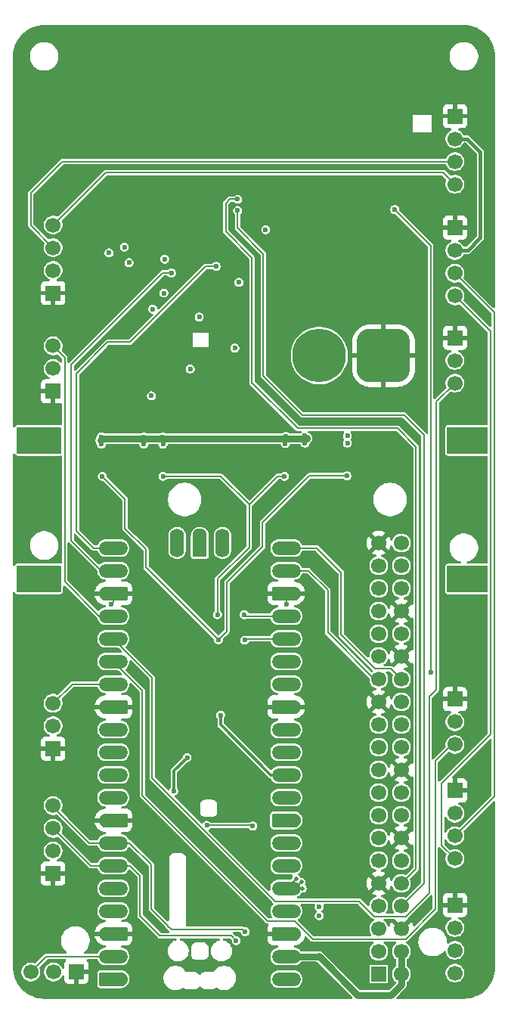
<source format=gbr>
%TF.GenerationSoftware,KiCad,Pcbnew,9.0.2*%
%TF.CreationDate,2025-07-10T20:26:42+02:00*%
%TF.ProjectId,pcb,7063622e-6b69-4636-9164-5f7063625858,rev?*%
%TF.SameCoordinates,Original*%
%TF.FileFunction,Copper,L4,Bot*%
%TF.FilePolarity,Positive*%
%FSLAX46Y46*%
G04 Gerber Fmt 4.6, Leading zero omitted, Abs format (unit mm)*
G04 Created by KiCad (PCBNEW 9.0.2) date 2025-07-10 20:26:42*
%MOMM*%
%LPD*%
G01*
G04 APERTURE LIST*
G04 Aperture macros list*
%AMRoundRect*
0 Rectangle with rounded corners*
0 $1 Rounding radius*
0 $2 $3 $4 $5 $6 $7 $8 $9 X,Y pos of 4 corners*
0 Add a 4 corners polygon primitive as box body*
4,1,4,$2,$3,$4,$5,$6,$7,$8,$9,$2,$3,0*
0 Add four circle primitives for the rounded corners*
1,1,$1+$1,$2,$3*
1,1,$1+$1,$4,$5*
1,1,$1+$1,$6,$7*
1,1,$1+$1,$8,$9*
0 Add four rect primitives between the rounded corners*
20,1,$1+$1,$2,$3,$4,$5,0*
20,1,$1+$1,$4,$5,$6,$7,0*
20,1,$1+$1,$6,$7,$8,$9,0*
20,1,$1+$1,$8,$9,$2,$3,0*%
%AMFreePoly0*
4,1,37,0.800000,0.796148,0.878414,0.796148,1.032228,0.765552,1.177117,0.705537,1.307515,0.618408,1.418408,0.507515,1.505537,0.377117,1.565552,0.232228,1.596148,0.078414,1.596148,-0.078414,1.565552,-0.232228,1.505537,-0.377117,1.418408,-0.507515,1.307515,-0.618408,1.177117,-0.705537,1.032228,-0.765552,0.878414,-0.796148,0.800000,-0.796148,0.800000,-0.800000,-1.400000,-0.800000,
-1.403843,-0.796157,-1.439018,-0.796157,-1.511114,-0.766294,-1.566294,-0.711114,-1.596157,-0.639018,-1.596157,-0.603843,-1.600000,-0.600000,-1.600000,0.600000,-1.596157,0.603843,-1.596157,0.639018,-1.566294,0.711114,-1.511114,0.766294,-1.439018,0.796157,-1.403843,0.796157,-1.400000,0.800000,0.800000,0.800000,0.800000,0.796148,0.800000,0.796148,$1*%
%AMFreePoly1*
4,1,37,1.403843,0.796157,1.439018,0.796157,1.511114,0.766294,1.566294,0.711114,1.596157,0.639018,1.596157,0.603843,1.600000,0.600000,1.600000,-0.600000,1.596157,-0.603843,1.596157,-0.639018,1.566294,-0.711114,1.511114,-0.766294,1.439018,-0.796157,1.403843,-0.796157,1.400000,-0.800000,-0.800000,-0.800000,-0.800000,-0.796148,-0.878414,-0.796148,-1.032228,-0.765552,-1.177117,-0.705537,
-1.307515,-0.618408,-1.418408,-0.507515,-1.505537,-0.377117,-1.565552,-0.232228,-1.596148,-0.078414,-1.596148,0.078414,-1.565552,0.232228,-1.505537,0.377117,-1.418408,0.507515,-1.307515,0.618408,-1.177117,0.705537,-1.032228,0.765552,-0.878414,0.796148,-0.800000,0.796148,-0.800000,0.800000,1.400000,0.800000,1.403843,0.796157,1.403843,0.796157,$1*%
%AMFreePoly2*
4,1,37,1.600000,0.796148,1.678414,0.796148,1.832228,0.765552,1.977117,0.705537,2.107515,0.618408,2.218408,0.507515,2.305537,0.377117,2.365552,0.232228,2.396148,0.078414,2.396148,-0.078414,2.365552,-0.232228,2.305537,-0.377117,2.218408,-0.507515,2.107515,-0.618408,1.977117,-0.705537,1.832228,-0.765552,1.678414,-0.796148,1.600000,-0.796148,1.600000,-0.800000,-0.600000,-0.800000,
-0.603843,-0.796157,-0.639018,-0.796157,-0.711114,-0.766294,-0.766294,-0.711114,-0.796157,-0.639018,-0.796157,-0.603843,-0.800000,-0.600000,-0.800000,0.600000,-0.796157,0.603843,-0.796157,0.639018,-0.766294,0.711114,-0.711114,0.766294,-0.639018,0.796157,-0.603843,0.796157,-0.600000,0.800000,1.600000,0.800000,1.600000,0.796148,1.600000,0.796148,$1*%
G04 Aperture macros list end*
%TA.AperFunction,ComponentPad*%
%ADD10R,1.700000X1.700000*%
%TD*%
%TA.AperFunction,ComponentPad*%
%ADD11C,1.700000*%
%TD*%
%TA.AperFunction,ComponentPad*%
%ADD12RoundRect,1.500000X1.500000X1.500000X-1.500000X1.500000X-1.500000X-1.500000X1.500000X-1.500000X0*%
%TD*%
%TA.AperFunction,ComponentPad*%
%ADD13C,6.000000*%
%TD*%
%TA.AperFunction,SMDPad,CuDef*%
%ADD14FreePoly0,0.000000*%
%TD*%
%TA.AperFunction,SMDPad,CuDef*%
%ADD15RoundRect,0.800000X-0.800000X-0.000010X0.800000X-0.000010X0.800000X0.000010X-0.800000X0.000010X0*%
%TD*%
%TA.AperFunction,SMDPad,CuDef*%
%ADD16FreePoly1,0.000000*%
%TD*%
%TA.AperFunction,SMDPad,CuDef*%
%ADD17RoundRect,0.800000X-0.000010X0.800000X-0.000010X-0.800000X0.000010X-0.800000X0.000010X0.800000X0*%
%TD*%
%TA.AperFunction,SMDPad,CuDef*%
%ADD18FreePoly2,90.000000*%
%TD*%
%TA.AperFunction,ViaPad*%
%ADD19C,0.600000*%
%TD*%
%TA.AperFunction,ViaPad*%
%ADD20C,0.500000*%
%TD*%
%TA.AperFunction,Conductor*%
%ADD21C,0.200000*%
%TD*%
%TA.AperFunction,Conductor*%
%ADD22C,0.300000*%
%TD*%
%TA.AperFunction,Conductor*%
%ADD23C,0.750000*%
%TD*%
%TA.AperFunction,Conductor*%
%ADD24C,0.400000*%
%TD*%
G04 APERTURE END LIST*
D10*
%TO.P,J706,1,Pin_1*%
%TO.N,GND*%
X173000000Y-75190000D03*
D11*
%TO.P,J706,2,Pin_2*%
%TO.N,+3.3V*%
X173000000Y-77730000D03*
%TO.P,J706,3,Pin_3*%
%TO.N,/Barometer/SDI (SDA)*%
X173000000Y-80270000D03*
%TO.P,J706,4,Pin_4*%
%TO.N,/Barometer/SCK (SCL)*%
X173000000Y-82810000D03*
%TD*%
D10*
%TO.P,J713,1,Pin_1*%
%TO.N,GND*%
X173000000Y-87500000D03*
D11*
%TO.P,J713,2,Pin_2*%
%TO.N,unconnected-(J713-Pin_2-Pad2)*%
X173000000Y-90040000D03*
%TO.P,J713,3,Pin_3*%
%TO.N,/ESC/SIG2*%
X173000000Y-92580000D03*
%TD*%
D10*
%TO.P,J704,1,Pin_1*%
%TO.N,GND*%
X128000000Y-82500000D03*
D11*
%TO.P,J704,2,Pin_2*%
%TO.N,+3.3V*%
X128000000Y-79960000D03*
%TO.P,J704,3,Pin_3*%
%TO.N,/Barometer/SDI (SDA)*%
X128000000Y-77420000D03*
%TO.P,J704,4,Pin_4*%
%TO.N,/Barometer/SCK (SCL)*%
X128000000Y-74880000D03*
%TD*%
D10*
%TO.P,J708,1,Pin_1*%
%TO.N,GND*%
X173000000Y-151000000D03*
D11*
%TO.P,J708,2,Pin_2*%
%TO.N,+3.3V*%
X173000000Y-153540000D03*
%TO.P,J708,3,Pin_3*%
%TO.N,/Barometer/SDI (SDA)*%
X173000000Y-156080000D03*
%TO.P,J708,4,Pin_4*%
%TO.N,/Barometer/SCK (SCL)*%
X173000000Y-158620000D03*
%TD*%
D10*
%TO.P,J707,1,Pin_1*%
%TO.N,GND*%
X173000000Y-138190000D03*
D11*
%TO.P,J707,2,Pin_2*%
%TO.N,+3.3V*%
X173000000Y-140730000D03*
%TO.P,J707,3,Pin_3*%
%TO.N,/Barometer/SDI (SDA)*%
X173000000Y-143270000D03*
%TO.P,J707,4,Pin_4*%
%TO.N,/Barometer/SCK (SCL)*%
X173000000Y-145810000D03*
%TD*%
D10*
%TO.P,J710,1,Pin_1*%
%TO.N,GND*%
X128000000Y-93500000D03*
D11*
%TO.P,J710,2,Pin_2*%
%TO.N,unconnected-(J710-Pin_2-Pad2)*%
X128000000Y-90960000D03*
%TO.P,J710,3,Pin_3*%
%TO.N,/ESC/SIG1*%
X128000000Y-88420000D03*
%TD*%
D10*
%TO.P,J717,1,Pin_1*%
%TO.N,GND*%
X128000000Y-133500000D03*
D11*
%TO.P,J717,2,Pin_2*%
%TO.N,unconnected-(J717-Pin_2-Pad2)*%
X128000000Y-130960000D03*
%TO.P,J717,3,Pin_3*%
%TO.N,/ESC/SIG4*%
X128000000Y-128420000D03*
%TD*%
D10*
%TO.P,J705,1,Pin_1*%
%TO.N,GND*%
X173000000Y-62690000D03*
D11*
%TO.P,J705,2,Pin_2*%
%TO.N,+3.3V*%
X173000000Y-65230000D03*
%TO.P,J705,3,Pin_3*%
%TO.N,/Barometer/SDI (SDA)*%
X173000000Y-67770000D03*
%TO.P,J705,4,Pin_4*%
%TO.N,/Barometer/SCK (SCL)*%
X173000000Y-70310000D03*
%TD*%
D10*
%TO.P,J702,1,Pin_1*%
%TO.N,GND*%
X130580000Y-158500000D03*
D11*
%TO.P,J702,2,Pin_2*%
%TO.N,+3.3V*%
X128040000Y-158500000D03*
%TO.P,J702,3,Pin_3*%
%TO.N,Net-(A701-GPIO1)*%
X125500000Y-158500000D03*
%TD*%
D10*
%TO.P,J715,1,Pin_1*%
%TO.N,GND*%
X173000000Y-127960000D03*
D11*
%TO.P,J715,2,Pin_2*%
%TO.N,unconnected-(J715-Pin_2-Pad2)*%
X173000000Y-130500000D03*
%TO.P,J715,3,Pin_3*%
%TO.N,/ESC/SIG3*%
X173000000Y-133040000D03*
%TD*%
D10*
%TO.P,J709,1,Pin_1*%
%TO.N,GND*%
X128000000Y-147500000D03*
D11*
%TO.P,J709,2,Pin_2*%
%TO.N,+3.3V*%
X128000000Y-144960000D03*
%TO.P,J709,3,Pin_3*%
%TO.N,/Barometer/SDI (SDA)*%
X128000000Y-142420000D03*
%TO.P,J709,4,Pin_4*%
%TO.N,/Barometer/SCK (SCL)*%
X128000000Y-139880000D03*
%TD*%
D10*
%TO.P,J701,1,3V3*%
%TO.N,unconnected-(J701-3V3-Pad1)_1*%
X164460000Y-158740000D03*
D11*
%TO.P,J701,2,5V*%
%TO.N,+5V*%
X167000000Y-158740000D03*
%TO.P,J701,3,SDA_I2C1/GPIO02*%
%TO.N,unconnected-(J701-SDA_I2C1{slash}GPIO02-Pad3)*%
X164460000Y-156200000D03*
%TO.P,J701,4,5V*%
%TO.N,+5V*%
X167000000Y-156200000D03*
%TO.P,J701,5,SCL_I2C1/GPIO03*%
%TO.N,unconnected-(J701-SCL_I2C1{slash}GPIO03-Pad5)*%
X164460000Y-153660000D03*
%TO.P,J701,6,GND*%
%TO.N,GND*%
X167000000Y-153660000D03*
%TO.P,J701,7,GPCLK0/GPIO04*%
%TO.N,unconnected-(J701-GPCLK0{slash}GPIO04-Pad7)*%
X164460000Y-151120000D03*
%TO.P,J701,8,GPIO14/UART_TXD*%
%TO.N,/GPS/RXD*%
X167000000Y-151120000D03*
%TO.P,J701,9,GND*%
%TO.N,GND*%
X164460000Y-148580000D03*
%TO.P,J701,10,GPIO15/UART_RXD*%
%TO.N,/GPS/TXD*%
X167000000Y-148580000D03*
%TO.P,J701,11,GPIO17/SPI1_~{CE1}*%
%TO.N,/GPS/EXTINT*%
X164460000Y-146040000D03*
%TO.P,J701,12,GPIO18/SPI1_~{CE0}/PCM_CLK/PWM0*%
%TO.N,unconnected-(J701-GPIO18{slash}SPI1_~{CE0}{slash}PCM_CLK{slash}PWM0-Pad12)*%
X167000000Y-146040000D03*
%TO.P,J701,13,GPIO27/SDIO_DAT3*%
%TO.N,unconnected-(J701-GPIO27{slash}SDIO_DAT3-Pad13)*%
X164460000Y-143500000D03*
%TO.P,J701,14,GND*%
%TO.N,GND*%
X167000000Y-143500000D03*
%TO.P,J701,15,GPIO22/SDIO_CLK*%
%TO.N,unconnected-(J701-GPIO22{slash}SDIO_CLK-Pad15)*%
X164460000Y-140960000D03*
%TO.P,J701,16,GPIO23/SDIO_CMD*%
%TO.N,unconnected-(J701-GPIO23{slash}SDIO_CMD-Pad16)*%
X167000000Y-140960000D03*
%TO.P,J701,17,3V3*%
%TO.N,unconnected-(J701-3V3-Pad1)*%
X164460000Y-138420000D03*
%TO.P,J701,18,GPIO24/SDIO_DAT0*%
%TO.N,unconnected-(J701-GPIO24{slash}SDIO_DAT0-Pad18)*%
X167000000Y-138420000D03*
%TO.P,J701,19,MOSI_SPI0/GPIO10*%
%TO.N,unconnected-(J701-MOSI_SPI0{slash}GPIO10-Pad19)*%
X164460000Y-135880000D03*
%TO.P,J701,20,GND*%
%TO.N,GND*%
X167000000Y-135880000D03*
%TO.P,J701,21,MISO_SPI0/GPIO09*%
%TO.N,unconnected-(J701-MISO_SPI0{slash}GPIO09-Pad21)*%
X164460000Y-133340000D03*
%TO.P,J701,22,GPIO25/SDIO_DAT1*%
%TO.N,unconnected-(J701-GPIO25{slash}SDIO_DAT1-Pad22)*%
X167000000Y-133340000D03*
%TO.P,J701,23,SCLK_SPI0/GPIO11*%
%TO.N,unconnected-(J701-SCLK_SPI0{slash}GPIO11-Pad23)*%
X164460000Y-130800000D03*
%TO.P,J701,24,~{CE0}_SPI0/GPIO08*%
%TO.N,unconnected-(J701-~{CE0}_SPI0{slash}GPIO08-Pad24)*%
X167000000Y-130800000D03*
%TO.P,J701,25,GND*%
%TO.N,GND*%
X164460000Y-128260000D03*
%TO.P,J701,26,~{CE1}_SPI0/GPIO07*%
%TO.N,unconnected-(J701-~{CE1}_SPI0{slash}GPIO07-Pad26)*%
X167000000Y-128260000D03*
%TO.P,J701,27,ID_SD_I2C0/GPIO00*%
%TO.N,Net-(A701-GPIO17)*%
X164460000Y-125720000D03*
%TO.P,J701,28,ID_SC_I2C0/GPIO01*%
%TO.N,Net-(A701-GPIO16)*%
X167000000Y-125720000D03*
%TO.P,J701,29,GPCLK1/GPIO05*%
%TO.N,unconnected-(J701-GPCLK1{slash}GPIO05-Pad29)*%
X164460000Y-123180000D03*
%TO.P,J701,30,GND*%
%TO.N,GND*%
X167000000Y-123180000D03*
%TO.P,J701,31,GPCLK2/GPIO06*%
%TO.N,unconnected-(J701-GPCLK2{slash}GPIO06-Pad31)*%
X164460000Y-120640000D03*
%TO.P,J701,32,GPIO12/PWM0*%
%TO.N,unconnected-(J701-GPIO12{slash}PWM0-Pad32)*%
X167000000Y-120640000D03*
%TO.P,J701,33,GPIO13/PWM1*%
%TO.N,unconnected-(J701-GPIO13{slash}PWM1-Pad33)*%
X164460000Y-118100000D03*
%TO.P,J701,34,GND*%
%TO.N,GND*%
X167000000Y-118100000D03*
%TO.P,J701,35,GPIO19/SPI1_MISO/PCM_FS*%
%TO.N,unconnected-(J701-GPIO19{slash}SPI1_MISO{slash}PCM_FS-Pad35)*%
X164460000Y-115560000D03*
%TO.P,J701,36,GPIO16/SPI1_~{CE2}*%
%TO.N,unconnected-(J701-GPIO16{slash}SPI1_~{CE2}-Pad36)*%
X167000000Y-115560000D03*
%TO.P,J701,37,GPIO26/SDIO_DAT2*%
%TO.N,unconnected-(J701-GPIO26{slash}SDIO_DAT2-Pad37)*%
X164460000Y-113020000D03*
%TO.P,J701,38,GPIO20/SPI1_MOSI/PCM_DIN/PWM1*%
%TO.N,unconnected-(J701-GPIO20{slash}SPI1_MOSI{slash}PCM_DIN{slash}PWM1-Pad38)*%
X167000000Y-113020000D03*
%TO.P,J701,39,GND*%
%TO.N,GND*%
X164460000Y-110480000D03*
%TO.P,J701,40,GPIO21/SPI1_SCLK/PCM_DOUT*%
%TO.N,unconnected-(J701-GPIO21{slash}SPI1_SCLK{slash}PCM_DOUT-Pad40)*%
X167000000Y-110480000D03*
%TD*%
D12*
%TO.P,BT701,1,+*%
%TO.N,GND*%
X165000000Y-89500000D03*
D13*
%TO.P,BT701,2,-*%
%TO.N,+BATT*%
X157800000Y-89500000D03*
%TD*%
D14*
%TO.P,A701,1,GPIO0*%
%TO.N,unconnected-(A701-GPIO0-Pad1)*%
X134735000Y-159305000D03*
D15*
%TO.P,A701,2,GPIO1*%
%TO.N,Net-(A701-GPIO1)*%
X134735000Y-156765000D03*
D16*
%TO.P,A701,3,GND*%
%TO.N,GND*%
X134735000Y-154225000D03*
D15*
%TO.P,A701,4,GPIO2*%
%TO.N,unconnected-(A701-GPIO2-Pad4)*%
X134735000Y-151685000D03*
%TO.P,A701,5,GPIO3*%
%TO.N,unconnected-(A701-GPIO3-Pad5)*%
X134735000Y-149145000D03*
%TO.P,A701,6,GPIO4*%
%TO.N,/Barometer/SDI (SDA)*%
X134735000Y-146605000D03*
%TO.P,A701,7,GPIO5*%
%TO.N,/Barometer/SCK (SCL)*%
X134735000Y-144065000D03*
D16*
%TO.P,A701,8,GND*%
%TO.N,GND*%
X134735000Y-141525000D03*
D15*
%TO.P,A701,9,GPIO6*%
%TO.N,unconnected-(A701-GPIO6-Pad9)*%
X134735000Y-138985000D03*
%TO.P,A701,10,GPIO7*%
%TO.N,unconnected-(A701-GPIO7-Pad10)*%
X134735000Y-136445000D03*
%TO.P,A701,11,GPIO8*%
%TO.N,unconnected-(A701-GPIO8-Pad11)*%
X134735000Y-133905000D03*
%TO.P,A701,12,GPIO9*%
%TO.N,unconnected-(A701-GPIO9-Pad12)*%
X134735000Y-131365000D03*
D16*
%TO.P,A701,13,GND*%
%TO.N,GND*%
X134735000Y-128825000D03*
D15*
%TO.P,A701,14,GPIO10*%
%TO.N,/ESC/SIG4*%
X134735000Y-126285000D03*
%TO.P,A701,15,GPIO11*%
%TO.N,/ESC/SIG3*%
X134735000Y-123745000D03*
%TO.P,A701,16,GPIO12*%
%TO.N,/ESC/SIG2*%
X134735000Y-121205000D03*
%TO.P,A701,17,GPIO13*%
%TO.N,/ESC/SIG1*%
X134735000Y-118665000D03*
D16*
%TO.P,A701,18,GND*%
%TO.N,GND*%
X134735000Y-116125000D03*
D15*
%TO.P,A701,19,GPIO14*%
%TO.N,/IMU/SDA*%
X134735000Y-113585000D03*
%TO.P,A701,20,GPIO15*%
%TO.N,/IMU/SCL*%
X134735000Y-111045000D03*
%TO.P,A701,21,GPIO16*%
%TO.N,Net-(A701-GPIO16)*%
X154115000Y-111045000D03*
%TO.P,A701,22,GPIO17*%
%TO.N,Net-(A701-GPIO17)*%
X154115000Y-113585000D03*
D14*
%TO.P,A701,23,GND*%
%TO.N,GND*%
X154115000Y-116125000D03*
D15*
%TO.P,A701,24,GPIO18*%
%TO.N,/aRGB_ws2812b/GPIO (aRGB front)*%
X154115000Y-118665000D03*
%TO.P,A701,25,GPIO19*%
%TO.N,/aRGB_ws2812b/GPIO (aRGB back)*%
X154115000Y-121205000D03*
%TO.P,A701,26,GPIO20*%
%TO.N,unconnected-(A701-GPIO20-Pad26)*%
X154115000Y-123745000D03*
%TO.P,A701,27,GPIO21*%
%TO.N,unconnected-(A701-GPIO21-Pad27)*%
X154115000Y-126285000D03*
D14*
%TO.P,A701,28,GND*%
%TO.N,GND*%
X154115000Y-128825000D03*
D15*
%TO.P,A701,29,GPIO22*%
%TO.N,unconnected-(A701-GPIO22-Pad29)*%
X154115000Y-131365000D03*
%TO.P,A701,30,RUN*%
%TO.N,unconnected-(A701-RUN-Pad30)*%
X154115000Y-133905000D03*
%TO.P,A701,31,GPIO26_ADC0*%
%TO.N,Net-(A701-GPIO26_ADC0)*%
X154115000Y-136445000D03*
%TO.P,A701,32,GPIO27_ADC1*%
%TO.N,unconnected-(A701-GPIO27_ADC1-Pad32)*%
X154115000Y-138985000D03*
D14*
%TO.P,A701,33,AGND*%
%TO.N,unconnected-(A701-AGND-Pad33)*%
X154115000Y-141525000D03*
D15*
%TO.P,A701,34,GPIO28_ADC2*%
%TO.N,unconnected-(A701-GPIO28_ADC2-Pad34)*%
X154115000Y-144065000D03*
%TO.P,A701,35,ADC_VREF*%
%TO.N,unconnected-(A701-ADC_VREF-Pad35)*%
X154115000Y-146605000D03*
%TO.P,A701,36,3V3*%
%TO.N,+3.3V*%
X154115000Y-149145000D03*
%TO.P,A701,37,3V3_EN*%
%TO.N,unconnected-(A701-3V3_EN-Pad37)*%
X154115000Y-151685000D03*
D14*
%TO.P,A701,38,GND*%
%TO.N,GND*%
X154115000Y-154225000D03*
D15*
%TO.P,A701,39,VSYS*%
%TO.N,+5V*%
X154115000Y-156765000D03*
%TO.P,A701,40,VBUS*%
%TO.N,unconnected-(A701-VBUS-Pad40)*%
X154115000Y-159305000D03*
D17*
%TO.P,A701,D1*%
%TO.N,N/C*%
X141885000Y-110475000D03*
D18*
%TO.P,A701,D2*%
X144425000Y-111275000D03*
D17*
%TO.P,A701,D3*%
X146965000Y-110475000D03*
%TD*%
D19*
%TO.N,Net-(A701-GPIO26_ADC0)*%
X146750000Y-129750000D03*
%TO.N,/Barometer/SDI (SDA)*%
X148500000Y-155000000D03*
%TO.N,/Barometer/SCK (SCL)*%
X149500000Y-154000000D03*
%TO.N,/aRGB_ws2812b/GPIO (aRGB front)*%
X149400000Y-118500000D03*
%TO.N,+BATT*%
X124400000Y-100000000D03*
X176347000Y-115500000D03*
X172600000Y-114500000D03*
X176347000Y-113500000D03*
X173600000Y-99000000D03*
X175600000Y-100000000D03*
X175600000Y-99000000D03*
X127400000Y-115500000D03*
X173600000Y-114500000D03*
X126400000Y-98000000D03*
X127400000Y-113500000D03*
X173600000Y-115500000D03*
X176347000Y-114500000D03*
X125400000Y-99000000D03*
X128400000Y-98000000D03*
X176347000Y-99000000D03*
X124400000Y-113500000D03*
X124400000Y-99000000D03*
X126400000Y-115500000D03*
X125400000Y-100000000D03*
X172600000Y-115500000D03*
X176347000Y-100000000D03*
X143000000Y-134500000D03*
X141500000Y-138250000D03*
X174600000Y-114500000D03*
X125400000Y-115500000D03*
X172600000Y-98000000D03*
X124400000Y-115500000D03*
X126400000Y-99000000D03*
X176347000Y-98000000D03*
X128400000Y-99000000D03*
X126400000Y-114500000D03*
X173600000Y-100000000D03*
X128400000Y-115500000D03*
X173600000Y-113500000D03*
X127400000Y-114500000D03*
X127400000Y-100000000D03*
X125400000Y-98000000D03*
X126400000Y-113500000D03*
X127400000Y-99000000D03*
X175600000Y-114500000D03*
X128400000Y-113500000D03*
X175600000Y-98000000D03*
X172600000Y-113500000D03*
X174600000Y-113500000D03*
X128400000Y-100000000D03*
X175600000Y-115500000D03*
X174600000Y-115500000D03*
X125400000Y-114500000D03*
X172600000Y-100000000D03*
X127400000Y-98000000D03*
X126400000Y-100000000D03*
X128400000Y-114500000D03*
X172600000Y-99000000D03*
X175600000Y-113500000D03*
X174600000Y-99000000D03*
X124400000Y-114500000D03*
X125400000Y-113500000D03*
X173600000Y-98000000D03*
X174600000Y-98000000D03*
X174600000Y-100000000D03*
X124400000Y-98000000D03*
%TO.N,/aRGB_ws2812b/GPIO (aRGB back)*%
X149457500Y-121361061D03*
%TO.N,+5V*%
X157800000Y-152200000D03*
X156200000Y-99300000D03*
X140300000Y-99400000D03*
X138150000Y-98600000D03*
X157750000Y-156750000D03*
X157800000Y-151200000D03*
X138150000Y-99400000D03*
X156200000Y-98500000D03*
X160950000Y-98500000D03*
X160950000Y-99300000D03*
X150350000Y-142150000D03*
X140250000Y-98600000D03*
X133400000Y-99400000D03*
X158600000Y-157600000D03*
X145211739Y-142088261D03*
X133400000Y-98600000D03*
X154050000Y-98550000D03*
X154000000Y-99350000D03*
%TO.N,GND*%
X144800000Y-149400000D03*
X145400000Y-133100000D03*
X143300000Y-146600000D03*
X158750000Y-140350000D03*
X147500000Y-143350000D03*
X162900000Y-83250000D03*
X176347000Y-122500000D03*
X162400000Y-84000000D03*
X133400000Y-107400000D03*
X148350000Y-87800000D03*
X134250000Y-78800003D03*
X176347000Y-121500000D03*
X165400000Y-84000000D03*
X138500000Y-55750000D03*
X158250000Y-139600000D03*
X126400000Y-107000000D03*
X145550000Y-138900000D03*
X151650000Y-146800000D03*
X175600000Y-106950000D03*
X132300000Y-107400000D03*
X164900000Y-83250000D03*
X140550000Y-89250000D03*
X125400000Y-123500000D03*
X138500000Y-72000000D03*
X169250000Y-65800000D03*
X127400000Y-107000000D03*
X125400000Y-106000000D03*
X146750000Y-86750000D03*
X169250000Y-61250000D03*
X134500000Y-117300000D03*
X154100000Y-106500000D03*
X125400000Y-107000000D03*
X175600000Y-121500000D03*
X173600000Y-123500000D03*
X166400000Y-84000000D03*
X140350000Y-81350000D03*
X144800000Y-132750000D03*
X157750000Y-140350000D03*
X161000000Y-107300000D03*
X176347000Y-123500000D03*
X154500000Y-59250000D03*
X139250000Y-106600000D03*
X148250000Y-84695000D03*
X176347000Y-106950000D03*
X137050000Y-76700000D03*
X126400000Y-108000000D03*
X162100000Y-106500000D03*
X161000000Y-106500000D03*
X172600000Y-106950000D03*
X174600000Y-105950000D03*
X137100000Y-78000000D03*
X126400000Y-106000000D03*
X144500000Y-138000000D03*
X138150000Y-107400000D03*
X150250000Y-129750000D03*
X161150000Y-157300000D03*
X145400000Y-132350000D03*
X164400000Y-84000000D03*
X146000000Y-138550000D03*
X125400000Y-121500000D03*
X124400000Y-123500000D03*
X145096634Y-85597114D03*
X152350000Y-154225000D03*
X124400000Y-106000000D03*
X128400000Y-108000000D03*
X126400000Y-123500000D03*
X163200000Y-107300000D03*
X144450000Y-138900000D03*
X124400000Y-122500000D03*
X172600000Y-123500000D03*
X175600000Y-105950000D03*
X156025000Y-128825000D03*
X132850000Y-128825000D03*
X156200000Y-106500000D03*
X176347000Y-107950000D03*
X151750000Y-76450000D03*
X174600000Y-106950000D03*
X166900000Y-83250000D03*
X163400000Y-84000000D03*
X140682500Y-133900000D03*
X128400000Y-121500000D03*
X154100000Y-107300000D03*
X126400000Y-121500000D03*
X166500000Y-62500000D03*
X125400000Y-108000000D03*
X132800000Y-141525000D03*
X139250000Y-107400000D03*
X145500000Y-138050000D03*
X172600000Y-107950000D03*
X124400000Y-108000000D03*
X124400000Y-107000000D03*
X145250000Y-133850000D03*
X174600000Y-123500000D03*
X165900000Y-83250000D03*
X132850000Y-91600000D03*
X163900000Y-83250000D03*
X174600000Y-121500000D03*
X174600000Y-122500000D03*
X138000000Y-84350000D03*
X167400000Y-84000000D03*
X155100000Y-107300000D03*
X144700000Y-92150000D03*
X144000000Y-138550000D03*
X172600000Y-122500000D03*
X174600000Y-107950000D03*
X172600000Y-105950000D03*
X176347000Y-105950000D03*
X159750000Y-140350000D03*
X175600000Y-122500000D03*
X127400000Y-106000000D03*
X126400000Y-122500000D03*
X154100000Y-117315000D03*
X137250000Y-93600000D03*
X175600000Y-123500000D03*
X148334620Y-79402120D03*
X144067500Y-132150000D03*
X132300000Y-106600000D03*
X127400000Y-121500000D03*
X140250000Y-107400000D03*
X159600000Y-152450000D03*
X159250000Y-139600000D03*
X127400000Y-123500000D03*
X140250000Y-106600000D03*
X128400000Y-106000000D03*
X125400000Y-122500000D03*
X166500000Y-64750000D03*
D20*
X144220187Y-90175935D03*
D19*
X139350000Y-77550000D03*
X160250000Y-139600000D03*
X124400000Y-121500000D03*
D20*
X145619369Y-89970362D03*
D19*
X138150000Y-106600000D03*
X173600000Y-121500000D03*
X150700000Y-149600000D03*
X173600000Y-105950000D03*
X127400000Y-122500000D03*
X173600000Y-106950000D03*
X166500000Y-70000000D03*
X175600000Y-107950000D03*
X128400000Y-107000000D03*
X173600000Y-122500000D03*
X156200000Y-107300000D03*
X127400000Y-108000000D03*
X145050000Y-138550000D03*
X133315380Y-106684620D03*
X162100000Y-107300000D03*
X163200000Y-106500000D03*
X173600000Y-107950000D03*
X131200000Y-107400000D03*
X136650000Y-154225000D03*
X128400000Y-122500000D03*
X138750000Y-137500000D03*
X139305000Y-141000000D03*
X157550000Y-139600000D03*
X131200000Y-106600000D03*
X172600000Y-121500000D03*
X140000000Y-134500000D03*
X151500000Y-62500000D03*
X128400000Y-123500000D03*
X155100000Y-106500000D03*
D20*
%TO.N,+3.3V*%
X155200000Y-148050000D03*
D19*
X151800000Y-75400000D03*
D20*
X155800000Y-148400000D03*
D19*
X140500000Y-78700000D03*
X134250000Y-78000000D03*
X148800000Y-81300000D03*
D20*
X155950000Y-149150000D03*
D19*
X148350000Y-88650003D03*
X139000000Y-94000000D03*
X136500000Y-79100000D03*
X135980000Y-77360000D03*
%TO.N,+1V8*%
X144361926Y-85169670D03*
X143350000Y-91000000D03*
X139150000Y-84300000D03*
X140400000Y-82500000D03*
%TO.N,/IMU/SCL*%
X146250000Y-79500000D03*
%TO.N,/IMU/SDA*%
X141250000Y-80250000D03*
%TO.N,/GPS/EXTINT*%
X166250000Y-73150000D03*
X170300000Y-125000000D03*
%TO.N,/GPS/TXD*%
X148650000Y-72000000D03*
%TO.N,/GPS/RXD*%
X148650000Y-73250000D03*
%TO.N,Net-(J718-Pin_2)*%
X146400000Y-118500000D03*
X140300000Y-103000000D03*
X153900000Y-103000000D03*
%TO.N,Net-(J720-Pin_2)*%
X146500000Y-121300000D03*
X160900000Y-102950000D03*
X133500000Y-103000000D03*
%TD*%
D21*
%TO.N,/ESC/SIG2*%
X170900000Y-94680000D02*
X170900000Y-126900000D01*
X167476760Y-152271000D02*
X163983240Y-152271000D01*
X162296240Y-150584000D02*
X152858950Y-150584000D01*
X170100000Y-149647760D02*
X167476760Y-152271000D01*
X173000000Y-92580000D02*
X170900000Y-94680000D01*
X170900000Y-126900000D02*
X170100000Y-127700000D01*
X170100000Y-127700000D02*
X170100000Y-149647760D01*
X163983240Y-152271000D02*
X162296240Y-150584000D01*
X152858950Y-150584000D02*
X139100000Y-136825050D01*
X139100000Y-136825050D02*
X139100000Y-125570000D01*
X139100000Y-125570000D02*
X134735000Y-121205000D01*
%TO.N,/GPS/EXTINT*%
X170300000Y-77200000D02*
X166250000Y-73150000D01*
X170300000Y-125000000D02*
X170300000Y-77200000D01*
%TO.N,Net-(A701-GPIO1)*%
X127235000Y-156765000D02*
X125500000Y-158500000D01*
X134735000Y-156765000D02*
X127235000Y-156765000D01*
%TO.N,/ESC/SIG3*%
X167476760Y-154811000D02*
X157065122Y-154811000D01*
X172660000Y-133040000D02*
X170800000Y-134900000D01*
X173000000Y-133040000D02*
X172660000Y-133040000D01*
X155040122Y-152786000D02*
X152010239Y-152786000D01*
X157065122Y-154811000D02*
X155040122Y-152786000D01*
X152010239Y-152786000D02*
X138000000Y-138775761D01*
X170800000Y-134900000D02*
X170800000Y-151487760D01*
X170800000Y-151487760D02*
X167476760Y-154811000D01*
X138000000Y-138775761D02*
X138000000Y-127010000D01*
X138000000Y-127010000D02*
X134735000Y-123745000D01*
%TO.N,/ESC/SIG1*%
X129300000Y-89720000D02*
X129300000Y-114830000D01*
X133135000Y-118665000D02*
X134735000Y-118665000D01*
X129300000Y-114830000D02*
X133135000Y-118665000D01*
X128000000Y-88420000D02*
X129300000Y-89720000D01*
D22*
%TO.N,Net-(A701-GPIO26_ADC0)*%
X146750000Y-129750000D02*
X146750000Y-130800000D01*
X152395000Y-136445000D02*
X154115000Y-136445000D01*
X146750000Y-130800000D02*
X152395000Y-136445000D01*
D21*
%TO.N,/Barometer/SDI (SDA)*%
X128000000Y-142420000D02*
X132185000Y-146605000D01*
X125500000Y-74920000D02*
X125500000Y-71290000D01*
X137750000Y-152250000D02*
X137750000Y-147750000D01*
X137750000Y-147750000D02*
X136605000Y-146605000D01*
X139949537Y-154449537D02*
X137750000Y-152250000D01*
X177399000Y-84669000D02*
X173000000Y-80270000D01*
X177399000Y-138871000D02*
X177399000Y-84669000D01*
X148500000Y-155000000D02*
X147949537Y-154449537D01*
X129020000Y-67770000D02*
X173000000Y-67770000D01*
X132185000Y-146605000D02*
X134735000Y-146605000D01*
X125500000Y-71290000D02*
X129020000Y-67770000D01*
X136605000Y-146605000D02*
X134735000Y-146605000D01*
X128000000Y-77420000D02*
X125500000Y-74920000D01*
X147949537Y-154449537D02*
X139949537Y-154449537D01*
X173000000Y-143270000D02*
X177399000Y-138871000D01*
%TO.N,Net-(A701-GPIO17)*%
X163970000Y-125720000D02*
X164460000Y-125720000D01*
X158750000Y-120500000D02*
X163970000Y-125720000D01*
X156585000Y-113585000D02*
X158750000Y-115750000D01*
X158750000Y-115750000D02*
X158750000Y-120500000D01*
X154115000Y-113585000D02*
X156585000Y-113585000D01*
%TO.N,/ESC/SIG4*%
X130135000Y-126285000D02*
X134735000Y-126285000D01*
X128000000Y-128420000D02*
X130135000Y-126285000D01*
%TO.N,/Barometer/SCK (SCL)*%
X141277063Y-153726000D02*
X141240996Y-153689933D01*
X128000000Y-139880000D02*
X128000000Y-140000000D01*
X139000000Y-146500000D02*
X136565000Y-144065000D01*
X142480241Y-153726000D02*
X141277063Y-153726000D01*
X171500000Y-137388000D02*
X171500000Y-144310000D01*
X173000000Y-82810000D02*
X176997000Y-86807000D01*
X176997000Y-86807000D02*
X176997000Y-131891000D01*
X141193015Y-153689933D02*
X140876139Y-153373057D01*
X149223861Y-153723861D02*
X142482380Y-153723861D01*
X140876139Y-153325076D02*
X139000000Y-151448937D01*
X128000000Y-140000000D02*
X132065000Y-144065000D01*
X173000000Y-70310000D02*
X171690000Y-69000000D01*
X171690000Y-69000000D02*
X133880000Y-69000000D01*
X176997000Y-131891000D02*
X171500000Y-137388000D01*
X142482380Y-153723861D02*
X142480241Y-153726000D01*
X136565000Y-144065000D02*
X134735000Y-144065000D01*
X133880000Y-69000000D02*
X128000000Y-74880000D01*
X141240996Y-153689933D02*
X141193015Y-153689933D01*
X149500000Y-154000000D02*
X149223861Y-153723861D01*
X140876139Y-153373057D02*
X140876139Y-153325076D01*
X139000000Y-151448937D02*
X139000000Y-146500000D01*
X132065000Y-144065000D02*
X134735000Y-144065000D01*
X171500000Y-144310000D02*
X173000000Y-145810000D01*
%TO.N,/aRGB_ws2812b/GPIO (aRGB front)*%
X149565000Y-118665000D02*
X149400000Y-118500000D01*
X154115000Y-118665000D02*
X149565000Y-118665000D01*
D22*
%TO.N,+BATT*%
X141500000Y-138250000D02*
X141500000Y-136000000D01*
X141500000Y-136000000D02*
X143000000Y-134500000D01*
D21*
%TO.N,/aRGB_ws2812b/GPIO (aRGB back)*%
X154115000Y-121205000D02*
X149613561Y-121205000D01*
X149613561Y-121205000D02*
X149457500Y-121361061D01*
D23*
%TO.N,+5V*%
X167000000Y-158740000D02*
X167000000Y-159950000D01*
D21*
X150300000Y-142100000D02*
X150350000Y-142150000D01*
D23*
X154115000Y-156765000D02*
X157735000Y-156765000D01*
X156450000Y-98750000D02*
X156400000Y-98800000D01*
X133500000Y-98800000D02*
X133300000Y-99000000D01*
D21*
X145223478Y-142100000D02*
X145211739Y-142088261D01*
D23*
X156400000Y-98800000D02*
X133500000Y-98800000D01*
X167000000Y-158740000D02*
X167000000Y-156200000D01*
D21*
X145223478Y-142100000D02*
X150300000Y-142100000D01*
X157735000Y-156765000D02*
X157750000Y-156750000D01*
D23*
X162124000Y-161124000D02*
X157750000Y-156750000D01*
X167000000Y-159950000D02*
X165826000Y-161124000D01*
X165826000Y-161124000D02*
X162124000Y-161124000D01*
D21*
%TO.N,GND*%
X136650000Y-154225000D02*
X134735000Y-154225000D01*
X154115000Y-116125000D02*
X154115000Y-117300000D01*
X154115000Y-117300000D02*
X154100000Y-117315000D01*
X134735000Y-116125000D02*
X134735000Y-117115000D01*
X154115000Y-128825000D02*
X156025000Y-128825000D01*
X154115000Y-154225000D02*
X152350000Y-154225000D01*
X134735000Y-141525000D02*
X132800000Y-141525000D01*
X134735000Y-117115000D02*
X134700000Y-117150000D01*
X134735000Y-128825000D02*
X132850000Y-128825000D01*
%TO.N,+3.3V*%
X154115000Y-149145000D02*
X155945000Y-149145000D01*
D24*
X174380000Y-65230000D02*
X173000000Y-65230000D01*
D21*
X155200000Y-148050000D02*
X155200000Y-148060000D01*
X155945000Y-149145000D02*
X155950000Y-149150000D01*
D24*
X173000000Y-77730000D02*
X174420000Y-77730000D01*
D21*
X155200000Y-148060000D02*
X154115000Y-149145000D01*
D24*
X174420000Y-77730000D02*
X175850000Y-76300000D01*
D21*
X154115000Y-149145000D02*
X155055000Y-149145000D01*
D24*
X175850000Y-76300000D02*
X175850000Y-66700000D01*
D21*
X155055000Y-149145000D02*
X155800000Y-148400000D01*
D24*
X175850000Y-66700000D02*
X174380000Y-65230000D01*
D21*
%TO.N,/IMU/SCL*%
X134735000Y-111045000D02*
X132545000Y-111045000D01*
X145100000Y-79500000D02*
X146250000Y-79500000D01*
X134100000Y-88000000D02*
X136600000Y-88000000D01*
X132545000Y-111045000D02*
X130600000Y-109100000D01*
X136600000Y-88000000D02*
X145100000Y-79500000D01*
X130600000Y-91500000D02*
X134100000Y-88000000D01*
X130600000Y-109100000D02*
X130600000Y-91500000D01*
%TO.N,/IMU/SDA*%
X130000000Y-110200000D02*
X130000000Y-90500000D01*
X133385000Y-113585000D02*
X130000000Y-110200000D01*
X134735000Y-113585000D02*
X133385000Y-113585000D01*
X140250000Y-80250000D02*
X141250000Y-80250000D01*
X130000000Y-90500000D02*
X140250000Y-80250000D01*
%TO.N,/GPS/TXD*%
X150250000Y-78550000D02*
X147325000Y-75625000D01*
X147325000Y-72425000D02*
X147750000Y-72000000D01*
X167000000Y-148580000D02*
X168640000Y-146940000D01*
X166600000Y-97650000D02*
X155400000Y-97650000D01*
X168640000Y-99690000D02*
X166600000Y-97650000D01*
X147325000Y-75625000D02*
X147325000Y-72425000D01*
X168640000Y-146940000D02*
X168640000Y-99690000D01*
X155400000Y-97650000D02*
X150250000Y-92500000D01*
X147750000Y-72000000D02*
X148650000Y-72000000D01*
X150250000Y-92500000D02*
X150250000Y-78550000D01*
%TO.N,/GPS/RXD*%
X151550000Y-78100000D02*
X148650000Y-75200000D01*
X169510000Y-98360000D02*
X167300000Y-96150000D01*
X167300000Y-96150000D02*
X155950000Y-96150000D01*
X167000000Y-151120000D02*
X169510000Y-148610000D01*
X151550000Y-91750000D02*
X151550000Y-78100000D01*
X155950000Y-96150000D02*
X151550000Y-91750000D01*
X169510000Y-148610000D02*
X169510000Y-98360000D01*
X148650000Y-75200000D02*
X148650000Y-73250000D01*
%TO.N,Net-(A701-GPIO16)*%
X164069000Y-124569000D02*
X165849000Y-124569000D01*
X157545000Y-111045000D02*
X160250000Y-113750000D01*
X160250000Y-120750000D02*
X164069000Y-124569000D01*
X165849000Y-124569000D02*
X167000000Y-125720000D01*
X160250000Y-113750000D02*
X160250000Y-120750000D01*
X154115000Y-111045000D02*
X157545000Y-111045000D01*
%TO.N,Net-(J718-Pin_2)*%
X149950000Y-106200000D02*
X153150000Y-103000000D01*
X153150000Y-103000000D02*
X153900000Y-103000000D01*
X146400000Y-114500000D02*
X149950000Y-110950000D01*
X149950000Y-110950000D02*
X149950000Y-106200000D01*
X149950000Y-106200000D02*
X146750000Y-103000000D01*
X146400000Y-118500000D02*
X146400000Y-114500000D01*
X146750000Y-103000000D02*
X140300000Y-103000000D01*
%TO.N,Net-(J720-Pin_2)*%
X146500000Y-121300000D02*
X138400000Y-113200000D01*
X138400000Y-113200000D02*
X138400000Y-111200000D01*
X136050000Y-105550000D02*
X133500000Y-103000000D01*
X146500000Y-121300000D02*
X147450000Y-120350000D01*
X156700000Y-102950000D02*
X160900000Y-102950000D01*
X151450000Y-108200000D02*
X156700000Y-102950000D01*
X151450000Y-110900000D02*
X151450000Y-108200000D01*
X147450000Y-120350000D02*
X147450000Y-114900000D01*
X138400000Y-111200000D02*
X136050000Y-108850000D01*
X136050000Y-108850000D02*
X136050000Y-105550000D01*
X147450000Y-114900000D02*
X151450000Y-110900000D01*
%TD*%
%TA.AperFunction,Conductor*%
%TO.N,GND*%
G36*
X174003032Y-52500649D02*
G01*
X174336929Y-52517053D01*
X174349037Y-52518245D01*
X174676702Y-52566850D01*
X174688616Y-52569220D01*
X175009949Y-52649709D01*
X175021576Y-52653236D01*
X175333479Y-52764837D01*
X175344691Y-52769481D01*
X175644153Y-52911116D01*
X175654878Y-52916849D01*
X175721214Y-52956610D01*
X175938987Y-53087138D01*
X175949105Y-53093898D01*
X176215170Y-53291225D01*
X176224575Y-53298944D01*
X176470012Y-53521396D01*
X176478603Y-53529987D01*
X176523551Y-53579579D01*
X176701054Y-53775423D01*
X176708774Y-53784829D01*
X176906101Y-54050894D01*
X176912861Y-54061012D01*
X177083148Y-54345118D01*
X177088885Y-54355850D01*
X177230515Y-54655301D01*
X177235166Y-54666530D01*
X177339223Y-54957350D01*
X177346758Y-54978408D01*
X177350290Y-54990052D01*
X177430776Y-55311370D01*
X177433150Y-55323305D01*
X177481753Y-55650961D01*
X177482946Y-55663071D01*
X177499350Y-55996965D01*
X177499499Y-56003050D01*
X177499499Y-84045166D01*
X177479814Y-84112205D01*
X177427010Y-84157960D01*
X177357852Y-84167904D01*
X177294296Y-84138879D01*
X177287818Y-84132847D01*
X173987075Y-80832104D01*
X173953590Y-80770781D01*
X173958574Y-80701089D01*
X173960163Y-80697049D01*
X174010130Y-80576420D01*
X174050500Y-80373465D01*
X174050500Y-80166535D01*
X174010130Y-79963580D01*
X173930941Y-79772402D01*
X173815977Y-79600345D01*
X173815975Y-79600342D01*
X173669657Y-79454024D01*
X173583626Y-79396541D01*
X173497598Y-79339059D01*
X173419747Y-79306812D01*
X173306420Y-79259870D01*
X173306412Y-79259868D01*
X173103469Y-79219500D01*
X173103465Y-79219500D01*
X172896535Y-79219500D01*
X172896530Y-79219500D01*
X172693587Y-79259868D01*
X172693579Y-79259870D01*
X172502403Y-79339058D01*
X172330342Y-79454024D01*
X172184024Y-79600342D01*
X172069058Y-79772403D01*
X171989870Y-79963579D01*
X171989868Y-79963587D01*
X171949500Y-80166530D01*
X171949500Y-80373469D01*
X171989868Y-80576412D01*
X171989870Y-80576420D01*
X172069059Y-80767598D01*
X172074658Y-80775977D01*
X172184024Y-80939657D01*
X172330342Y-81085975D01*
X172330345Y-81085977D01*
X172502402Y-81200941D01*
X172693580Y-81280130D01*
X172896530Y-81320499D01*
X172896534Y-81320500D01*
X172896535Y-81320500D01*
X173103466Y-81320500D01*
X173103467Y-81320499D01*
X173306420Y-81280130D01*
X173426974Y-81230194D01*
X173496438Y-81222726D01*
X173558918Y-81254000D01*
X173562104Y-81257075D01*
X177062181Y-84757152D01*
X177095666Y-84818475D01*
X177098500Y-84844833D01*
X177098500Y-86184167D01*
X177078815Y-86251206D01*
X177026011Y-86296961D01*
X176956853Y-86306905D01*
X176893297Y-86277880D01*
X176886819Y-86271848D01*
X173987075Y-83372104D01*
X173953590Y-83310781D01*
X173958574Y-83241089D01*
X173960163Y-83237049D01*
X174010130Y-83116420D01*
X174050500Y-82913465D01*
X174050500Y-82706535D01*
X174010130Y-82503580D01*
X173930941Y-82312402D01*
X173815977Y-82140345D01*
X173815975Y-82140342D01*
X173669657Y-81994024D01*
X173583626Y-81936541D01*
X173497598Y-81879059D01*
X173306420Y-81799870D01*
X173306412Y-81799868D01*
X173103469Y-81759500D01*
X173103465Y-81759500D01*
X172896535Y-81759500D01*
X172896530Y-81759500D01*
X172693587Y-81799868D01*
X172693579Y-81799870D01*
X172502403Y-81879058D01*
X172330342Y-81994024D01*
X172184024Y-82140342D01*
X172069058Y-82312403D01*
X171989870Y-82503579D01*
X171989868Y-82503587D01*
X171949500Y-82706530D01*
X171949500Y-82913469D01*
X171989868Y-83116412D01*
X171989870Y-83116420D01*
X172069058Y-83307596D01*
X172184024Y-83479657D01*
X172330342Y-83625975D01*
X172330345Y-83625977D01*
X172502402Y-83740941D01*
X172693580Y-83820130D01*
X172843743Y-83849999D01*
X172896530Y-83860499D01*
X172896534Y-83860500D01*
X172896535Y-83860500D01*
X173103466Y-83860500D01*
X173103467Y-83860499D01*
X173306420Y-83820130D01*
X173426974Y-83770194D01*
X173496438Y-83762726D01*
X173558918Y-83794000D01*
X173562104Y-83797075D01*
X176660181Y-86895152D01*
X176693666Y-86956475D01*
X176696500Y-86982833D01*
X176696500Y-97170500D01*
X176676815Y-97237539D01*
X176624011Y-97283294D01*
X176572500Y-97294500D01*
X172223992Y-97294500D01*
X172180313Y-97299197D01*
X172128825Y-97310397D01*
X172118627Y-97312890D01*
X172118624Y-97312891D01*
X172037916Y-97355899D01*
X172037913Y-97355901D01*
X171985111Y-97401655D01*
X171985110Y-97401655D01*
X171967160Y-97419242D01*
X171967154Y-97419249D01*
X171922511Y-97499059D01*
X171922509Y-97499064D01*
X171902826Y-97566096D01*
X171894500Y-97624003D01*
X171894500Y-100376007D01*
X171899197Y-100419686D01*
X171910397Y-100471174D01*
X171912890Y-100481372D01*
X171912891Y-100481375D01*
X171955899Y-100562083D01*
X171955901Y-100562086D01*
X172001660Y-100614895D01*
X172019242Y-100632839D01*
X172019246Y-100632843D01*
X172019247Y-100632844D01*
X172019249Y-100632845D01*
X172098516Y-100677184D01*
X172099063Y-100677490D01*
X172166102Y-100697175D01*
X172224000Y-100705500D01*
X172224004Y-100705500D01*
X176572500Y-100705500D01*
X176639539Y-100725185D01*
X176685294Y-100777989D01*
X176696500Y-100829500D01*
X176696500Y-112670500D01*
X176676815Y-112737539D01*
X176624011Y-112783294D01*
X176572500Y-112794500D01*
X174439329Y-112794500D01*
X174372290Y-112774815D01*
X174326535Y-112722011D01*
X174316591Y-112652853D01*
X174345616Y-112589297D01*
X174401010Y-112552569D01*
X174412501Y-112548835D01*
X174614379Y-112483241D01*
X174838845Y-112368870D01*
X175042656Y-112220793D01*
X175220793Y-112042656D01*
X175368870Y-111838845D01*
X175483241Y-111614379D01*
X175561090Y-111374785D01*
X175600500Y-111125962D01*
X175600500Y-110874038D01*
X175561090Y-110625215D01*
X175483241Y-110385621D01*
X175483239Y-110385618D01*
X175483239Y-110385616D01*
X175400675Y-110223576D01*
X175368870Y-110161155D01*
X175349952Y-110135117D01*
X175220798Y-109957350D01*
X175220794Y-109957345D01*
X175042654Y-109779205D01*
X175042649Y-109779201D01*
X174838848Y-109631132D01*
X174838847Y-109631131D01*
X174838845Y-109631130D01*
X174768747Y-109595413D01*
X174614383Y-109516760D01*
X174374785Y-109438910D01*
X174125962Y-109399500D01*
X173874038Y-109399500D01*
X173749626Y-109419205D01*
X173625214Y-109438910D01*
X173385616Y-109516760D01*
X173161151Y-109631132D01*
X172957350Y-109779201D01*
X172957345Y-109779205D01*
X172779205Y-109957345D01*
X172779201Y-109957350D01*
X172631132Y-110161151D01*
X172516760Y-110385616D01*
X172438910Y-110625214D01*
X172411811Y-110796310D01*
X172399500Y-110874038D01*
X172399500Y-110921750D01*
X172399500Y-111125962D01*
X172437912Y-111368482D01*
X172438910Y-111374785D01*
X172516760Y-111614383D01*
X172588974Y-111756109D01*
X172625492Y-111827780D01*
X172631132Y-111838848D01*
X172779201Y-112042649D01*
X172779205Y-112042654D01*
X172957345Y-112220794D01*
X172957350Y-112220798D01*
X173081626Y-112311089D01*
X173161155Y-112368870D01*
X173304184Y-112441747D01*
X173385616Y-112483239D01*
X173385618Y-112483239D01*
X173385621Y-112483241D01*
X173506146Y-112522402D01*
X173598990Y-112552569D01*
X173656665Y-112592007D01*
X173683863Y-112656366D01*
X173671948Y-112725212D01*
X173624704Y-112776688D01*
X173560671Y-112794500D01*
X172223992Y-112794500D01*
X172180313Y-112799197D01*
X172128825Y-112810397D01*
X172118627Y-112812890D01*
X172118624Y-112812891D01*
X172037916Y-112855899D01*
X172037913Y-112855901D01*
X171985104Y-112901660D01*
X171967160Y-112919242D01*
X171967154Y-112919249D01*
X171922511Y-112999059D01*
X171922509Y-112999064D01*
X171902826Y-113066096D01*
X171902825Y-113066101D01*
X171902825Y-113066102D01*
X171894577Y-113123469D01*
X171894500Y-113124003D01*
X171894500Y-115876007D01*
X171899197Y-115919686D01*
X171910397Y-115971174D01*
X171912890Y-115981372D01*
X171912891Y-115981375D01*
X171955899Y-116062083D01*
X171955901Y-116062086D01*
X172001660Y-116114895D01*
X172019242Y-116132839D01*
X172019246Y-116132843D01*
X172019247Y-116132844D01*
X172019249Y-116132845D01*
X172098516Y-116177184D01*
X172099063Y-116177490D01*
X172166102Y-116197175D01*
X172224000Y-116205500D01*
X172224004Y-116205500D01*
X176572500Y-116205500D01*
X176639539Y-116225185D01*
X176685294Y-116277989D01*
X176696500Y-116329500D01*
X176696500Y-131715167D01*
X176676815Y-131782206D01*
X176660181Y-131802848D01*
X171312181Y-137150848D01*
X171250858Y-137184333D01*
X171181166Y-137179349D01*
X171125233Y-137137477D01*
X171100816Y-137072013D01*
X171100500Y-137063167D01*
X171100500Y-135075832D01*
X171120185Y-135008793D01*
X171136814Y-134988155D01*
X172221609Y-133903360D01*
X172282932Y-133869876D01*
X172352624Y-133874860D01*
X172378179Y-133887938D01*
X172502402Y-133970941D01*
X172693580Y-134050130D01*
X172855879Y-134082413D01*
X172896530Y-134090499D01*
X172896534Y-134090500D01*
X172896535Y-134090500D01*
X173103466Y-134090500D01*
X173103467Y-134090499D01*
X173306420Y-134050130D01*
X173497598Y-133970941D01*
X173669655Y-133855977D01*
X173815977Y-133709655D01*
X173930941Y-133537598D01*
X174010130Y-133346420D01*
X174050500Y-133143465D01*
X174050500Y-132936535D01*
X174010130Y-132733580D01*
X173930941Y-132542402D01*
X173815977Y-132370345D01*
X173815975Y-132370342D01*
X173669657Y-132224024D01*
X173529410Y-132130315D01*
X173497598Y-132109059D01*
X173306420Y-132029870D01*
X173306412Y-132029868D01*
X173103469Y-131989500D01*
X173103465Y-131989500D01*
X172896535Y-131989500D01*
X172896530Y-131989500D01*
X172693587Y-132029868D01*
X172693579Y-132029870D01*
X172502403Y-132109058D01*
X172330342Y-132224024D01*
X172184024Y-132370342D01*
X172069058Y-132542403D01*
X171989870Y-132733579D01*
X171989868Y-132733587D01*
X171949500Y-132936530D01*
X171949500Y-133143469D01*
X171966775Y-133230316D01*
X171960548Y-133299908D01*
X171932839Y-133342188D01*
X170615489Y-134659540D01*
X170612181Y-134662848D01*
X170550858Y-134696333D01*
X170481166Y-134691349D01*
X170425233Y-134649477D01*
X170400816Y-134584013D01*
X170400500Y-134575167D01*
X170400500Y-127875833D01*
X170420185Y-127808794D01*
X170436819Y-127788152D01*
X170782666Y-127442305D01*
X171140460Y-127084511D01*
X171153367Y-127062155D01*
X171650000Y-127062155D01*
X171650000Y-127710000D01*
X172566988Y-127710000D01*
X172534075Y-127767007D01*
X172500000Y-127894174D01*
X172500000Y-128025826D01*
X172534075Y-128152993D01*
X172566988Y-128210000D01*
X171650000Y-128210000D01*
X171650000Y-128857844D01*
X171656401Y-128917372D01*
X171656403Y-128917379D01*
X171706645Y-129052086D01*
X171706649Y-129052093D01*
X171792809Y-129167187D01*
X171792812Y-129167190D01*
X171907906Y-129253350D01*
X171907913Y-129253354D01*
X172042620Y-129303596D01*
X172042627Y-129303598D01*
X172102155Y-129309999D01*
X172102172Y-129310000D01*
X172504435Y-129310000D01*
X172571474Y-129329685D01*
X172617229Y-129382489D01*
X172627173Y-129451647D01*
X172598148Y-129515203D01*
X172551888Y-129548561D01*
X172502403Y-129569058D01*
X172330342Y-129684024D01*
X172184024Y-129830342D01*
X172069058Y-130002403D01*
X171989870Y-130193579D01*
X171989868Y-130193587D01*
X171949500Y-130396530D01*
X171949500Y-130603469D01*
X171989868Y-130806412D01*
X171989870Y-130806420D01*
X172069058Y-130997596D01*
X172184024Y-131169657D01*
X172330342Y-131315975D01*
X172330345Y-131315977D01*
X172502402Y-131430941D01*
X172693580Y-131510130D01*
X172855879Y-131542413D01*
X172896530Y-131550499D01*
X172896534Y-131550500D01*
X172896535Y-131550500D01*
X173103466Y-131550500D01*
X173103467Y-131550499D01*
X173306420Y-131510130D01*
X173497598Y-131430941D01*
X173669655Y-131315977D01*
X173815977Y-131169655D01*
X173930941Y-130997598D01*
X174010130Y-130806420D01*
X174050500Y-130603465D01*
X174050500Y-130396535D01*
X174010130Y-130193580D01*
X173930941Y-130002402D01*
X173815977Y-129830345D01*
X173815975Y-129830342D01*
X173669657Y-129684024D01*
X173507073Y-129575390D01*
X173497598Y-129569059D01*
X173495869Y-129568343D01*
X173448112Y-129548561D01*
X173393709Y-129504720D01*
X173371644Y-129438426D01*
X173388923Y-129370726D01*
X173440061Y-129323116D01*
X173495565Y-129310000D01*
X173897828Y-129310000D01*
X173897844Y-129309999D01*
X173957372Y-129303598D01*
X173957379Y-129303596D01*
X174092086Y-129253354D01*
X174092093Y-129253350D01*
X174207187Y-129167190D01*
X174207190Y-129167187D01*
X174293350Y-129052093D01*
X174293354Y-129052086D01*
X174343596Y-128917379D01*
X174343598Y-128917372D01*
X174349999Y-128857844D01*
X174350000Y-128857827D01*
X174350000Y-128210000D01*
X173433012Y-128210000D01*
X173465925Y-128152993D01*
X173500000Y-128025826D01*
X173500000Y-127894174D01*
X173465925Y-127767007D01*
X173433012Y-127710000D01*
X174350000Y-127710000D01*
X174350000Y-127062172D01*
X174349999Y-127062155D01*
X174343598Y-127002627D01*
X174343596Y-127002620D01*
X174293354Y-126867913D01*
X174293350Y-126867906D01*
X174207190Y-126752812D01*
X174207187Y-126752809D01*
X174092093Y-126666649D01*
X174092086Y-126666645D01*
X173957379Y-126616403D01*
X173957372Y-126616401D01*
X173897844Y-126610000D01*
X173250000Y-126610000D01*
X173250000Y-127526988D01*
X173192993Y-127494075D01*
X173065826Y-127460000D01*
X172934174Y-127460000D01*
X172807007Y-127494075D01*
X172750000Y-127526988D01*
X172750000Y-126610000D01*
X172102155Y-126610000D01*
X172042627Y-126616401D01*
X172042620Y-126616403D01*
X171907913Y-126666645D01*
X171907906Y-126666649D01*
X171792812Y-126752809D01*
X171792809Y-126752812D01*
X171706649Y-126867906D01*
X171706645Y-126867913D01*
X171656403Y-127002620D01*
X171656401Y-127002627D01*
X171650000Y-127062155D01*
X171153367Y-127062155D01*
X171180021Y-127015989D01*
X171200500Y-126939562D01*
X171200500Y-94855832D01*
X171220185Y-94788793D01*
X171236814Y-94768156D01*
X172437896Y-93567073D01*
X172499217Y-93533590D01*
X172568909Y-93538574D01*
X172573007Y-93540186D01*
X172693580Y-93590130D01*
X172863857Y-93624000D01*
X172896530Y-93630499D01*
X172896534Y-93630500D01*
X172896535Y-93630500D01*
X173103466Y-93630500D01*
X173103467Y-93630499D01*
X173306420Y-93590130D01*
X173497598Y-93510941D01*
X173669655Y-93395977D01*
X173815977Y-93249655D01*
X173930941Y-93077598D01*
X174010130Y-92886420D01*
X174050500Y-92683465D01*
X174050500Y-92476535D01*
X174010130Y-92273580D01*
X173930941Y-92082402D01*
X173815977Y-91910345D01*
X173815975Y-91910342D01*
X173669657Y-91764024D01*
X173516738Y-91661848D01*
X173497598Y-91649059D01*
X173466078Y-91636003D01*
X173306420Y-91569870D01*
X173306412Y-91569868D01*
X173103469Y-91529500D01*
X173103465Y-91529500D01*
X172896535Y-91529500D01*
X172896530Y-91529500D01*
X172693587Y-91569868D01*
X172693579Y-91569870D01*
X172502403Y-91649058D01*
X172330342Y-91764024D01*
X172184024Y-91910342D01*
X172069058Y-92082403D01*
X171989870Y-92273579D01*
X171989868Y-92273587D01*
X171949500Y-92476530D01*
X171949500Y-92683469D01*
X171989868Y-92886412D01*
X171989871Y-92886424D01*
X172039803Y-93006971D01*
X172047272Y-93076440D01*
X172015997Y-93138919D01*
X172012923Y-93142104D01*
X170812181Y-94342847D01*
X170750858Y-94376332D01*
X170681166Y-94371348D01*
X170625233Y-94329476D01*
X170600816Y-94264012D01*
X170600500Y-94255166D01*
X170600500Y-86602155D01*
X171650000Y-86602155D01*
X171650000Y-87250000D01*
X172566988Y-87250000D01*
X172534075Y-87307007D01*
X172500000Y-87434174D01*
X172500000Y-87565826D01*
X172534075Y-87692993D01*
X172566988Y-87750000D01*
X171650000Y-87750000D01*
X171650000Y-88397844D01*
X171656401Y-88457372D01*
X171656403Y-88457379D01*
X171706645Y-88592086D01*
X171706649Y-88592093D01*
X171792809Y-88707187D01*
X171792812Y-88707190D01*
X171907906Y-88793350D01*
X171907913Y-88793354D01*
X172042620Y-88843596D01*
X172042627Y-88843598D01*
X172102155Y-88849999D01*
X172102172Y-88850000D01*
X172504435Y-88850000D01*
X172571474Y-88869685D01*
X172617229Y-88922489D01*
X172627173Y-88991647D01*
X172598148Y-89055203D01*
X172551888Y-89088561D01*
X172502403Y-89109058D01*
X172330342Y-89224024D01*
X172184024Y-89370342D01*
X172069058Y-89542403D01*
X171989870Y-89733579D01*
X171989868Y-89733587D01*
X171949500Y-89936530D01*
X171949500Y-90143469D01*
X171989868Y-90346412D01*
X171989870Y-90346420D01*
X172069058Y-90537596D01*
X172184024Y-90709657D01*
X172330342Y-90855975D01*
X172330345Y-90855977D01*
X172502402Y-90970941D01*
X172693580Y-91050130D01*
X172896530Y-91090499D01*
X172896534Y-91090500D01*
X172896535Y-91090500D01*
X173103466Y-91090500D01*
X173103467Y-91090499D01*
X173306420Y-91050130D01*
X173497598Y-90970941D01*
X173669655Y-90855977D01*
X173815977Y-90709655D01*
X173930941Y-90537598D01*
X174010130Y-90346420D01*
X174050500Y-90143465D01*
X174050500Y-89936535D01*
X174010130Y-89733580D01*
X173930941Y-89542402D01*
X173815977Y-89370345D01*
X173815975Y-89370342D01*
X173669657Y-89224024D01*
X173508577Y-89116395D01*
X173497598Y-89109059D01*
X173448112Y-89088561D01*
X173393709Y-89044720D01*
X173371644Y-88978426D01*
X173388923Y-88910726D01*
X173440061Y-88863116D01*
X173495565Y-88850000D01*
X173897828Y-88850000D01*
X173897844Y-88849999D01*
X173957372Y-88843598D01*
X173957379Y-88843596D01*
X174092086Y-88793354D01*
X174092093Y-88793350D01*
X174207187Y-88707190D01*
X174207190Y-88707187D01*
X174293350Y-88592093D01*
X174293354Y-88592086D01*
X174343596Y-88457379D01*
X174343598Y-88457372D01*
X174349999Y-88397844D01*
X174350000Y-88397827D01*
X174350000Y-87750000D01*
X173433012Y-87750000D01*
X173465925Y-87692993D01*
X173500000Y-87565826D01*
X173500000Y-87434174D01*
X173465925Y-87307007D01*
X173433012Y-87250000D01*
X174350000Y-87250000D01*
X174350000Y-86602172D01*
X174349999Y-86602155D01*
X174343598Y-86542627D01*
X174343596Y-86542620D01*
X174293354Y-86407913D01*
X174293350Y-86407906D01*
X174207190Y-86292812D01*
X174207187Y-86292809D01*
X174092093Y-86206649D01*
X174092086Y-86206645D01*
X173957379Y-86156403D01*
X173957372Y-86156401D01*
X173897844Y-86150000D01*
X173250000Y-86150000D01*
X173250000Y-87066988D01*
X173192993Y-87034075D01*
X173065826Y-87000000D01*
X172934174Y-87000000D01*
X172807007Y-87034075D01*
X172750000Y-87066988D01*
X172750000Y-86150000D01*
X172102155Y-86150000D01*
X172042627Y-86156401D01*
X172042620Y-86156403D01*
X171907913Y-86206645D01*
X171907906Y-86206649D01*
X171792812Y-86292809D01*
X171792809Y-86292812D01*
X171706649Y-86407906D01*
X171706645Y-86407913D01*
X171656403Y-86542620D01*
X171656401Y-86542627D01*
X171650000Y-86602155D01*
X170600500Y-86602155D01*
X170600500Y-77160439D01*
X170580020Y-77084009D01*
X170580017Y-77084004D01*
X170540464Y-77015495D01*
X170540458Y-77015487D01*
X166786819Y-73261848D01*
X166753334Y-73200525D01*
X166750500Y-73174167D01*
X166750500Y-73084110D01*
X166750500Y-73084108D01*
X166716392Y-72956814D01*
X166650500Y-72842686D01*
X166557314Y-72749500D01*
X166500250Y-72716554D01*
X166443187Y-72683608D01*
X166379539Y-72666554D01*
X166315892Y-72649500D01*
X166184108Y-72649500D01*
X166056812Y-72683608D01*
X165942686Y-72749500D01*
X165942683Y-72749502D01*
X165849502Y-72842683D01*
X165849500Y-72842686D01*
X165783608Y-72956812D01*
X165756814Y-73056812D01*
X165749500Y-73084108D01*
X165749500Y-73215892D01*
X165761814Y-73261848D01*
X165783608Y-73343187D01*
X165816554Y-73400250D01*
X165849500Y-73457314D01*
X165942686Y-73550500D01*
X166056814Y-73616392D01*
X166184108Y-73650500D01*
X166184110Y-73650500D01*
X166274167Y-73650500D01*
X166341206Y-73670185D01*
X166361848Y-73686819D01*
X169963181Y-77288152D01*
X169996666Y-77349475D01*
X169999500Y-77375833D01*
X169999500Y-98144064D01*
X169979815Y-98211103D01*
X169927011Y-98256858D01*
X169857853Y-98266802D01*
X169794297Y-98237777D01*
X169768113Y-98206064D01*
X169750462Y-98175492D01*
X169750458Y-98175487D01*
X167484512Y-95909541D01*
X167484504Y-95909535D01*
X167415995Y-95869982D01*
X167415990Y-95869979D01*
X167390513Y-95863152D01*
X167339562Y-95849500D01*
X167339560Y-95849500D01*
X156125833Y-95849500D01*
X156058794Y-95829815D01*
X156038152Y-95813181D01*
X151886819Y-91661848D01*
X151853334Y-91600525D01*
X151850500Y-91574167D01*
X151850500Y-89320259D01*
X154599500Y-89320259D01*
X154599500Y-89679740D01*
X154639746Y-90036935D01*
X154639748Y-90036951D01*
X154719737Y-90387407D01*
X154719741Y-90387419D01*
X154838465Y-90726711D01*
X154994432Y-91050579D01*
X155019516Y-91090500D01*
X155185685Y-91354956D01*
X155301752Y-91500500D01*
X155404749Y-91629655D01*
X155409812Y-91636003D01*
X155663997Y-91890188D01*
X155945044Y-92114315D01*
X156249418Y-92305566D01*
X156573292Y-92461536D01*
X156796272Y-92539560D01*
X156912580Y-92580258D01*
X156912592Y-92580262D01*
X157263052Y-92660252D01*
X157620260Y-92700499D01*
X157620261Y-92700500D01*
X157620264Y-92700500D01*
X157979739Y-92700500D01*
X157979739Y-92700499D01*
X158336948Y-92660252D01*
X158687408Y-92580262D01*
X159026708Y-92461536D01*
X159350582Y-92305566D01*
X159654956Y-92114315D01*
X159936003Y-91890188D01*
X160190188Y-91636003D01*
X160414315Y-91354956D01*
X160605566Y-91050582D01*
X160761536Y-90726708D01*
X160880262Y-90387408D01*
X160960252Y-90036948D01*
X160992583Y-89750000D01*
X160999935Y-89684754D01*
X160999935Y-89684753D01*
X161000195Y-89682437D01*
X161000500Y-89679736D01*
X161000500Y-89320264D01*
X160960252Y-88963052D01*
X160880262Y-88612592D01*
X160761536Y-88273292D01*
X160613515Y-87965925D01*
X160605567Y-87949420D01*
X160592462Y-87928563D01*
X161500000Y-87928563D01*
X161500000Y-89250000D01*
X162763498Y-89250000D01*
X162750000Y-89352527D01*
X162750000Y-89647473D01*
X162763498Y-89750000D01*
X161500000Y-89750000D01*
X161500000Y-91071436D01*
X161515300Y-91285362D01*
X161576109Y-91564895D01*
X161676091Y-91832958D01*
X161813191Y-92084038D01*
X161813192Y-92084039D01*
X161984639Y-92313065D01*
X161984649Y-92313077D01*
X162186922Y-92515350D01*
X162186934Y-92515360D01*
X162415960Y-92686807D01*
X162415961Y-92686808D01*
X162667042Y-92823908D01*
X162667041Y-92823908D01*
X162935104Y-92923890D01*
X163214637Y-92984699D01*
X163428563Y-92999999D01*
X163428566Y-93000000D01*
X164750000Y-93000000D01*
X164750000Y-91736502D01*
X164852527Y-91750000D01*
X165147473Y-91750000D01*
X165250000Y-91736502D01*
X165250000Y-93000000D01*
X166571434Y-93000000D01*
X166571436Y-92999999D01*
X166785362Y-92984699D01*
X167064895Y-92923890D01*
X167332958Y-92823908D01*
X167584038Y-92686808D01*
X167584039Y-92686807D01*
X167813065Y-92515360D01*
X167813077Y-92515350D01*
X168015350Y-92313077D01*
X168015360Y-92313065D01*
X168186807Y-92084039D01*
X168186808Y-92084038D01*
X168323908Y-91832958D01*
X168423890Y-91564895D01*
X168484699Y-91285362D01*
X168499999Y-91071436D01*
X168500000Y-91071434D01*
X168500000Y-89750000D01*
X167236502Y-89750000D01*
X167250000Y-89647473D01*
X167250000Y-89352527D01*
X167236502Y-89250000D01*
X168500000Y-89250000D01*
X168500000Y-87928566D01*
X168499999Y-87928563D01*
X168484699Y-87714637D01*
X168423890Y-87435104D01*
X168323908Y-87167041D01*
X168186808Y-86915961D01*
X168186807Y-86915960D01*
X168015360Y-86686934D01*
X168015350Y-86686922D01*
X167813077Y-86484649D01*
X167813065Y-86484639D01*
X167584039Y-86313192D01*
X167584038Y-86313191D01*
X167332957Y-86176091D01*
X167332958Y-86176091D01*
X167064895Y-86076109D01*
X166785362Y-86015300D01*
X166571436Y-86000000D01*
X165250000Y-86000000D01*
X165250000Y-87263497D01*
X165147473Y-87250000D01*
X164852527Y-87250000D01*
X164750000Y-87263497D01*
X164750000Y-86000000D01*
X163428563Y-86000000D01*
X163214637Y-86015300D01*
X162935104Y-86076109D01*
X162667041Y-86176091D01*
X162415961Y-86313191D01*
X162415960Y-86313192D01*
X162186934Y-86484639D01*
X162186922Y-86484649D01*
X161984649Y-86686922D01*
X161984639Y-86686934D01*
X161813192Y-86915960D01*
X161813191Y-86915961D01*
X161676091Y-87167041D01*
X161576109Y-87435104D01*
X161515300Y-87714637D01*
X161500000Y-87928563D01*
X160592462Y-87928563D01*
X160588591Y-87922403D01*
X160414315Y-87645044D01*
X160190188Y-87363997D01*
X159936003Y-87109812D01*
X159654956Y-86885685D01*
X159350582Y-86694434D01*
X159350579Y-86694432D01*
X159026711Y-86538465D01*
X158687419Y-86419741D01*
X158687407Y-86419737D01*
X158336951Y-86339748D01*
X158336935Y-86339746D01*
X157979740Y-86299500D01*
X157979736Y-86299500D01*
X157620264Y-86299500D01*
X157620259Y-86299500D01*
X157263064Y-86339746D01*
X157263048Y-86339748D01*
X156912592Y-86419737D01*
X156912580Y-86419741D01*
X156573288Y-86538465D01*
X156249420Y-86694432D01*
X155945045Y-86885684D01*
X155663997Y-87109811D01*
X155409811Y-87363997D01*
X155185684Y-87645045D01*
X154994432Y-87949420D01*
X154838465Y-88273288D01*
X154719741Y-88612580D01*
X154719737Y-88612592D01*
X154639748Y-88963048D01*
X154639746Y-88963064D01*
X154599500Y-89320259D01*
X151850500Y-89320259D01*
X151850500Y-78060439D01*
X151850500Y-78060438D01*
X151830021Y-77984011D01*
X151791678Y-77917598D01*
X151790464Y-77915495D01*
X151790458Y-77915487D01*
X149209079Y-75334108D01*
X151299500Y-75334108D01*
X151299500Y-75465891D01*
X151333608Y-75593187D01*
X151366554Y-75650250D01*
X151399500Y-75707314D01*
X151492686Y-75800500D01*
X151606814Y-75866392D01*
X151734108Y-75900500D01*
X151734110Y-75900500D01*
X151865890Y-75900500D01*
X151865892Y-75900500D01*
X151993186Y-75866392D01*
X152107314Y-75800500D01*
X152200500Y-75707314D01*
X152266392Y-75593186D01*
X152300500Y-75465892D01*
X152300500Y-75334108D01*
X152266392Y-75206814D01*
X152200500Y-75092686D01*
X152107314Y-74999500D01*
X152038136Y-74959560D01*
X151993187Y-74933608D01*
X151929539Y-74916554D01*
X151865892Y-74899500D01*
X151734108Y-74899500D01*
X151606812Y-74933608D01*
X151492686Y-74999500D01*
X151492683Y-74999502D01*
X151399502Y-75092683D01*
X151399500Y-75092686D01*
X151333608Y-75206812D01*
X151299500Y-75334108D01*
X149209079Y-75334108D01*
X148986819Y-75111848D01*
X148953334Y-75050525D01*
X148950500Y-75024167D01*
X148950500Y-73708676D01*
X148970185Y-73641637D01*
X148986819Y-73620995D01*
X148991423Y-73616391D01*
X149050500Y-73557314D01*
X149116392Y-73443186D01*
X149150500Y-73315892D01*
X149150500Y-73184108D01*
X149116392Y-73056814D01*
X149050500Y-72942686D01*
X148957314Y-72849500D01*
X148900250Y-72816554D01*
X148843187Y-72783608D01*
X148779539Y-72766554D01*
X148715892Y-72749500D01*
X148584108Y-72749500D01*
X148456812Y-72783608D01*
X148342686Y-72849500D01*
X148342683Y-72849502D01*
X148249502Y-72942683D01*
X148249500Y-72942686D01*
X148183608Y-73056812D01*
X148149500Y-73184108D01*
X148149500Y-73315891D01*
X148183608Y-73443187D01*
X148191766Y-73457316D01*
X148249500Y-73557314D01*
X148249502Y-73557316D01*
X148313181Y-73620995D01*
X148346666Y-73682318D01*
X148349500Y-73708676D01*
X148349500Y-75239562D01*
X148353858Y-75255826D01*
X148369979Y-75315990D01*
X148388039Y-75347269D01*
X148388040Y-75347273D01*
X148388041Y-75347273D01*
X148409539Y-75384509D01*
X148409541Y-75384512D01*
X151213181Y-78188152D01*
X151246666Y-78249475D01*
X151249500Y-78275833D01*
X151249500Y-91789562D01*
X151261128Y-91832958D01*
X151269980Y-91865993D01*
X151269981Y-91865994D01*
X151283950Y-91890188D01*
X151284385Y-91890941D01*
X151309540Y-91934511D01*
X155765489Y-96390460D01*
X155834012Y-96430022D01*
X155910438Y-96450500D01*
X155989562Y-96450500D01*
X167124167Y-96450500D01*
X167191206Y-96470185D01*
X167211848Y-96486819D01*
X169173181Y-98448152D01*
X169206666Y-98509475D01*
X169209500Y-98535833D01*
X169209500Y-148434166D01*
X169189815Y-148501205D01*
X169173181Y-148521847D01*
X167562104Y-150132923D01*
X167500781Y-150166408D01*
X167431089Y-150161424D01*
X167426971Y-150159803D01*
X167306424Y-150109871D01*
X167306412Y-150109868D01*
X167103469Y-150069500D01*
X167103465Y-150069500D01*
X166896535Y-150069500D01*
X166896530Y-150069500D01*
X166693587Y-150109868D01*
X166693579Y-150109870D01*
X166502403Y-150189058D01*
X166330342Y-150304024D01*
X166184024Y-150450342D01*
X166069058Y-150622403D01*
X165989870Y-150813579D01*
X165989868Y-150813587D01*
X165949500Y-151016530D01*
X165949500Y-151223469D01*
X165989868Y-151426412D01*
X165989870Y-151426420D01*
X166069059Y-151617599D01*
X166069059Y-151617600D01*
X166175974Y-151777610D01*
X166196852Y-151844287D01*
X166178367Y-151911667D01*
X166126388Y-151958357D01*
X166072872Y-151970500D01*
X165387128Y-151970500D01*
X165320089Y-151950815D01*
X165274334Y-151898011D01*
X165264390Y-151828853D01*
X165284026Y-151777610D01*
X165390940Y-151617600D01*
X165390940Y-151617599D01*
X165390941Y-151617598D01*
X165470130Y-151426420D01*
X165510500Y-151223465D01*
X165510500Y-151016535D01*
X165470130Y-150813580D01*
X165390941Y-150622402D01*
X165275977Y-150450345D01*
X165275975Y-150450342D01*
X165129657Y-150304024D01*
X165043626Y-150246541D01*
X164957598Y-150189059D01*
X164957593Y-150189057D01*
X164843633Y-150141853D01*
X164792890Y-150120834D01*
X164738488Y-150076994D01*
X164716423Y-150010700D01*
X164733702Y-149943001D01*
X164784839Y-149895390D01*
X164802026Y-149888343D01*
X164978217Y-149831095D01*
X165167554Y-149734622D01*
X165221716Y-149695270D01*
X165221717Y-149695270D01*
X164589408Y-149062962D01*
X164652993Y-149045925D01*
X164767007Y-148980099D01*
X164860099Y-148887007D01*
X164925925Y-148772993D01*
X164942962Y-148709408D01*
X165575270Y-149341717D01*
X165575270Y-149341716D01*
X165614622Y-149287554D01*
X165711095Y-149098217D01*
X165768343Y-148922026D01*
X165807780Y-148864351D01*
X165872139Y-148837152D01*
X165940985Y-148849066D01*
X165992461Y-148896310D01*
X166000833Y-148912887D01*
X166027022Y-148976112D01*
X166055939Y-149045925D01*
X166069059Y-149077598D01*
X166077809Y-149090693D01*
X166184024Y-149249657D01*
X166330342Y-149395975D01*
X166330345Y-149395977D01*
X166502402Y-149510941D01*
X166693580Y-149590130D01*
X166896530Y-149630499D01*
X166896534Y-149630500D01*
X166896535Y-149630500D01*
X167103466Y-149630500D01*
X167103467Y-149630499D01*
X167306420Y-149590130D01*
X167497598Y-149510941D01*
X167669655Y-149395977D01*
X167815977Y-149249655D01*
X167930941Y-149077598D01*
X168010130Y-148886420D01*
X168050500Y-148683465D01*
X168050500Y-148476535D01*
X168010130Y-148273580D01*
X167960194Y-148153026D01*
X167952726Y-148083559D01*
X167984001Y-148021080D01*
X167987045Y-148017924D01*
X168880460Y-147124511D01*
X168900096Y-147090500D01*
X168920021Y-147055989D01*
X168940500Y-146979562D01*
X168940500Y-99650438D01*
X168925890Y-99595913D01*
X168920022Y-99574012D01*
X168880460Y-99505489D01*
X166784511Y-97409540D01*
X166770854Y-97401655D01*
X166770853Y-97401654D01*
X166715991Y-97369980D01*
X166715990Y-97369979D01*
X166690513Y-97363152D01*
X166639562Y-97349500D01*
X166639560Y-97349500D01*
X155575833Y-97349500D01*
X155508794Y-97329815D01*
X155488152Y-97313181D01*
X150586819Y-92411848D01*
X150553334Y-92350525D01*
X150550500Y-92324167D01*
X150550500Y-78510440D01*
X150550499Y-78510435D01*
X150542478Y-78480498D01*
X150530023Y-78434014D01*
X150530022Y-78434013D01*
X150530022Y-78434012D01*
X150490460Y-78365489D01*
X147661819Y-75536848D01*
X147628334Y-75475525D01*
X147625500Y-75449167D01*
X147625500Y-72600833D01*
X147634144Y-72571392D01*
X147640668Y-72541406D01*
X147644422Y-72536390D01*
X147645185Y-72533794D01*
X147661819Y-72513152D01*
X147838152Y-72336819D01*
X147899475Y-72303334D01*
X147925833Y-72300500D01*
X148191324Y-72300500D01*
X148258363Y-72320185D01*
X148279005Y-72336819D01*
X148342686Y-72400500D01*
X148456814Y-72466392D01*
X148584108Y-72500500D01*
X148584110Y-72500500D01*
X148715890Y-72500500D01*
X148715892Y-72500500D01*
X148843186Y-72466392D01*
X148957314Y-72400500D01*
X149050500Y-72307314D01*
X149116392Y-72193186D01*
X149150500Y-72065892D01*
X149150500Y-71934108D01*
X149116392Y-71806814D01*
X149050500Y-71692686D01*
X148957314Y-71599500D01*
X148900250Y-71566554D01*
X148843187Y-71533608D01*
X148779539Y-71516554D01*
X148715892Y-71499500D01*
X148584108Y-71499500D01*
X148456812Y-71533608D01*
X148342686Y-71599500D01*
X148342683Y-71599502D01*
X148279005Y-71663181D01*
X148217682Y-71696666D01*
X148191324Y-71699500D01*
X147710438Y-71699500D01*
X147634010Y-71719978D01*
X147565489Y-71759540D01*
X147565486Y-71759542D01*
X147084541Y-72240487D01*
X147084535Y-72240495D01*
X147044982Y-72309004D01*
X147044979Y-72309009D01*
X147031326Y-72359962D01*
X147024500Y-72385438D01*
X147024500Y-75664562D01*
X147032917Y-75695975D01*
X147044979Y-75740990D01*
X147044980Y-75740991D01*
X147063580Y-75773207D01*
X147063581Y-75773208D01*
X147084539Y-75809510D01*
X149913181Y-78638152D01*
X149946666Y-78699475D01*
X149949500Y-78725833D01*
X149949500Y-92539562D01*
X149969979Y-92615989D01*
X149972036Y-92619552D01*
X149972039Y-92619564D01*
X149972043Y-92619563D01*
X150009540Y-92684511D01*
X155159540Y-97834511D01*
X155215489Y-97890460D01*
X155215491Y-97890461D01*
X155215495Y-97890464D01*
X155284004Y-97930017D01*
X155284011Y-97930021D01*
X155360438Y-97950500D01*
X155439562Y-97950500D01*
X155742324Y-97950500D01*
X155763569Y-97956738D01*
X155785658Y-97958318D01*
X155796441Y-97966390D01*
X155809363Y-97970185D01*
X155823862Y-97986918D01*
X155841591Y-98000190D01*
X155846298Y-98012810D01*
X155855118Y-98022989D01*
X155858269Y-98044906D01*
X155866008Y-98065654D01*
X155863145Y-98078814D01*
X155865062Y-98092147D01*
X155855862Y-98112290D01*
X155851156Y-98133927D01*
X155837887Y-98151652D01*
X155836037Y-98155703D01*
X155830005Y-98162181D01*
X155804005Y-98188181D01*
X155742682Y-98221666D01*
X155716324Y-98224500D01*
X154483676Y-98224500D01*
X154416637Y-98204815D01*
X154395995Y-98188181D01*
X154357316Y-98149502D01*
X154357314Y-98149500D01*
X154270712Y-98099500D01*
X154243187Y-98083608D01*
X154176180Y-98065654D01*
X154115892Y-98049500D01*
X153984108Y-98049500D01*
X153856812Y-98083608D01*
X153742686Y-98149500D01*
X153742683Y-98149502D01*
X153704005Y-98188181D01*
X153642682Y-98221666D01*
X153616324Y-98224500D01*
X140631987Y-98224500D01*
X140564948Y-98204815D01*
X140557733Y-98199742D01*
X140443187Y-98133608D01*
X140363625Y-98112290D01*
X140315892Y-98099500D01*
X140184108Y-98099500D01*
X140056812Y-98133608D01*
X139984274Y-98175489D01*
X139942686Y-98199500D01*
X139942684Y-98199501D01*
X139935648Y-98203564D01*
X139934868Y-98202213D01*
X139878329Y-98224070D01*
X139868013Y-98224500D01*
X138531987Y-98224500D01*
X138464948Y-98204815D01*
X138457733Y-98199742D01*
X138343187Y-98133608D01*
X138263625Y-98112290D01*
X138215892Y-98099500D01*
X138084108Y-98099500D01*
X137956812Y-98133608D01*
X137884274Y-98175489D01*
X137842686Y-98199500D01*
X137842684Y-98199501D01*
X137835648Y-98203564D01*
X137834868Y-98202213D01*
X137778329Y-98224070D01*
X137768013Y-98224500D01*
X133781987Y-98224500D01*
X133714948Y-98204815D01*
X133707733Y-98199742D01*
X133593187Y-98133608D01*
X133513625Y-98112290D01*
X133465892Y-98099500D01*
X133334108Y-98099500D01*
X133206812Y-98133608D01*
X133092686Y-98199500D01*
X133092683Y-98199502D01*
X132999502Y-98292683D01*
X132999500Y-98292686D01*
X132933608Y-98406812D01*
X132899500Y-98534108D01*
X132899500Y-98535258D01*
X132899225Y-98536191D01*
X132898439Y-98542168D01*
X132897507Y-98542045D01*
X132879815Y-98602297D01*
X132863181Y-98622939D01*
X132839487Y-98646632D01*
X132839485Y-98646635D01*
X132763719Y-98777863D01*
X132724500Y-98924234D01*
X132724500Y-99075765D01*
X132763719Y-99222136D01*
X132785878Y-99260515D01*
X132839485Y-99353365D01*
X132839487Y-99353367D01*
X132863181Y-99377061D01*
X132896666Y-99438384D01*
X132899500Y-99464742D01*
X132899500Y-99465891D01*
X132933608Y-99593187D01*
X132941766Y-99607316D01*
X132999500Y-99707314D01*
X133092686Y-99800500D01*
X133206814Y-99866392D01*
X133334108Y-99900500D01*
X133334110Y-99900500D01*
X133465890Y-99900500D01*
X133465892Y-99900500D01*
X133593186Y-99866392D01*
X133707314Y-99800500D01*
X133800500Y-99707314D01*
X133866392Y-99593186D01*
X133900094Y-99467405D01*
X133936459Y-99407746D01*
X133999306Y-99377217D01*
X134019869Y-99375500D01*
X137530131Y-99375500D01*
X137597170Y-99395185D01*
X137642925Y-99447989D01*
X137649904Y-99467402D01*
X137683608Y-99593186D01*
X137749500Y-99707314D01*
X137842686Y-99800500D01*
X137956814Y-99866392D01*
X138084108Y-99900500D01*
X138084110Y-99900500D01*
X138215890Y-99900500D01*
X138215892Y-99900500D01*
X138343186Y-99866392D01*
X138457314Y-99800500D01*
X138550500Y-99707314D01*
X138616392Y-99593186D01*
X138650094Y-99467405D01*
X138686459Y-99407746D01*
X138749306Y-99377217D01*
X138769869Y-99375500D01*
X139680131Y-99375500D01*
X139747170Y-99395185D01*
X139792925Y-99447989D01*
X139799904Y-99467402D01*
X139833608Y-99593186D01*
X139899500Y-99707314D01*
X139992686Y-99800500D01*
X140106814Y-99866392D01*
X140234108Y-99900500D01*
X140234110Y-99900500D01*
X140365890Y-99900500D01*
X140365892Y-99900500D01*
X140493186Y-99866392D01*
X140607314Y-99800500D01*
X140700500Y-99707314D01*
X140766392Y-99593186D01*
X140800094Y-99467405D01*
X140836459Y-99407746D01*
X140899306Y-99377217D01*
X140919869Y-99375500D01*
X153393529Y-99375500D01*
X153460568Y-99395185D01*
X153506323Y-99447989D01*
X153513301Y-99467399D01*
X153523507Y-99505489D01*
X153533608Y-99543187D01*
X153551405Y-99574012D01*
X153599500Y-99657314D01*
X153692686Y-99750500D01*
X153806814Y-99816392D01*
X153934108Y-99850500D01*
X153934110Y-99850500D01*
X154065890Y-99850500D01*
X154065892Y-99850500D01*
X154193186Y-99816392D01*
X154307314Y-99750500D01*
X154400500Y-99657314D01*
X154466392Y-99543186D01*
X154486697Y-99467404D01*
X154523061Y-99407747D01*
X154585907Y-99377217D01*
X154606471Y-99375500D01*
X155606926Y-99375500D01*
X155673965Y-99395185D01*
X155719720Y-99447989D01*
X155726699Y-99467401D01*
X155726700Y-99467406D01*
X155726701Y-99467407D01*
X155733608Y-99493187D01*
X155762476Y-99543186D01*
X155799500Y-99607314D01*
X155892686Y-99700500D01*
X156006814Y-99766392D01*
X156134108Y-99800500D01*
X156134110Y-99800500D01*
X156265890Y-99800500D01*
X156265892Y-99800500D01*
X156393186Y-99766392D01*
X156507314Y-99700500D01*
X156600500Y-99607314D01*
X156666392Y-99493186D01*
X156700500Y-99365892D01*
X156700500Y-99362229D01*
X156701373Y-99359252D01*
X156701561Y-99357832D01*
X156701782Y-99357861D01*
X156720185Y-99295190D01*
X156749016Y-99263852D01*
X156753360Y-99260517D01*
X156753365Y-99260515D01*
X156910515Y-99103365D01*
X156986281Y-98972135D01*
X157025500Y-98825766D01*
X157025500Y-98674233D01*
X156986281Y-98527865D01*
X156932151Y-98434108D01*
X156910517Y-98396637D01*
X156910513Y-98396632D01*
X156803367Y-98289486D01*
X156803362Y-98289482D01*
X156672137Y-98213720D01*
X156672136Y-98213719D01*
X156672135Y-98213719D01*
X156635103Y-98203796D01*
X156621216Y-98195778D01*
X156607772Y-98192854D01*
X156579518Y-98171703D01*
X156569996Y-98162181D01*
X156536511Y-98100858D01*
X156541495Y-98031166D01*
X156583367Y-97975233D01*
X156648831Y-97950816D01*
X156657677Y-97950500D01*
X160492324Y-97950500D01*
X160559363Y-97970185D01*
X160605118Y-98022989D01*
X160615062Y-98092147D01*
X160586037Y-98155703D01*
X160580005Y-98162181D01*
X160549502Y-98192683D01*
X160549500Y-98192686D01*
X160483608Y-98306812D01*
X160449500Y-98434108D01*
X160449500Y-98565891D01*
X160483608Y-98693187D01*
X160516554Y-98750250D01*
X160549500Y-98807314D01*
X160549502Y-98807316D01*
X160554505Y-98812319D01*
X160587990Y-98873642D01*
X160583006Y-98943334D01*
X160554505Y-98987681D01*
X160549502Y-98992683D01*
X160549500Y-98992686D01*
X160483608Y-99106812D01*
X160452708Y-99222135D01*
X160449500Y-99234108D01*
X160449500Y-99365892D01*
X160457349Y-99395185D01*
X160483608Y-99493187D01*
X160512476Y-99543186D01*
X160549500Y-99607314D01*
X160642686Y-99700500D01*
X160756814Y-99766392D01*
X160884108Y-99800500D01*
X160884110Y-99800500D01*
X161015890Y-99800500D01*
X161015892Y-99800500D01*
X161143186Y-99766392D01*
X161257314Y-99700500D01*
X161350500Y-99607314D01*
X161416392Y-99493186D01*
X161450500Y-99365892D01*
X161450500Y-99234108D01*
X161416392Y-99106814D01*
X161350500Y-98992686D01*
X161345495Y-98987681D01*
X161312010Y-98926358D01*
X161316994Y-98856666D01*
X161345495Y-98812319D01*
X161350500Y-98807314D01*
X161416392Y-98693186D01*
X161450500Y-98565892D01*
X161450500Y-98434108D01*
X161416392Y-98306814D01*
X161350500Y-98192686D01*
X161319995Y-98162181D01*
X161286510Y-98100858D01*
X161291494Y-98031166D01*
X161333366Y-97975233D01*
X161398830Y-97950816D01*
X161407676Y-97950500D01*
X166424167Y-97950500D01*
X166491206Y-97970185D01*
X166511848Y-97986819D01*
X168303181Y-99778152D01*
X168336666Y-99839475D01*
X168339500Y-99865833D01*
X168339500Y-117265274D01*
X168319815Y-117332313D01*
X168267011Y-117378068D01*
X168197853Y-117388012D01*
X168134297Y-117358987D01*
X168115297Y-117338284D01*
X168115269Y-117338282D01*
X167482962Y-117970590D01*
X167465925Y-117907007D01*
X167400099Y-117792993D01*
X167307007Y-117699901D01*
X167192993Y-117634075D01*
X167129409Y-117617037D01*
X167761716Y-116984728D01*
X167707550Y-116945375D01*
X167518216Y-116848904D01*
X167342026Y-116791656D01*
X167284350Y-116752218D01*
X167257152Y-116687860D01*
X167269067Y-116619013D01*
X167316311Y-116567538D01*
X167332882Y-116559168D01*
X167497598Y-116490941D01*
X167669655Y-116375977D01*
X167815977Y-116229655D01*
X167930941Y-116057598D01*
X168010130Y-115866420D01*
X168050500Y-115663465D01*
X168050500Y-115456535D01*
X168010130Y-115253580D01*
X167930941Y-115062402D01*
X167815977Y-114890345D01*
X167815975Y-114890342D01*
X167669657Y-114744024D01*
X167562620Y-114672505D01*
X167497598Y-114629059D01*
X167448674Y-114608794D01*
X167306420Y-114549870D01*
X167306412Y-114549868D01*
X167103469Y-114509500D01*
X167103465Y-114509500D01*
X166896535Y-114509500D01*
X166896530Y-114509500D01*
X166693587Y-114549868D01*
X166693579Y-114549870D01*
X166502403Y-114629058D01*
X166330342Y-114744024D01*
X166184024Y-114890342D01*
X166069058Y-115062403D01*
X165989870Y-115253579D01*
X165989868Y-115253587D01*
X165949500Y-115456530D01*
X165949500Y-115663469D01*
X165989868Y-115866412D01*
X165989870Y-115866420D01*
X166069058Y-116057596D01*
X166184024Y-116229657D01*
X166330342Y-116375975D01*
X166502405Y-116490943D01*
X166605043Y-116533456D01*
X166667108Y-116559164D01*
X166721511Y-116603005D01*
X166743576Y-116669299D01*
X166726297Y-116736998D01*
X166675160Y-116784609D01*
X166657974Y-116791656D01*
X166481781Y-116848905D01*
X166292439Y-116945380D01*
X166238282Y-116984727D01*
X166238282Y-116984728D01*
X166870591Y-117617037D01*
X166807007Y-117634075D01*
X166692993Y-117699901D01*
X166599901Y-117792993D01*
X166534075Y-117907007D01*
X166517037Y-117970591D01*
X165884728Y-117338282D01*
X165884727Y-117338282D01*
X165845380Y-117392439D01*
X165748905Y-117581781D01*
X165691656Y-117757974D01*
X165652218Y-117815649D01*
X165587859Y-117842847D01*
X165519013Y-117830932D01*
X165467537Y-117783688D01*
X165459164Y-117767107D01*
X165390943Y-117602405D01*
X165275975Y-117430342D01*
X165129657Y-117284024D01*
X164996959Y-117195359D01*
X164957598Y-117169059D01*
X164950925Y-117166295D01*
X164766420Y-117089870D01*
X164766412Y-117089868D01*
X164563469Y-117049500D01*
X164563465Y-117049500D01*
X164356535Y-117049500D01*
X164356530Y-117049500D01*
X164153587Y-117089868D01*
X164153579Y-117089870D01*
X163962403Y-117169058D01*
X163790342Y-117284024D01*
X163644024Y-117430342D01*
X163529058Y-117602403D01*
X163449870Y-117793579D01*
X163449868Y-117793587D01*
X163409500Y-117996530D01*
X163409500Y-118203469D01*
X163449868Y-118406412D01*
X163449870Y-118406420D01*
X163515939Y-118565925D01*
X163529059Y-118597598D01*
X163586541Y-118683626D01*
X163644024Y-118769657D01*
X163790342Y-118915975D01*
X163790345Y-118915977D01*
X163962402Y-119030941D01*
X164153580Y-119110130D01*
X164356530Y-119150499D01*
X164356534Y-119150500D01*
X164356535Y-119150500D01*
X164563466Y-119150500D01*
X164563467Y-119150499D01*
X164766420Y-119110130D01*
X164957598Y-119030941D01*
X165129655Y-118915977D01*
X165275977Y-118769655D01*
X165390941Y-118597598D01*
X165459165Y-118432889D01*
X165503004Y-118378488D01*
X165569298Y-118356423D01*
X165636998Y-118373702D01*
X165684609Y-118424839D01*
X165691656Y-118442026D01*
X165748904Y-118618216D01*
X165845375Y-118807550D01*
X165884728Y-118861716D01*
X166517036Y-118229407D01*
X166534075Y-118292993D01*
X166599901Y-118407007D01*
X166692993Y-118500099D01*
X166807007Y-118565925D01*
X166870590Y-118582962D01*
X166238282Y-119215269D01*
X166238282Y-119215270D01*
X166292449Y-119254624D01*
X166481782Y-119351095D01*
X166657973Y-119408343D01*
X166715648Y-119447780D01*
X166742847Y-119512139D01*
X166730932Y-119580985D01*
X166683688Y-119632461D01*
X166667108Y-119640835D01*
X166502403Y-119709057D01*
X166330342Y-119824024D01*
X166184024Y-119970342D01*
X166069058Y-120142403D01*
X165989870Y-120333579D01*
X165989868Y-120333587D01*
X165949500Y-120536530D01*
X165949500Y-120743469D01*
X165989868Y-120946412D01*
X165989870Y-120946420D01*
X166034326Y-121053747D01*
X166069059Y-121137598D01*
X166102837Y-121188151D01*
X166184024Y-121309657D01*
X166330342Y-121455975D01*
X166502405Y-121570943D01*
X166590218Y-121607316D01*
X166667108Y-121639164D01*
X166721511Y-121683005D01*
X166743576Y-121749299D01*
X166726297Y-121816998D01*
X166675160Y-121864609D01*
X166657974Y-121871656D01*
X166481781Y-121928905D01*
X166292439Y-122025380D01*
X166238282Y-122064727D01*
X166238282Y-122064728D01*
X166870591Y-122697037D01*
X166807007Y-122714075D01*
X166692993Y-122779901D01*
X166599901Y-122872993D01*
X166534075Y-122987007D01*
X166517037Y-123050591D01*
X165884728Y-122418282D01*
X165884727Y-122418282D01*
X165845380Y-122472439D01*
X165748905Y-122661781D01*
X165691656Y-122837974D01*
X165652218Y-122895649D01*
X165587859Y-122922847D01*
X165519013Y-122910932D01*
X165467537Y-122863688D01*
X165459164Y-122847107D01*
X165390943Y-122682405D01*
X165275975Y-122510342D01*
X165129657Y-122364024D01*
X165043626Y-122306541D01*
X164957598Y-122249059D01*
X164852435Y-122205499D01*
X164766420Y-122169870D01*
X164766412Y-122169868D01*
X164563469Y-122129500D01*
X164563465Y-122129500D01*
X164356535Y-122129500D01*
X164356530Y-122129500D01*
X164153587Y-122169868D01*
X164153579Y-122169870D01*
X163962403Y-122249058D01*
X163790342Y-122364024D01*
X163644024Y-122510342D01*
X163529058Y-122682403D01*
X163449870Y-122873579D01*
X163449868Y-122873587D01*
X163409500Y-123076530D01*
X163409500Y-123185167D01*
X163389815Y-123252206D01*
X163337011Y-123297961D01*
X163267853Y-123307905D01*
X163204297Y-123278880D01*
X163197819Y-123272848D01*
X160586819Y-120661848D01*
X160572115Y-120634920D01*
X160555523Y-120609102D01*
X160554631Y-120602901D01*
X160553334Y-120600525D01*
X160550500Y-120574167D01*
X160550500Y-120536530D01*
X163409500Y-120536530D01*
X163409500Y-120743469D01*
X163449868Y-120946412D01*
X163449870Y-120946420D01*
X163494326Y-121053747D01*
X163529059Y-121137598D01*
X163562837Y-121188151D01*
X163644024Y-121309657D01*
X163790342Y-121455975D01*
X163790345Y-121455977D01*
X163962402Y-121570941D01*
X164153580Y-121650130D01*
X164318855Y-121683005D01*
X164356530Y-121690499D01*
X164356534Y-121690500D01*
X164356535Y-121690500D01*
X164563466Y-121690500D01*
X164563467Y-121690499D01*
X164766420Y-121650130D01*
X164957598Y-121570941D01*
X165129655Y-121455977D01*
X165275977Y-121309655D01*
X165390941Y-121137598D01*
X165470130Y-120946420D01*
X165510500Y-120743465D01*
X165510500Y-120536535D01*
X165470130Y-120333580D01*
X165390941Y-120142402D01*
X165275977Y-119970345D01*
X165275975Y-119970342D01*
X165129657Y-119824024D01*
X165043626Y-119766541D01*
X164957598Y-119709059D01*
X164957593Y-119709057D01*
X164766420Y-119629870D01*
X164766412Y-119629868D01*
X164563469Y-119589500D01*
X164563465Y-119589500D01*
X164356535Y-119589500D01*
X164356530Y-119589500D01*
X164153587Y-119629868D01*
X164153579Y-119629870D01*
X163962403Y-119709058D01*
X163790342Y-119824024D01*
X163644024Y-119970342D01*
X163529058Y-120142403D01*
X163449870Y-120333579D01*
X163449868Y-120333587D01*
X163409500Y-120536530D01*
X160550500Y-120536530D01*
X160550500Y-115456530D01*
X163409500Y-115456530D01*
X163409500Y-115663469D01*
X163449868Y-115866412D01*
X163449870Y-115866420D01*
X163529058Y-116057596D01*
X163644024Y-116229657D01*
X163790342Y-116375975D01*
X163790345Y-116375977D01*
X163962402Y-116490941D01*
X164153580Y-116570130D01*
X164318855Y-116603005D01*
X164356530Y-116610499D01*
X164356534Y-116610500D01*
X164356535Y-116610500D01*
X164563466Y-116610500D01*
X164563467Y-116610499D01*
X164766420Y-116570130D01*
X164957598Y-116490941D01*
X165129655Y-116375977D01*
X165275977Y-116229655D01*
X165390941Y-116057598D01*
X165470130Y-115866420D01*
X165510500Y-115663465D01*
X165510500Y-115456535D01*
X165470130Y-115253580D01*
X165390941Y-115062402D01*
X165275977Y-114890345D01*
X165275975Y-114890342D01*
X165129657Y-114744024D01*
X165022620Y-114672505D01*
X164957598Y-114629059D01*
X164908674Y-114608794D01*
X164766420Y-114549870D01*
X164766412Y-114549868D01*
X164563469Y-114509500D01*
X164563465Y-114509500D01*
X164356535Y-114509500D01*
X164356530Y-114509500D01*
X164153587Y-114549868D01*
X164153579Y-114549870D01*
X163962403Y-114629058D01*
X163790342Y-114744024D01*
X163644024Y-114890342D01*
X163529058Y-115062403D01*
X163449870Y-115253579D01*
X163449868Y-115253587D01*
X163409500Y-115456530D01*
X160550500Y-115456530D01*
X160550500Y-113710439D01*
X160550500Y-113710438D01*
X160544931Y-113689655D01*
X160532439Y-113643033D01*
X160530023Y-113634015D01*
X160530022Y-113634013D01*
X160530022Y-113634012D01*
X160490460Y-113565489D01*
X157729511Y-110804540D01*
X157729510Y-110804539D01*
X157729507Y-110804537D01*
X157707452Y-110791804D01*
X157693955Y-110784012D01*
X157693954Y-110784011D01*
X157660994Y-110764981D01*
X157660991Y-110764979D01*
X157622775Y-110754739D01*
X157584562Y-110744500D01*
X157584560Y-110744500D01*
X155961884Y-110744500D01*
X155894845Y-110724815D01*
X155853229Y-110676788D01*
X155851820Y-110677525D01*
X155848909Y-110671953D01*
X155848909Y-110671951D01*
X155754698Y-110491593D01*
X155718533Y-110447240D01*
X155718533Y-110447239D01*
X155658613Y-110373753D01*
X163110000Y-110373753D01*
X163110000Y-110586246D01*
X163143242Y-110796127D01*
X163143242Y-110796130D01*
X163208904Y-110998217D01*
X163305375Y-111187550D01*
X163344728Y-111241716D01*
X163977037Y-110609408D01*
X163994075Y-110672993D01*
X164059901Y-110787007D01*
X164152993Y-110880099D01*
X164267007Y-110945925D01*
X164330590Y-110962962D01*
X163698282Y-111595269D01*
X163698282Y-111595270D01*
X163752449Y-111634624D01*
X163941782Y-111731095D01*
X164117973Y-111788343D01*
X164175648Y-111827780D01*
X164202847Y-111892139D01*
X164190932Y-111960985D01*
X164143688Y-112012461D01*
X164127108Y-112020835D01*
X163962403Y-112089057D01*
X163790342Y-112204024D01*
X163644024Y-112350342D01*
X163529058Y-112522403D01*
X163449870Y-112713579D01*
X163449868Y-112713587D01*
X163409500Y-112916530D01*
X163409500Y-113123469D01*
X163445605Y-113304979D01*
X163449870Y-113326420D01*
X163529059Y-113517598D01*
X163644023Y-113689655D01*
X163644024Y-113689656D01*
X163644025Y-113689658D01*
X163790342Y-113835975D01*
X163790345Y-113835977D01*
X163962402Y-113950941D01*
X164153580Y-114030130D01*
X164356530Y-114070499D01*
X164356534Y-114070500D01*
X164356535Y-114070500D01*
X164563466Y-114070500D01*
X164563467Y-114070499D01*
X164766420Y-114030130D01*
X164957598Y-113950941D01*
X165129655Y-113835977D01*
X165275977Y-113689655D01*
X165390941Y-113517598D01*
X165470130Y-113326420D01*
X165510500Y-113123465D01*
X165510500Y-112916535D01*
X165510499Y-112916530D01*
X165949500Y-112916530D01*
X165949500Y-113123469D01*
X165985605Y-113304979D01*
X165989870Y-113326420D01*
X166069059Y-113517598D01*
X166184023Y-113689655D01*
X166184024Y-113689656D01*
X166184025Y-113689658D01*
X166330342Y-113835975D01*
X166330345Y-113835977D01*
X166502402Y-113950941D01*
X166693580Y-114030130D01*
X166896530Y-114070499D01*
X166896534Y-114070500D01*
X166896535Y-114070500D01*
X167103466Y-114070500D01*
X167103467Y-114070499D01*
X167306420Y-114030130D01*
X167497598Y-113950941D01*
X167669655Y-113835977D01*
X167815977Y-113689655D01*
X167930941Y-113517598D01*
X168010130Y-113326420D01*
X168050500Y-113123465D01*
X168050500Y-112916535D01*
X168010130Y-112713580D01*
X167930941Y-112522402D01*
X167815977Y-112350345D01*
X167815975Y-112350342D01*
X167669657Y-112204024D01*
X167564260Y-112133601D01*
X167497598Y-112089059D01*
X167497593Y-112089057D01*
X167306420Y-112009870D01*
X167306412Y-112009868D01*
X167103469Y-111969500D01*
X167103465Y-111969500D01*
X166896535Y-111969500D01*
X166896530Y-111969500D01*
X166693587Y-112009868D01*
X166693579Y-112009870D01*
X166502403Y-112089058D01*
X166330342Y-112204024D01*
X166184024Y-112350342D01*
X166069058Y-112522403D01*
X165989870Y-112713579D01*
X165989868Y-112713587D01*
X165949500Y-112916530D01*
X165510499Y-112916530D01*
X165470130Y-112713580D01*
X165390941Y-112522402D01*
X165275977Y-112350345D01*
X165275975Y-112350342D01*
X165129657Y-112204024D01*
X165024260Y-112133601D01*
X164957598Y-112089059D01*
X164957593Y-112089057D01*
X164845555Y-112042649D01*
X164792890Y-112020834D01*
X164738488Y-111976994D01*
X164716423Y-111910700D01*
X164733702Y-111843001D01*
X164784839Y-111795390D01*
X164802026Y-111788343D01*
X164978217Y-111731095D01*
X165167554Y-111634622D01*
X165221716Y-111595270D01*
X165221717Y-111595270D01*
X164589408Y-110962962D01*
X164652993Y-110945925D01*
X164767007Y-110880099D01*
X164860099Y-110787007D01*
X164925925Y-110672993D01*
X164942962Y-110609408D01*
X165575270Y-111241717D01*
X165575270Y-111241716D01*
X165614622Y-111187554D01*
X165711095Y-110998217D01*
X165768343Y-110822026D01*
X165807780Y-110764351D01*
X165872139Y-110737152D01*
X165940985Y-110749066D01*
X165992461Y-110796310D01*
X166000833Y-110812887D01*
X166023490Y-110867586D01*
X166055939Y-110945925D01*
X166069059Y-110977598D01*
X166094377Y-111015489D01*
X166184024Y-111149657D01*
X166330342Y-111295975D01*
X166330345Y-111295977D01*
X166502402Y-111410941D01*
X166693580Y-111490130D01*
X166896530Y-111530499D01*
X166896534Y-111530500D01*
X166896535Y-111530500D01*
X167103466Y-111530500D01*
X167103467Y-111530499D01*
X167306420Y-111490130D01*
X167497598Y-111410941D01*
X167669655Y-111295977D01*
X167815977Y-111149655D01*
X167930941Y-110977598D01*
X168010130Y-110786420D01*
X168050500Y-110583465D01*
X168050500Y-110376535D01*
X168010130Y-110173580D01*
X167930941Y-109982402D01*
X167815977Y-109810345D01*
X167815975Y-109810342D01*
X167669657Y-109664024D01*
X167508158Y-109556115D01*
X167497598Y-109549059D01*
X167449671Y-109529207D01*
X167306420Y-109469870D01*
X167306412Y-109469868D01*
X167103469Y-109429500D01*
X167103465Y-109429500D01*
X166896535Y-109429500D01*
X166896530Y-109429500D01*
X166693587Y-109469868D01*
X166693579Y-109469870D01*
X166502403Y-109549058D01*
X166330342Y-109664024D01*
X166184024Y-109810342D01*
X166069057Y-109982403D01*
X166000835Y-110147108D01*
X165956994Y-110201511D01*
X165890700Y-110223576D01*
X165823000Y-110206297D01*
X165775390Y-110155159D01*
X165768343Y-110137973D01*
X165711095Y-109961782D01*
X165614624Y-109772449D01*
X165575270Y-109718282D01*
X165575269Y-109718282D01*
X164942962Y-110350590D01*
X164925925Y-110287007D01*
X164860099Y-110172993D01*
X164767007Y-110079901D01*
X164652993Y-110014075D01*
X164589409Y-109997037D01*
X165221716Y-109364728D01*
X165167550Y-109325375D01*
X164978217Y-109228904D01*
X164776129Y-109163242D01*
X164566246Y-109130000D01*
X164353754Y-109130000D01*
X164143872Y-109163242D01*
X164143869Y-109163242D01*
X163941782Y-109228904D01*
X163752439Y-109325380D01*
X163698282Y-109364727D01*
X163698282Y-109364728D01*
X164330591Y-109997037D01*
X164267007Y-110014075D01*
X164152993Y-110079901D01*
X164059901Y-110172993D01*
X163994075Y-110287007D01*
X163977037Y-110350591D01*
X163344728Y-109718282D01*
X163344727Y-109718282D01*
X163305380Y-109772439D01*
X163208904Y-109961782D01*
X163143242Y-110163869D01*
X163143242Y-110163872D01*
X163110000Y-110373753D01*
X155658613Y-110373753D01*
X155626111Y-110333892D01*
X155526635Y-110252780D01*
X155468407Y-110205302D01*
X155288049Y-110111091D01*
X155288048Y-110111090D01*
X155288045Y-110111089D01*
X155163765Y-110075529D01*
X155092418Y-110055114D01*
X155092415Y-110055113D01*
X155092413Y-110055113D01*
X155026102Y-110049217D01*
X154973037Y-110044500D01*
X154973032Y-110044500D01*
X153256971Y-110044500D01*
X153256965Y-110044500D01*
X153256964Y-110044501D01*
X153245316Y-110045536D01*
X153137584Y-110055113D01*
X152941954Y-110111089D01*
X152890488Y-110137973D01*
X152761593Y-110205302D01*
X152761591Y-110205303D01*
X152761590Y-110205304D01*
X152603890Y-110333890D01*
X152475304Y-110491590D01*
X152381089Y-110671954D01*
X152325114Y-110867583D01*
X152325113Y-110867586D01*
X152314500Y-110986966D01*
X152314500Y-111103027D01*
X152314501Y-111103035D01*
X152325113Y-111222415D01*
X152381089Y-111418045D01*
X152381090Y-111418048D01*
X152381091Y-111418049D01*
X152475302Y-111598407D01*
X152488329Y-111614383D01*
X152603890Y-111756109D01*
X152692560Y-111828409D01*
X152761593Y-111884698D01*
X152941951Y-111978909D01*
X153137582Y-112034886D01*
X153256963Y-112045500D01*
X154973036Y-112045499D01*
X155092418Y-112034886D01*
X155288049Y-111978909D01*
X155468407Y-111884698D01*
X155626109Y-111756109D01*
X155754698Y-111598407D01*
X155848909Y-111418049D01*
X155848910Y-111418045D01*
X155851820Y-111412475D01*
X155854331Y-111413787D01*
X155889972Y-111368482D01*
X155956003Y-111345640D01*
X155961884Y-111345500D01*
X157369167Y-111345500D01*
X157436206Y-111365185D01*
X157456848Y-111381819D01*
X159913181Y-113838152D01*
X159946666Y-113899475D01*
X159949500Y-113925833D01*
X159949500Y-120789562D01*
X159960858Y-120831951D01*
X159969979Y-120865990D01*
X159969982Y-120865995D01*
X159992212Y-120904500D01*
X159992213Y-120904500D01*
X160009540Y-120934511D01*
X160009542Y-120934513D01*
X163797249Y-124722221D01*
X163801870Y-124730683D01*
X163809534Y-124736535D01*
X163818341Y-124760848D01*
X163830734Y-124783544D01*
X163830046Y-124793161D01*
X163833330Y-124802227D01*
X163827594Y-124827440D01*
X163825750Y-124853236D01*
X163819558Y-124862770D01*
X163817833Y-124870356D01*
X163803496Y-124887503D01*
X163796415Y-124898409D01*
X163791437Y-124903292D01*
X163790345Y-124904023D01*
X163772092Y-124922275D01*
X163771515Y-124922842D01*
X163741199Y-124939025D01*
X163711021Y-124955502D01*
X163710414Y-124955458D01*
X163709878Y-124955745D01*
X163675640Y-124952970D01*
X163641329Y-124950515D01*
X163640749Y-124950142D01*
X163640237Y-124950101D01*
X163637853Y-124948281D01*
X163596987Y-124922016D01*
X159086819Y-120411848D01*
X159053334Y-120350525D01*
X159050500Y-120324167D01*
X159050500Y-115710439D01*
X159037914Y-115663469D01*
X159030021Y-115634011D01*
X159030017Y-115634004D01*
X158990464Y-115565495D01*
X158990458Y-115565487D01*
X156769510Y-113344539D01*
X156753818Y-113335480D01*
X156738126Y-113326420D01*
X156719557Y-113315699D01*
X156700990Y-113304979D01*
X156675513Y-113298152D01*
X156624562Y-113284500D01*
X156624560Y-113284500D01*
X155961884Y-113284500D01*
X155894845Y-113264815D01*
X155853229Y-113216788D01*
X155851820Y-113217525D01*
X155848909Y-113211953D01*
X155848909Y-113211951D01*
X155754698Y-113031593D01*
X155682266Y-112942762D01*
X155626109Y-112873890D01*
X155504602Y-112774815D01*
X155468407Y-112745302D01*
X155288049Y-112651091D01*
X155288048Y-112651090D01*
X155288045Y-112651089D01*
X155170829Y-112617550D01*
X155092418Y-112595114D01*
X155092415Y-112595113D01*
X155092413Y-112595113D01*
X155026102Y-112589217D01*
X154973037Y-112584500D01*
X154973032Y-112584500D01*
X153256971Y-112584500D01*
X153256965Y-112584500D01*
X153256964Y-112584501D01*
X153245316Y-112585536D01*
X153137584Y-112595113D01*
X152941954Y-112651089D01*
X152904794Y-112670500D01*
X152761593Y-112745302D01*
X152761591Y-112745303D01*
X152761590Y-112745304D01*
X152603890Y-112873890D01*
X152485751Y-113018778D01*
X152475302Y-113031593D01*
X152465413Y-113050525D01*
X152381089Y-113211954D01*
X152343152Y-113344541D01*
X152331716Y-113384511D01*
X152325114Y-113407583D01*
X152325113Y-113407586D01*
X152314500Y-113526966D01*
X152314500Y-113643027D01*
X152314501Y-113643035D01*
X152325113Y-113762415D01*
X152381089Y-113958045D01*
X152381090Y-113958048D01*
X152381091Y-113958049D01*
X152475302Y-114138407D01*
X152475304Y-114138409D01*
X152603890Y-114296109D01*
X152697803Y-114372684D01*
X152761593Y-114424698D01*
X152941951Y-114518909D01*
X153137582Y-114574886D01*
X153137584Y-114574886D01*
X153143249Y-114576507D01*
X153142590Y-114578808D01*
X153195594Y-114605685D01*
X153230935Y-114665958D01*
X153228079Y-114735769D01*
X153187933Y-114792954D01*
X153123244Y-114819357D01*
X153110629Y-114820000D01*
X152675214Y-114820000D01*
X152621237Y-114822893D01*
X152621235Y-114822893D01*
X152481969Y-114858438D01*
X152481957Y-114858442D01*
X152408471Y-114888881D01*
X152408443Y-114888893D01*
X152359690Y-114912218D01*
X152359685Y-114912221D01*
X152244621Y-114998358D01*
X152244617Y-114998361D01*
X152188356Y-115054623D01*
X152188340Y-115054640D01*
X152152229Y-115094842D01*
X152078888Y-115218454D01*
X152078884Y-115218461D01*
X152048452Y-115291932D01*
X152048451Y-115291935D01*
X152030455Y-115342946D01*
X152010000Y-115485219D01*
X152010000Y-115875000D01*
X156195839Y-115875000D01*
X156195839Y-115874999D01*
X156179559Y-115793150D01*
X156179556Y-115793139D01*
X156150814Y-115698387D01*
X156090509Y-115552801D01*
X156043844Y-115465498D01*
X156043832Y-115465478D01*
X155956295Y-115334469D01*
X155956291Y-115334463D01*
X155893485Y-115257935D01*
X155782064Y-115146514D01*
X155705536Y-115083708D01*
X155705530Y-115083704D01*
X155574521Y-114996167D01*
X155574501Y-114996155D01*
X155487198Y-114949490D01*
X155341612Y-114889185D01*
X155246864Y-114860444D01*
X155092301Y-114829701D01*
X155049640Y-114825500D01*
X154984853Y-114799339D01*
X154944494Y-114742305D01*
X154941377Y-114672505D01*
X154976491Y-114612100D01*
X155038689Y-114580269D01*
X155050805Y-114578585D01*
X155092418Y-114574886D01*
X155288049Y-114518909D01*
X155468407Y-114424698D01*
X155626109Y-114296109D01*
X155754698Y-114138407D01*
X155848909Y-113958049D01*
X155848910Y-113958045D01*
X155851820Y-113952475D01*
X155854331Y-113953787D01*
X155889972Y-113908482D01*
X155956003Y-113885640D01*
X155961884Y-113885500D01*
X156409167Y-113885500D01*
X156476206Y-113905185D01*
X156496848Y-113921819D01*
X158413181Y-115838152D01*
X158446666Y-115899475D01*
X158449500Y-115925833D01*
X158449500Y-120539562D01*
X158458773Y-120574167D01*
X158469979Y-120615989D01*
X158480383Y-120634008D01*
X158480384Y-120634012D01*
X158480385Y-120634012D01*
X158490533Y-120651590D01*
X158509539Y-120684509D01*
X158509541Y-120684512D01*
X163373181Y-125548152D01*
X163406666Y-125609475D01*
X163409500Y-125635833D01*
X163409500Y-125823469D01*
X163449868Y-126026412D01*
X163449870Y-126026420D01*
X163529059Y-126217598D01*
X163563962Y-126269834D01*
X163644024Y-126389657D01*
X163790342Y-126535975D01*
X163962405Y-126650943D01*
X164065043Y-126693456D01*
X164127108Y-126719164D01*
X164181511Y-126763005D01*
X164203576Y-126829299D01*
X164186297Y-126896998D01*
X164135160Y-126944609D01*
X164117974Y-126951656D01*
X163941781Y-127008905D01*
X163752439Y-127105380D01*
X163698282Y-127144727D01*
X163698282Y-127144728D01*
X164330591Y-127777037D01*
X164267007Y-127794075D01*
X164152993Y-127859901D01*
X164059901Y-127952993D01*
X163994075Y-128067007D01*
X163977037Y-128130591D01*
X163344728Y-127498282D01*
X163344727Y-127498282D01*
X163305380Y-127552439D01*
X163208904Y-127741782D01*
X163143242Y-127943869D01*
X163143242Y-127943872D01*
X163110000Y-128153753D01*
X163110000Y-128366246D01*
X163143242Y-128576127D01*
X163143242Y-128576130D01*
X163208904Y-128778217D01*
X163305375Y-128967550D01*
X163344728Y-129021716D01*
X163977037Y-128389408D01*
X163994075Y-128452993D01*
X164059901Y-128567007D01*
X164152993Y-128660099D01*
X164267007Y-128725925D01*
X164330590Y-128742962D01*
X163698282Y-129375269D01*
X163698282Y-129375270D01*
X163752449Y-129414624D01*
X163941782Y-129511095D01*
X164117973Y-129568343D01*
X164175648Y-129607780D01*
X164202847Y-129672139D01*
X164190932Y-129740985D01*
X164143688Y-129792461D01*
X164127108Y-129800835D01*
X163962403Y-129869057D01*
X163790342Y-129984024D01*
X163644024Y-130130342D01*
X163529058Y-130302403D01*
X163449870Y-130493579D01*
X163449868Y-130493587D01*
X163409500Y-130696530D01*
X163409500Y-130903467D01*
X163449868Y-131106412D01*
X163449870Y-131106420D01*
X163516144Y-131266420D01*
X163529059Y-131297598D01*
X163586541Y-131383626D01*
X163644024Y-131469657D01*
X163790342Y-131615975D01*
X163790345Y-131615977D01*
X163962402Y-131730941D01*
X164153580Y-131810130D01*
X164356530Y-131850499D01*
X164356534Y-131850500D01*
X164356535Y-131850500D01*
X164563466Y-131850500D01*
X164563467Y-131850499D01*
X164766420Y-131810130D01*
X164957598Y-131730941D01*
X165129655Y-131615977D01*
X165275977Y-131469655D01*
X165390941Y-131297598D01*
X165470130Y-131106420D01*
X165510500Y-130903465D01*
X165510500Y-130696535D01*
X165510499Y-130696530D01*
X165949500Y-130696530D01*
X165949500Y-130903467D01*
X165989868Y-131106412D01*
X165989870Y-131106420D01*
X166056144Y-131266420D01*
X166069059Y-131297598D01*
X166126541Y-131383626D01*
X166184024Y-131469657D01*
X166330342Y-131615975D01*
X166330345Y-131615977D01*
X166502402Y-131730941D01*
X166693580Y-131810130D01*
X166896530Y-131850499D01*
X166896534Y-131850500D01*
X166896535Y-131850500D01*
X167103466Y-131850500D01*
X167103467Y-131850499D01*
X167306420Y-131810130D01*
X167497598Y-131730941D01*
X167669655Y-131615977D01*
X167815977Y-131469655D01*
X167930941Y-131297598D01*
X168010130Y-131106420D01*
X168050500Y-130903465D01*
X168050500Y-130696535D01*
X168010130Y-130493580D01*
X167930941Y-130302402D01*
X167815977Y-130130345D01*
X167815975Y-130130342D01*
X167669657Y-129984024D01*
X167536959Y-129895359D01*
X167497598Y-129869059D01*
X167497593Y-129869057D01*
X167306420Y-129789870D01*
X167306412Y-129789868D01*
X167103469Y-129749500D01*
X167103465Y-129749500D01*
X166896535Y-129749500D01*
X166896530Y-129749500D01*
X166693587Y-129789868D01*
X166693579Y-129789870D01*
X166502403Y-129869058D01*
X166330342Y-129984024D01*
X166184024Y-130130342D01*
X166069058Y-130302403D01*
X165989870Y-130493579D01*
X165989868Y-130493587D01*
X165949500Y-130696530D01*
X165510499Y-130696530D01*
X165470130Y-130493580D01*
X165390941Y-130302402D01*
X165275977Y-130130345D01*
X165275975Y-130130342D01*
X165129657Y-129984024D01*
X164996959Y-129895359D01*
X164957598Y-129869059D01*
X164957593Y-129869057D01*
X164895891Y-129843499D01*
X164792890Y-129800834D01*
X164738488Y-129756994D01*
X164716423Y-129690700D01*
X164733702Y-129623001D01*
X164784839Y-129575390D01*
X164802026Y-129568343D01*
X164978217Y-129511095D01*
X165167554Y-129414622D01*
X165221716Y-129375270D01*
X165221717Y-129375270D01*
X164589408Y-128742962D01*
X164652993Y-128725925D01*
X164767007Y-128660099D01*
X164860099Y-128567007D01*
X164925925Y-128452993D01*
X164942962Y-128389408D01*
X165575270Y-129021717D01*
X165575270Y-129021716D01*
X165614622Y-128967554D01*
X165711095Y-128778217D01*
X165768343Y-128602026D01*
X165807780Y-128544351D01*
X165872139Y-128517152D01*
X165940985Y-128529066D01*
X165992461Y-128576310D01*
X166000835Y-128592891D01*
X166069058Y-128757596D01*
X166184024Y-128929657D01*
X166330342Y-129075975D01*
X166330345Y-129075977D01*
X166502402Y-129190941D01*
X166693580Y-129270130D01*
X166861826Y-129303596D01*
X166896530Y-129310499D01*
X166896534Y-129310500D01*
X166896535Y-129310500D01*
X167103466Y-129310500D01*
X167103467Y-129310499D01*
X167306420Y-129270130D01*
X167497598Y-129190941D01*
X167669655Y-129075977D01*
X167815977Y-128929655D01*
X167930941Y-128757598D01*
X168010130Y-128566420D01*
X168050500Y-128363465D01*
X168050500Y-128156535D01*
X168010130Y-127953580D01*
X167930941Y-127762402D01*
X167815977Y-127590345D01*
X167815975Y-127590342D01*
X167669657Y-127444024D01*
X167558123Y-127369500D01*
X167497598Y-127329059D01*
X167392435Y-127285499D01*
X167306420Y-127249870D01*
X167306412Y-127249868D01*
X167103469Y-127209500D01*
X167103465Y-127209500D01*
X166896535Y-127209500D01*
X166896530Y-127209500D01*
X166693587Y-127249868D01*
X166693579Y-127249870D01*
X166502403Y-127329058D01*
X166330342Y-127444024D01*
X166184024Y-127590342D01*
X166069057Y-127762403D01*
X166000835Y-127927108D01*
X165956994Y-127981511D01*
X165890700Y-128003576D01*
X165823000Y-127986297D01*
X165775390Y-127935159D01*
X165768343Y-127917973D01*
X165711095Y-127741782D01*
X165614624Y-127552449D01*
X165575270Y-127498282D01*
X165575269Y-127498282D01*
X164942962Y-128130590D01*
X164925925Y-128067007D01*
X164860099Y-127952993D01*
X164767007Y-127859901D01*
X164652993Y-127794075D01*
X164589409Y-127777037D01*
X165221716Y-127144728D01*
X165167550Y-127105375D01*
X164978216Y-127008904D01*
X164802026Y-126951656D01*
X164744350Y-126912218D01*
X164717152Y-126847860D01*
X164729067Y-126779013D01*
X164776311Y-126727538D01*
X164792882Y-126719168D01*
X164957598Y-126650941D01*
X165129655Y-126535977D01*
X165275977Y-126389655D01*
X165390941Y-126217598D01*
X165470130Y-126026420D01*
X165510500Y-125823465D01*
X165510500Y-125616535D01*
X165470130Y-125413580D01*
X165390941Y-125222402D01*
X165390940Y-125222400D01*
X165390940Y-125222399D01*
X165284026Y-125062390D01*
X165263148Y-124995713D01*
X165281633Y-124928333D01*
X165333612Y-124881643D01*
X165387128Y-124869500D01*
X165673167Y-124869500D01*
X165740206Y-124889185D01*
X165760848Y-124905819D01*
X166012924Y-125157895D01*
X166046409Y-125219218D01*
X166041425Y-125288910D01*
X166039804Y-125293029D01*
X165989870Y-125413579D01*
X165989868Y-125413587D01*
X165949500Y-125616530D01*
X165949500Y-125823469D01*
X165989868Y-126026412D01*
X165989870Y-126026420D01*
X166069059Y-126217598D01*
X166103962Y-126269834D01*
X166184024Y-126389657D01*
X166330342Y-126535975D01*
X166330345Y-126535977D01*
X166502402Y-126650941D01*
X166693580Y-126730130D01*
X166858855Y-126763005D01*
X166896530Y-126770499D01*
X166896534Y-126770500D01*
X166896535Y-126770500D01*
X167103466Y-126770500D01*
X167103467Y-126770499D01*
X167306420Y-126730130D01*
X167497598Y-126650941D01*
X167669655Y-126535977D01*
X167815977Y-126389655D01*
X167930941Y-126217598D01*
X168010130Y-126026420D01*
X168050500Y-125823465D01*
X168050500Y-125616535D01*
X168010130Y-125413580D01*
X167930941Y-125222402D01*
X167815977Y-125050345D01*
X167815975Y-125050342D01*
X167669657Y-124904024D01*
X167583626Y-124846541D01*
X167497598Y-124789059D01*
X167332890Y-124720834D01*
X167278488Y-124676994D01*
X167256423Y-124610700D01*
X167273702Y-124543001D01*
X167324839Y-124495390D01*
X167342026Y-124488343D01*
X167518217Y-124431095D01*
X167707554Y-124334622D01*
X167761716Y-124295270D01*
X167761717Y-124295270D01*
X167129408Y-123662962D01*
X167192993Y-123645925D01*
X167307007Y-123580099D01*
X167400099Y-123487007D01*
X167465925Y-123372993D01*
X167482962Y-123309408D01*
X168115270Y-123941717D01*
X168115348Y-123941710D01*
X168170512Y-123899174D01*
X168240126Y-123893195D01*
X168301921Y-123925801D01*
X168336278Y-123986640D01*
X168339500Y-124014725D01*
X168339500Y-135045274D01*
X168319815Y-135112313D01*
X168267011Y-135158068D01*
X168197853Y-135168012D01*
X168134297Y-135138987D01*
X168115297Y-135118284D01*
X168115269Y-135118282D01*
X167482962Y-135750590D01*
X167465925Y-135687007D01*
X167400099Y-135572993D01*
X167307007Y-135479901D01*
X167192993Y-135414075D01*
X167129409Y-135397037D01*
X167761716Y-134764728D01*
X167707550Y-134725375D01*
X167518216Y-134628904D01*
X167342026Y-134571656D01*
X167284350Y-134532218D01*
X167257152Y-134467860D01*
X167269067Y-134399013D01*
X167316311Y-134347538D01*
X167332882Y-134339168D01*
X167497598Y-134270941D01*
X167669655Y-134155977D01*
X167815977Y-134009655D01*
X167930941Y-133837598D01*
X168010130Y-133646420D01*
X168050500Y-133443465D01*
X168050500Y-133236535D01*
X168010130Y-133033580D01*
X167930941Y-132842402D01*
X167815977Y-132670345D01*
X167815975Y-132670342D01*
X167669657Y-132524024D01*
X167543191Y-132439523D01*
X167497598Y-132409059D01*
X167494831Y-132407913D01*
X167306420Y-132329870D01*
X167306412Y-132329868D01*
X167103469Y-132289500D01*
X167103465Y-132289500D01*
X166896535Y-132289500D01*
X166896530Y-132289500D01*
X166693587Y-132329868D01*
X166693579Y-132329870D01*
X166502403Y-132409058D01*
X166330342Y-132524024D01*
X166184024Y-132670342D01*
X166069058Y-132842403D01*
X165989870Y-133033579D01*
X165989868Y-133033587D01*
X165949500Y-133236530D01*
X165949500Y-133443469D01*
X165989868Y-133646412D01*
X165989870Y-133646420D01*
X166032774Y-133750000D01*
X166069059Y-133837598D01*
X166102696Y-133887939D01*
X166184024Y-134009657D01*
X166330342Y-134155975D01*
X166502405Y-134270943D01*
X166605043Y-134313456D01*
X166667108Y-134339164D01*
X166721511Y-134383005D01*
X166743576Y-134449299D01*
X166726297Y-134516998D01*
X166675160Y-134564609D01*
X166657974Y-134571656D01*
X166481781Y-134628905D01*
X166292439Y-134725380D01*
X166238282Y-134764727D01*
X166238282Y-134764728D01*
X166870591Y-135397037D01*
X166807007Y-135414075D01*
X166692993Y-135479901D01*
X166599901Y-135572993D01*
X166534075Y-135687007D01*
X166517037Y-135750591D01*
X165884728Y-135118282D01*
X165884727Y-135118282D01*
X165845380Y-135172439D01*
X165748905Y-135361781D01*
X165691656Y-135537974D01*
X165652218Y-135595649D01*
X165587859Y-135622847D01*
X165519013Y-135610932D01*
X165467537Y-135563688D01*
X165459164Y-135547107D01*
X165390943Y-135382405D01*
X165275975Y-135210342D01*
X165129657Y-135064024D01*
X165016104Y-134988151D01*
X164957598Y-134949059D01*
X164852435Y-134905499D01*
X164766420Y-134869870D01*
X164766412Y-134869868D01*
X164563469Y-134829500D01*
X164563465Y-134829500D01*
X164356535Y-134829500D01*
X164356530Y-134829500D01*
X164153587Y-134869868D01*
X164153579Y-134869870D01*
X163962403Y-134949058D01*
X163790342Y-135064024D01*
X163644024Y-135210342D01*
X163529058Y-135382403D01*
X163449870Y-135573579D01*
X163449868Y-135573587D01*
X163409500Y-135776530D01*
X163409500Y-135983469D01*
X163449868Y-136186412D01*
X163449870Y-136186420D01*
X163515939Y-136345925D01*
X163529059Y-136377598D01*
X163586541Y-136463626D01*
X163644024Y-136549657D01*
X163790342Y-136695975D01*
X163790345Y-136695977D01*
X163962402Y-136810941D01*
X164153580Y-136890130D01*
X164356530Y-136930499D01*
X164356534Y-136930500D01*
X164356535Y-136930500D01*
X164563466Y-136930500D01*
X164563467Y-136930499D01*
X164766420Y-136890130D01*
X164957598Y-136810941D01*
X165129655Y-136695977D01*
X165275977Y-136549655D01*
X165390941Y-136377598D01*
X165459165Y-136212889D01*
X165503004Y-136158488D01*
X165569298Y-136136423D01*
X165636998Y-136153702D01*
X165684609Y-136204839D01*
X165691656Y-136222026D01*
X165748904Y-136398216D01*
X165845375Y-136587550D01*
X165884728Y-136641716D01*
X166517036Y-136009407D01*
X166534075Y-136072993D01*
X166599901Y-136187007D01*
X166692993Y-136280099D01*
X166807007Y-136345925D01*
X166870590Y-136362962D01*
X166238282Y-136995269D01*
X166238282Y-136995270D01*
X166292449Y-137034624D01*
X166481782Y-137131095D01*
X166657973Y-137188343D01*
X166715648Y-137227780D01*
X166742847Y-137292139D01*
X166730932Y-137360985D01*
X166683688Y-137412461D01*
X166667108Y-137420835D01*
X166502403Y-137489057D01*
X166330342Y-137604024D01*
X166184024Y-137750342D01*
X166069058Y-137922403D01*
X165989870Y-138113579D01*
X165989868Y-138113587D01*
X165949500Y-138316530D01*
X165949500Y-138523469D01*
X165989868Y-138726412D01*
X165989870Y-138726420D01*
X166069059Y-138917598D01*
X166097570Y-138960268D01*
X166184024Y-139089657D01*
X166330342Y-139235975D01*
X166330345Y-139235977D01*
X166502402Y-139350941D01*
X166693580Y-139430130D01*
X166896530Y-139470499D01*
X166896534Y-139470500D01*
X166896535Y-139470500D01*
X167103466Y-139470500D01*
X167103467Y-139470499D01*
X167306420Y-139430130D01*
X167497598Y-139350941D01*
X167669655Y-139235977D01*
X167815977Y-139089655D01*
X167930941Y-138917598D01*
X168010130Y-138726420D01*
X168050500Y-138523465D01*
X168050500Y-138316535D01*
X168010130Y-138113580D01*
X167930941Y-137922402D01*
X167815977Y-137750345D01*
X167815975Y-137750342D01*
X167669657Y-137604024D01*
X167583626Y-137546541D01*
X167497598Y-137489059D01*
X167497593Y-137489057D01*
X167392433Y-137445498D01*
X167332890Y-137420834D01*
X167278488Y-137376994D01*
X167256423Y-137310700D01*
X167273702Y-137243001D01*
X167324839Y-137195390D01*
X167342026Y-137188343D01*
X167518217Y-137131095D01*
X167707554Y-137034622D01*
X167761716Y-136995270D01*
X167761717Y-136995270D01*
X167129408Y-136362962D01*
X167192993Y-136345925D01*
X167307007Y-136280099D01*
X167400099Y-136187007D01*
X167465925Y-136072993D01*
X167482962Y-136009408D01*
X168115270Y-136641717D01*
X168115348Y-136641710D01*
X168170512Y-136599174D01*
X168240126Y-136593195D01*
X168301921Y-136625801D01*
X168336278Y-136686640D01*
X168339500Y-136714725D01*
X168339500Y-142665274D01*
X168319815Y-142732313D01*
X168267011Y-142778068D01*
X168197853Y-142788012D01*
X168134297Y-142758987D01*
X168115297Y-142738284D01*
X168115269Y-142738282D01*
X167482962Y-143370590D01*
X167465925Y-143307007D01*
X167400099Y-143192993D01*
X167307007Y-143099901D01*
X167192993Y-143034075D01*
X167129409Y-143017037D01*
X167761716Y-142384728D01*
X167707550Y-142345375D01*
X167518216Y-142248904D01*
X167342026Y-142191656D01*
X167284350Y-142152218D01*
X167257152Y-142087860D01*
X167269067Y-142019013D01*
X167316311Y-141967538D01*
X167332882Y-141959168D01*
X167497598Y-141890941D01*
X167669655Y-141775977D01*
X167815977Y-141629655D01*
X167930941Y-141457598D01*
X168010130Y-141266420D01*
X168050500Y-141063465D01*
X168050500Y-140856535D01*
X168010130Y-140653580D01*
X167930941Y-140462402D01*
X167815977Y-140290345D01*
X167815975Y-140290342D01*
X167669657Y-140144024D01*
X167571372Y-140078353D01*
X167497598Y-140029059D01*
X167392435Y-139985499D01*
X167306420Y-139949870D01*
X167306412Y-139949868D01*
X167103469Y-139909500D01*
X167103465Y-139909500D01*
X166896535Y-139909500D01*
X166896530Y-139909500D01*
X166693587Y-139949868D01*
X166693579Y-139949870D01*
X166502403Y-140029058D01*
X166330342Y-140144024D01*
X166184024Y-140290342D01*
X166069058Y-140462403D01*
X165989870Y-140653579D01*
X165989868Y-140653587D01*
X165949500Y-140856530D01*
X165949500Y-141063469D01*
X165986914Y-141251559D01*
X165989870Y-141266420D01*
X166069059Y-141457598D01*
X166126541Y-141543626D01*
X166184024Y-141629657D01*
X166330342Y-141775975D01*
X166502405Y-141890943D01*
X166605043Y-141933456D01*
X166667108Y-141959164D01*
X166721511Y-142003005D01*
X166743576Y-142069299D01*
X166726297Y-142136998D01*
X166675160Y-142184609D01*
X166657974Y-142191656D01*
X166481781Y-142248905D01*
X166292439Y-142345380D01*
X166238282Y-142384727D01*
X166238282Y-142384728D01*
X166870591Y-143017037D01*
X166807007Y-143034075D01*
X166692993Y-143099901D01*
X166599901Y-143192993D01*
X166534075Y-143307007D01*
X166517037Y-143370591D01*
X165884728Y-142738282D01*
X165884727Y-142738282D01*
X165845380Y-142792439D01*
X165748905Y-142981781D01*
X165691656Y-143157974D01*
X165652218Y-143215649D01*
X165587859Y-143242847D01*
X165519013Y-143230932D01*
X165467537Y-143183688D01*
X165459164Y-143167107D01*
X165458927Y-143166535D01*
X165431327Y-143099901D01*
X165390943Y-143002405D01*
X165275975Y-142830342D01*
X165129657Y-142684024D01*
X165004421Y-142600345D01*
X164957598Y-142569059D01*
X164950925Y-142566295D01*
X164766420Y-142489870D01*
X164766412Y-142489868D01*
X164563469Y-142449500D01*
X164563465Y-142449500D01*
X164356535Y-142449500D01*
X164356530Y-142449500D01*
X164153587Y-142489868D01*
X164153579Y-142489870D01*
X163962403Y-142569058D01*
X163790342Y-142684024D01*
X163644024Y-142830342D01*
X163529058Y-143002403D01*
X163449870Y-143193579D01*
X163449868Y-143193587D01*
X163409500Y-143396530D01*
X163409500Y-143603469D01*
X163449868Y-143806412D01*
X163449870Y-143806420D01*
X163515939Y-143965925D01*
X163529059Y-143997598D01*
X163586541Y-144083626D01*
X163644024Y-144169657D01*
X163790342Y-144315975D01*
X163790345Y-144315977D01*
X163962402Y-144430941D01*
X164153580Y-144510130D01*
X164356530Y-144550499D01*
X164356534Y-144550500D01*
X164356535Y-144550500D01*
X164563466Y-144550500D01*
X164563467Y-144550499D01*
X164766420Y-144510130D01*
X164957598Y-144430941D01*
X165129655Y-144315977D01*
X165275977Y-144169655D01*
X165390941Y-143997598D01*
X165459165Y-143832889D01*
X165503004Y-143778488D01*
X165569298Y-143756423D01*
X165636998Y-143773702D01*
X165684609Y-143824839D01*
X165691656Y-143842026D01*
X165748904Y-144018216D01*
X165845375Y-144207550D01*
X165884728Y-144261716D01*
X166517036Y-143629407D01*
X166534075Y-143692993D01*
X166599901Y-143807007D01*
X166692993Y-143900099D01*
X166807007Y-143965925D01*
X166870590Y-143982962D01*
X166238282Y-144615269D01*
X166238282Y-144615270D01*
X166292449Y-144654624D01*
X166481782Y-144751095D01*
X166657973Y-144808343D01*
X166715648Y-144847780D01*
X166742847Y-144912139D01*
X166730932Y-144980985D01*
X166683688Y-145032461D01*
X166667108Y-145040835D01*
X166502403Y-145109057D01*
X166330342Y-145224024D01*
X166184024Y-145370342D01*
X166069058Y-145542403D01*
X165989870Y-145733579D01*
X165989868Y-145733587D01*
X165949500Y-145936530D01*
X165949500Y-146143469D01*
X165989868Y-146346412D01*
X165989870Y-146346420D01*
X166037098Y-146460439D01*
X166069059Y-146537598D01*
X166102838Y-146588152D01*
X166184024Y-146709657D01*
X166330342Y-146855975D01*
X166330345Y-146855977D01*
X166502402Y-146970941D01*
X166693580Y-147050130D01*
X166805721Y-147072436D01*
X166896530Y-147090499D01*
X166896534Y-147090500D01*
X166896535Y-147090500D01*
X167103466Y-147090500D01*
X167103467Y-147090499D01*
X167306420Y-147050130D01*
X167497598Y-146970941D01*
X167669655Y-146855977D01*
X167815977Y-146709655D01*
X167930941Y-146537598D01*
X168010130Y-146346420D01*
X168050500Y-146143465D01*
X168050500Y-145936535D01*
X168010130Y-145733580D01*
X167930941Y-145542402D01*
X167815977Y-145370345D01*
X167815975Y-145370342D01*
X167669657Y-145224024D01*
X167544421Y-145140345D01*
X167497598Y-145109059D01*
X167497593Y-145109057D01*
X167392433Y-145065498D01*
X167332890Y-145040834D01*
X167278488Y-144996994D01*
X167256423Y-144930700D01*
X167273702Y-144863001D01*
X167324839Y-144815390D01*
X167342026Y-144808343D01*
X167518217Y-144751095D01*
X167707554Y-144654622D01*
X167761716Y-144615270D01*
X167761717Y-144615270D01*
X167129408Y-143982962D01*
X167192993Y-143965925D01*
X167307007Y-143900099D01*
X167400099Y-143807007D01*
X167465925Y-143692993D01*
X167482962Y-143629408D01*
X168115270Y-144261717D01*
X168115348Y-144261710D01*
X168170512Y-144219174D01*
X168240126Y-144213195D01*
X168301921Y-144245801D01*
X168336278Y-144306640D01*
X168339500Y-144334725D01*
X168339500Y-146764166D01*
X168319815Y-146831205D01*
X168303181Y-146851847D01*
X167562104Y-147592923D01*
X167500781Y-147626408D01*
X167431089Y-147621424D01*
X167426971Y-147619803D01*
X167306424Y-147569871D01*
X167306412Y-147569868D01*
X167103469Y-147529500D01*
X167103465Y-147529500D01*
X166896535Y-147529500D01*
X166896530Y-147529500D01*
X166693587Y-147569868D01*
X166693579Y-147569870D01*
X166502403Y-147649058D01*
X166330342Y-147764024D01*
X166184024Y-147910342D01*
X166069057Y-148082403D01*
X166000835Y-148247108D01*
X165956994Y-148301511D01*
X165890700Y-148323576D01*
X165823000Y-148306297D01*
X165775390Y-148255159D01*
X165768343Y-148237973D01*
X165711095Y-148061782D01*
X165614624Y-147872449D01*
X165575270Y-147818282D01*
X165575269Y-147818282D01*
X164942962Y-148450590D01*
X164925925Y-148387007D01*
X164860099Y-148272993D01*
X164767007Y-148179901D01*
X164652993Y-148114075D01*
X164589409Y-148097037D01*
X165221716Y-147464728D01*
X165167550Y-147425375D01*
X164978216Y-147328904D01*
X164802026Y-147271656D01*
X164744350Y-147232218D01*
X164717152Y-147167860D01*
X164729067Y-147099013D01*
X164776311Y-147047538D01*
X164792882Y-147039168D01*
X164957598Y-146970941D01*
X165129655Y-146855977D01*
X165275977Y-146709655D01*
X165390941Y-146537598D01*
X165470130Y-146346420D01*
X165510500Y-146143465D01*
X165510500Y-145936535D01*
X165470130Y-145733580D01*
X165390941Y-145542402D01*
X165275977Y-145370345D01*
X165275975Y-145370342D01*
X165129657Y-145224024D01*
X165004421Y-145140345D01*
X164957598Y-145109059D01*
X164957593Y-145109057D01*
X164766420Y-145029870D01*
X164766412Y-145029868D01*
X164563469Y-144989500D01*
X164563465Y-144989500D01*
X164356535Y-144989500D01*
X164356530Y-144989500D01*
X164153587Y-145029868D01*
X164153579Y-145029870D01*
X163962403Y-145109058D01*
X163790342Y-145224024D01*
X163644024Y-145370342D01*
X163529058Y-145542403D01*
X163449870Y-145733579D01*
X163449868Y-145733587D01*
X163409500Y-145936530D01*
X163409500Y-146143469D01*
X163449868Y-146346412D01*
X163449870Y-146346420D01*
X163497098Y-146460439D01*
X163529059Y-146537598D01*
X163562838Y-146588152D01*
X163644024Y-146709657D01*
X163790342Y-146855975D01*
X163962405Y-146970943D01*
X164065043Y-147013456D01*
X164127108Y-147039164D01*
X164181511Y-147083005D01*
X164203576Y-147149299D01*
X164186297Y-147216998D01*
X164135160Y-147264609D01*
X164117974Y-147271656D01*
X163941781Y-147328905D01*
X163752439Y-147425380D01*
X163698282Y-147464727D01*
X163698282Y-147464728D01*
X164330591Y-148097037D01*
X164267007Y-148114075D01*
X164152993Y-148179901D01*
X164059901Y-148272993D01*
X163994075Y-148387007D01*
X163977037Y-148450591D01*
X163344728Y-147818282D01*
X163344727Y-147818282D01*
X163305380Y-147872439D01*
X163208904Y-148061782D01*
X163143242Y-148263869D01*
X163143242Y-148263872D01*
X163110000Y-148473753D01*
X163110000Y-148686246D01*
X163143242Y-148896127D01*
X163143242Y-148896130D01*
X163208904Y-149098217D01*
X163305375Y-149287550D01*
X163344728Y-149341716D01*
X163977037Y-148709408D01*
X163994075Y-148772993D01*
X164059901Y-148887007D01*
X164152993Y-148980099D01*
X164267007Y-149045925D01*
X164330590Y-149062962D01*
X163698282Y-149695269D01*
X163698282Y-149695270D01*
X163752449Y-149734624D01*
X163941782Y-149831095D01*
X164117973Y-149888343D01*
X164175648Y-149927780D01*
X164202847Y-149992139D01*
X164190932Y-150060985D01*
X164143688Y-150112461D01*
X164127108Y-150120835D01*
X163962403Y-150189057D01*
X163790342Y-150304024D01*
X163644024Y-150450342D01*
X163529058Y-150622403D01*
X163449870Y-150813579D01*
X163449868Y-150813585D01*
X163412325Y-151002327D01*
X163379940Y-151064238D01*
X163319224Y-151098812D01*
X163249455Y-151095072D01*
X163203027Y-151065816D01*
X162480752Y-150343541D01*
X162480744Y-150343535D01*
X162412235Y-150303982D01*
X162412230Y-150303979D01*
X162386753Y-150297152D01*
X162335802Y-150283500D01*
X162335800Y-150283500D01*
X155401586Y-150283500D01*
X155334547Y-150263815D01*
X155288792Y-150211011D01*
X155278848Y-150141853D01*
X155307873Y-150078297D01*
X155344171Y-150049593D01*
X155468407Y-149984698D01*
X155626109Y-149856109D01*
X155754698Y-149698407D01*
X155771160Y-149666889D01*
X155819644Y-149616585D01*
X155882563Y-149601677D01*
X155882563Y-149600500D01*
X155887535Y-149600500D01*
X155887632Y-149600477D01*
X155887881Y-149600500D01*
X155890691Y-149600500D01*
X156009306Y-149600500D01*
X156009309Y-149600500D01*
X156123886Y-149569799D01*
X156226613Y-149510489D01*
X156310489Y-149426613D01*
X156369799Y-149323886D01*
X156400500Y-149209309D01*
X156400500Y-149090691D01*
X156369799Y-148976114D01*
X156310489Y-148873387D01*
X156226613Y-148789511D01*
X156226611Y-148789510D01*
X156221890Y-148785887D01*
X156180689Y-148729458D01*
X156176536Y-148659712D01*
X156180409Y-148646354D01*
X156184231Y-148635489D01*
X156219799Y-148573886D01*
X156250500Y-148459309D01*
X156250500Y-148340691D01*
X156219799Y-148226114D01*
X156160489Y-148123387D01*
X156076613Y-148039511D01*
X155973886Y-147980201D01*
X155859309Y-147949500D01*
X155740691Y-147949500D01*
X155733051Y-147949500D01*
X155666012Y-147929815D01*
X155625006Y-147882492D01*
X155623863Y-147883153D01*
X155620436Y-147877217D01*
X155620257Y-147877011D01*
X155620073Y-147876589D01*
X155619799Y-147876114D01*
X155560489Y-147773387D01*
X155476613Y-147689511D01*
X155445511Y-147671554D01*
X155397297Y-147620987D01*
X155384075Y-147552380D01*
X155410043Y-147487515D01*
X155450103Y-147454259D01*
X155468407Y-147444698D01*
X155626109Y-147316109D01*
X155754698Y-147158407D01*
X155848909Y-146978049D01*
X155904886Y-146782418D01*
X155915500Y-146663037D01*
X155915499Y-146546964D01*
X155904886Y-146427582D01*
X155848909Y-146231951D01*
X155754698Y-146051593D01*
X155676165Y-145955280D01*
X155626109Y-145893890D01*
X155468409Y-145765304D01*
X155468410Y-145765304D01*
X155468407Y-145765302D01*
X155288049Y-145671091D01*
X155288048Y-145671090D01*
X155288045Y-145671089D01*
X155170829Y-145637550D01*
X155092418Y-145615114D01*
X155092415Y-145615113D01*
X155092413Y-145615113D01*
X155026102Y-145609217D01*
X154973037Y-145604500D01*
X154973032Y-145604500D01*
X153256971Y-145604500D01*
X153256965Y-145604500D01*
X153256964Y-145604501D01*
X153245316Y-145605536D01*
X153137584Y-145615113D01*
X152941954Y-145671089D01*
X152874106Y-145706530D01*
X152761593Y-145765302D01*
X152761591Y-145765303D01*
X152761590Y-145765304D01*
X152603890Y-145893890D01*
X152499779Y-146021574D01*
X152475302Y-146051593D01*
X152441439Y-146116420D01*
X152381089Y-146231954D01*
X152325114Y-146427583D01*
X152325113Y-146427586D01*
X152314500Y-146546966D01*
X152314500Y-146663027D01*
X152314501Y-146663035D01*
X152325113Y-146782415D01*
X152381089Y-146978045D01*
X152381090Y-146978048D01*
X152381091Y-146978049D01*
X152475302Y-147158407D01*
X152475304Y-147158409D01*
X152603890Y-147316109D01*
X152697803Y-147392684D01*
X152761593Y-147444698D01*
X152941951Y-147538909D01*
X153137582Y-147594886D01*
X153256963Y-147605500D01*
X154721666Y-147605499D01*
X154788705Y-147625184D01*
X154834460Y-147677987D01*
X154844404Y-147747146D01*
X154829053Y-147791499D01*
X154780202Y-147876110D01*
X154780201Y-147876114D01*
X154749500Y-147990691D01*
X154749500Y-147990693D01*
X154749500Y-148020500D01*
X154729815Y-148087539D01*
X154677011Y-148133294D01*
X154625500Y-148144500D01*
X153256971Y-148144500D01*
X153256965Y-148144500D01*
X153256964Y-148144501D01*
X153245316Y-148145536D01*
X153137584Y-148155113D01*
X152941954Y-148211089D01*
X152912555Y-148226446D01*
X152761593Y-148305302D01*
X152761591Y-148305303D01*
X152761590Y-148305304D01*
X152603890Y-148433890D01*
X152475304Y-148591590D01*
X152475302Y-148591593D01*
X152475041Y-148592093D01*
X152381089Y-148771954D01*
X152325114Y-148967583D01*
X152325113Y-148967586D01*
X152314500Y-149086966D01*
X152314500Y-149203027D01*
X152314501Y-149203035D01*
X152324423Y-149314647D01*
X152310752Y-149383166D01*
X152262207Y-149433417D01*
X152194200Y-149449445D01*
X152128324Y-149426162D01*
X152113229Y-149413308D01*
X146706887Y-144006966D01*
X152314500Y-144006966D01*
X152314500Y-144123027D01*
X152314501Y-144123035D01*
X152325113Y-144242415D01*
X152381089Y-144438045D01*
X152381090Y-144438048D01*
X152381091Y-144438049D01*
X152475302Y-144618407D01*
X152475304Y-144618409D01*
X152603890Y-144776109D01*
X152652065Y-144815390D01*
X152761593Y-144904698D01*
X152941951Y-144998909D01*
X153137582Y-145054886D01*
X153256963Y-145065500D01*
X154973036Y-145065499D01*
X155092418Y-145054886D01*
X155288049Y-144998909D01*
X155468407Y-144904698D01*
X155626109Y-144776109D01*
X155754698Y-144618407D01*
X155848909Y-144438049D01*
X155904886Y-144242418D01*
X155915500Y-144123037D01*
X155915499Y-144006964D01*
X155904886Y-143887582D01*
X155848909Y-143691951D01*
X155754698Y-143511593D01*
X155669475Y-143407075D01*
X155626109Y-143353890D01*
X155481496Y-143235975D01*
X155468407Y-143225302D01*
X155288049Y-143131091D01*
X155288048Y-143131090D01*
X155288045Y-143131089D01*
X155170829Y-143097550D01*
X155092418Y-143075114D01*
X155092415Y-143075113D01*
X155092413Y-143075113D01*
X155026102Y-143069217D01*
X154973037Y-143064500D01*
X154973032Y-143064500D01*
X153256971Y-143064500D01*
X153256965Y-143064500D01*
X153256964Y-143064501D01*
X153245316Y-143065536D01*
X153137584Y-143075113D01*
X152941954Y-143131089D01*
X152912555Y-143146446D01*
X152761593Y-143225302D01*
X152761591Y-143225303D01*
X152761590Y-143225304D01*
X152603890Y-143353890D01*
X152475304Y-143511590D01*
X152475302Y-143511593D01*
X152441439Y-143576420D01*
X152381089Y-143691954D01*
X152325114Y-143887583D01*
X152325113Y-143887586D01*
X152314500Y-144006966D01*
X146706887Y-144006966D01*
X145423874Y-142723953D01*
X145415537Y-142708685D01*
X145403147Y-142696470D01*
X145399138Y-142678653D01*
X145390389Y-142662630D01*
X145391629Y-142645278D01*
X145387811Y-142628304D01*
X145394070Y-142611150D01*
X145395373Y-142592938D01*
X145405873Y-142578806D01*
X145411763Y-142562668D01*
X145429940Y-142546418D01*
X145436542Y-142537535D01*
X145442771Y-142532802D01*
X145519053Y-142488761D01*
X145576953Y-142430860D01*
X145583663Y-142425763D01*
X145608753Y-142416201D01*
X145632318Y-142403334D01*
X145646526Y-142401806D01*
X145648952Y-142400882D01*
X145651040Y-142401320D01*
X145658676Y-142400500D01*
X149845107Y-142400500D01*
X149912146Y-142420185D01*
X149942732Y-142452260D01*
X149944552Y-142450865D01*
X149949498Y-142457311D01*
X149949500Y-142457314D01*
X150042686Y-142550500D01*
X150156814Y-142616392D01*
X150284108Y-142650500D01*
X150284110Y-142650500D01*
X150415890Y-142650500D01*
X150415892Y-142650500D01*
X150543186Y-142616392D01*
X150657314Y-142550500D01*
X150750500Y-142457314D01*
X150816392Y-142343186D01*
X150850500Y-142215892D01*
X150850500Y-142084108D01*
X150816392Y-141956814D01*
X150750500Y-141842686D01*
X150657314Y-141749500D01*
X150600250Y-141716554D01*
X150543187Y-141683608D01*
X150479539Y-141666554D01*
X150415892Y-141649500D01*
X150284108Y-141649500D01*
X150156812Y-141683608D01*
X150042686Y-141749500D01*
X150042683Y-141749502D01*
X150029005Y-141763181D01*
X149967682Y-141796666D01*
X149941324Y-141799500D01*
X145682155Y-141799500D01*
X145615116Y-141779815D01*
X145594474Y-141763182D01*
X145571421Y-141740129D01*
X145519053Y-141687761D01*
X145443056Y-141643884D01*
X145404926Y-141621869D01*
X145337445Y-141603788D01*
X145277631Y-141587761D01*
X145145847Y-141587761D01*
X145018551Y-141621869D01*
X144904425Y-141687761D01*
X144904422Y-141687763D01*
X144811241Y-141780944D01*
X144811239Y-141780947D01*
X144771114Y-141850445D01*
X144720546Y-141898660D01*
X144651939Y-141911882D01*
X144587074Y-141885914D01*
X144576046Y-141876125D01*
X142424920Y-139724999D01*
X144475000Y-139724999D01*
X144475000Y-140625000D01*
X144477138Y-140690541D01*
X144477138Y-140690544D01*
X144477139Y-140690545D01*
X144511068Y-140817167D01*
X144576612Y-140930694D01*
X144669306Y-141023388D01*
X144782833Y-141088932D01*
X144909455Y-141122861D01*
X144975000Y-141125000D01*
X145875000Y-141125000D01*
X145940545Y-141122861D01*
X146067167Y-141088933D01*
X146180694Y-141023388D01*
X146273388Y-140930694D01*
X146299646Y-140885214D01*
X152309500Y-140885214D01*
X152309500Y-142164785D01*
X152325140Y-142243417D01*
X152325145Y-142243433D01*
X152355586Y-142316925D01*
X152355588Y-142316929D01*
X152355590Y-142316932D01*
X152400138Y-142383601D01*
X152456399Y-142439862D01*
X152523068Y-142484410D01*
X152523071Y-142484411D01*
X152523074Y-142484413D01*
X152596566Y-142514854D01*
X152596571Y-142514855D01*
X152596577Y-142514858D01*
X152675215Y-142530499D01*
X152675217Y-142530500D01*
X152675218Y-142530500D01*
X154993788Y-142530500D01*
X154993793Y-142530500D01*
X155033883Y-142526551D01*
X155188441Y-142495808D01*
X155226993Y-142484114D01*
X155372584Y-142423808D01*
X155408112Y-142404818D01*
X155539140Y-142317268D01*
X155570280Y-142291711D01*
X155681711Y-142180280D01*
X155707268Y-142149140D01*
X155794818Y-142018112D01*
X155813808Y-141982584D01*
X155874114Y-141836993D01*
X155885808Y-141798441D01*
X155916551Y-141643883D01*
X155920500Y-141603793D01*
X155920500Y-141446207D01*
X155916551Y-141406117D01*
X155885808Y-141251559D01*
X155874114Y-141213007D01*
X155813808Y-141067416D01*
X155794818Y-141031888D01*
X155794807Y-141031871D01*
X155719612Y-140919333D01*
X155707274Y-140900868D01*
X155707270Y-140900863D01*
X155705863Y-140899149D01*
X155681711Y-140869720D01*
X155668521Y-140856530D01*
X163409500Y-140856530D01*
X163409500Y-141063469D01*
X163446914Y-141251559D01*
X163449870Y-141266420D01*
X163529059Y-141457598D01*
X163586541Y-141543626D01*
X163644024Y-141629657D01*
X163790342Y-141775975D01*
X163790345Y-141775977D01*
X163962402Y-141890941D01*
X164153580Y-141970130D01*
X164318855Y-142003005D01*
X164356530Y-142010499D01*
X164356534Y-142010500D01*
X164356535Y-142010500D01*
X164563466Y-142010500D01*
X164563467Y-142010499D01*
X164766420Y-141970130D01*
X164957598Y-141890941D01*
X165129655Y-141775977D01*
X165275977Y-141629655D01*
X165390941Y-141457598D01*
X165470130Y-141266420D01*
X165510500Y-141063465D01*
X165510500Y-140856535D01*
X165470130Y-140653580D01*
X165390941Y-140462402D01*
X165275977Y-140290345D01*
X165275975Y-140290342D01*
X165129657Y-140144024D01*
X165031372Y-140078353D01*
X164957598Y-140029059D01*
X164852435Y-139985499D01*
X164766420Y-139949870D01*
X164766412Y-139949868D01*
X164563469Y-139909500D01*
X164563465Y-139909500D01*
X164356535Y-139909500D01*
X164356530Y-139909500D01*
X164153587Y-139949868D01*
X164153579Y-139949870D01*
X163962403Y-140029058D01*
X163790342Y-140144024D01*
X163644024Y-140290342D01*
X163529058Y-140462403D01*
X163449870Y-140653579D01*
X163449868Y-140653587D01*
X163409500Y-140856530D01*
X155668521Y-140856530D01*
X155570280Y-140758289D01*
X155539140Y-140732732D01*
X155539136Y-140732729D01*
X155539131Y-140732725D01*
X155408128Y-140645192D01*
X155408120Y-140645187D01*
X155408112Y-140645182D01*
X155372584Y-140626192D01*
X155372577Y-140626189D01*
X155226997Y-140565887D01*
X155188442Y-140554192D01*
X155033884Y-140523449D01*
X155033885Y-140523449D01*
X155022428Y-140522320D01*
X154993793Y-140519500D01*
X152675218Y-140519500D01*
X152675214Y-140519500D01*
X152596582Y-140535140D01*
X152596566Y-140535145D01*
X152523074Y-140565586D01*
X152456397Y-140610139D01*
X152400139Y-140666397D01*
X152355586Y-140733074D01*
X152325145Y-140806566D01*
X152325140Y-140806582D01*
X152309500Y-140885214D01*
X146299646Y-140885214D01*
X146338933Y-140817167D01*
X146372861Y-140690545D01*
X146375000Y-140625000D01*
X146375000Y-139725000D01*
X146372861Y-139659455D01*
X146338933Y-139532833D01*
X146273388Y-139419306D01*
X146180694Y-139326612D01*
X146067167Y-139261067D01*
X145940545Y-139227139D01*
X145875000Y-139225000D01*
X145425000Y-139225000D01*
X144975000Y-139225000D01*
X144909458Y-139227138D01*
X144782832Y-139261068D01*
X144669307Y-139326611D01*
X144669304Y-139326613D01*
X144576613Y-139419304D01*
X144576611Y-139419307D01*
X144511068Y-139532832D01*
X144477138Y-139659458D01*
X144475000Y-139724999D01*
X142424920Y-139724999D01*
X141626889Y-138926968D01*
X152314500Y-138926968D01*
X152314500Y-139043027D01*
X152314501Y-139043035D01*
X152325113Y-139162415D01*
X152381089Y-139358045D01*
X152381090Y-139358048D01*
X152381091Y-139358049D01*
X152475302Y-139538407D01*
X152492652Y-139559685D01*
X152603890Y-139696109D01*
X152664100Y-139745203D01*
X152761593Y-139824698D01*
X152941951Y-139918909D01*
X153137582Y-139974886D01*
X153256963Y-139985500D01*
X154973036Y-139985499D01*
X155092418Y-139974886D01*
X155288049Y-139918909D01*
X155468407Y-139824698D01*
X155626109Y-139696109D01*
X155754698Y-139538407D01*
X155848909Y-139358049D01*
X155904886Y-139162418D01*
X155915500Y-139043037D01*
X155915499Y-138926964D01*
X155912368Y-138891750D01*
X155904886Y-138807584D01*
X155904886Y-138807583D01*
X155904886Y-138807582D01*
X155848909Y-138611951D01*
X155754698Y-138431593D01*
X155660877Y-138316530D01*
X163409500Y-138316530D01*
X163409500Y-138523469D01*
X163449868Y-138726412D01*
X163449870Y-138726420D01*
X163529059Y-138917598D01*
X163557570Y-138960268D01*
X163644024Y-139089657D01*
X163790342Y-139235975D01*
X163790345Y-139235977D01*
X163962402Y-139350941D01*
X164153580Y-139430130D01*
X164356530Y-139470499D01*
X164356534Y-139470500D01*
X164356535Y-139470500D01*
X164563466Y-139470500D01*
X164563467Y-139470499D01*
X164766420Y-139430130D01*
X164957598Y-139350941D01*
X165129655Y-139235977D01*
X165275977Y-139089655D01*
X165390941Y-138917598D01*
X165470130Y-138726420D01*
X165510500Y-138523465D01*
X165510500Y-138316535D01*
X165470130Y-138113580D01*
X165390941Y-137922402D01*
X165275977Y-137750345D01*
X165275975Y-137750342D01*
X165129657Y-137604024D01*
X165043626Y-137546541D01*
X164957598Y-137489059D01*
X164957593Y-137489057D01*
X164766420Y-137409870D01*
X164766412Y-137409868D01*
X164563469Y-137369500D01*
X164563465Y-137369500D01*
X164356535Y-137369500D01*
X164356530Y-137369500D01*
X164153587Y-137409868D01*
X164153579Y-137409870D01*
X163962403Y-137489058D01*
X163790342Y-137604024D01*
X163644024Y-137750342D01*
X163529058Y-137922403D01*
X163449870Y-138113579D01*
X163449868Y-138113587D01*
X163409500Y-138316530D01*
X155660877Y-138316530D01*
X155626109Y-138273890D01*
X155485146Y-138158951D01*
X155468407Y-138145302D01*
X155288049Y-138051091D01*
X155288048Y-138051090D01*
X155288045Y-138051089D01*
X155170829Y-138017550D01*
X155092418Y-137995114D01*
X155092415Y-137995113D01*
X155092413Y-137995113D01*
X155026102Y-137989217D01*
X154973037Y-137984500D01*
X154973032Y-137984500D01*
X153256971Y-137984500D01*
X153256965Y-137984500D01*
X153256964Y-137984501D01*
X153245316Y-137985536D01*
X153137584Y-137995113D01*
X152941954Y-138051089D01*
X152913409Y-138066000D01*
X152761593Y-138145302D01*
X152761591Y-138145303D01*
X152761590Y-138145304D01*
X152603890Y-138273890D01*
X152475304Y-138431590D01*
X152475302Y-138431593D01*
X152469246Y-138443187D01*
X152381089Y-138611954D01*
X152325114Y-138807583D01*
X152325113Y-138807586D01*
X152323165Y-138829500D01*
X152314518Y-138926770D01*
X152314500Y-138926968D01*
X141626889Y-138926968D01*
X141626691Y-138926770D01*
X141593206Y-138865447D01*
X141598190Y-138795755D01*
X141640062Y-138739822D01*
X141682278Y-138719314D01*
X141693186Y-138716392D01*
X141807314Y-138650500D01*
X141900500Y-138557314D01*
X141966392Y-138443186D01*
X142000500Y-138315892D01*
X142000500Y-138184108D01*
X141966392Y-138056814D01*
X141900500Y-137942686D01*
X141886819Y-137929005D01*
X141853334Y-137867682D01*
X141850500Y-137841324D01*
X141850500Y-136196543D01*
X141870185Y-136129504D01*
X141886819Y-136108862D01*
X142958862Y-135036819D01*
X143020185Y-135003334D01*
X143046543Y-135000500D01*
X143065890Y-135000500D01*
X143065892Y-135000500D01*
X143193186Y-134966392D01*
X143307314Y-134900500D01*
X143400500Y-134807314D01*
X143466392Y-134693186D01*
X143500500Y-134565892D01*
X143500500Y-134434108D01*
X143466392Y-134306814D01*
X143400500Y-134192686D01*
X143307314Y-134099500D01*
X143221803Y-134050130D01*
X143193187Y-134033608D01*
X143129539Y-134016554D01*
X143065892Y-133999500D01*
X142934108Y-133999500D01*
X142806812Y-134033608D01*
X142692686Y-134099500D01*
X142692683Y-134099502D01*
X142599502Y-134192683D01*
X142599500Y-134192686D01*
X142533608Y-134306812D01*
X142499500Y-134434108D01*
X142499500Y-134453456D01*
X142479815Y-134520495D01*
X142463181Y-134541137D01*
X141219531Y-135784786D01*
X141219527Y-135784791D01*
X141173387Y-135864709D01*
X141173386Y-135864712D01*
X141149500Y-135953856D01*
X141149500Y-137841324D01*
X141132309Y-137904315D01*
X141124313Y-137917872D01*
X141099500Y-137942686D01*
X141033608Y-138056814D01*
X141026309Y-138084050D01*
X141017719Y-138098618D01*
X141004055Y-138111406D01*
X140994315Y-138127385D01*
X140979076Y-138134786D01*
X140966708Y-138146363D01*
X140948300Y-138149734D01*
X140931466Y-138157911D01*
X140914644Y-138155899D01*
X140897982Y-138158951D01*
X140880674Y-138151835D01*
X140862091Y-138149613D01*
X140841707Y-138135815D01*
X140833360Y-138132384D01*
X140830422Y-138128177D01*
X140823229Y-138123308D01*
X139436819Y-136736898D01*
X139403334Y-136675575D01*
X139400500Y-136649217D01*
X139400500Y-129684108D01*
X146249500Y-129684108D01*
X146249500Y-129815891D01*
X146283608Y-129943187D01*
X146289754Y-129953832D01*
X146349500Y-130057314D01*
X146349502Y-130057316D01*
X146363181Y-130070995D01*
X146396666Y-130132318D01*
X146399500Y-130158676D01*
X146399500Y-130846145D01*
X146414858Y-130903464D01*
X146423384Y-130935283D01*
X146423387Y-130935290D01*
X146469527Y-131015208D01*
X146469529Y-131015211D01*
X146469530Y-131015212D01*
X152179788Y-136725470D01*
X152259712Y-136771614D01*
X152320040Y-136787778D01*
X152379700Y-136824143D01*
X152397852Y-136850137D01*
X152475302Y-136998407D01*
X152504831Y-137034622D01*
X152603890Y-137156109D01*
X152652065Y-137195390D01*
X152761593Y-137284698D01*
X152941951Y-137378909D01*
X153137582Y-137434886D01*
X153256963Y-137445500D01*
X154973036Y-137445499D01*
X155092418Y-137434886D01*
X155288049Y-137378909D01*
X155468407Y-137284698D01*
X155626109Y-137156109D01*
X155754698Y-136998407D01*
X155848909Y-136818049D01*
X155904886Y-136622418D01*
X155915500Y-136503037D01*
X155915499Y-136386964D01*
X155904886Y-136267582D01*
X155848909Y-136071951D01*
X155754698Y-135891593D01*
X155691571Y-135814174D01*
X155626109Y-135733890D01*
X155489924Y-135622847D01*
X155468407Y-135605302D01*
X155288049Y-135511091D01*
X155288048Y-135511090D01*
X155288045Y-135511089D01*
X155170829Y-135477550D01*
X155092418Y-135455114D01*
X155092415Y-135455113D01*
X155092413Y-135455113D01*
X155026102Y-135449217D01*
X154973037Y-135444500D01*
X154973032Y-135444500D01*
X153256971Y-135444500D01*
X153256965Y-135444500D01*
X153256964Y-135444501D01*
X153245316Y-135445536D01*
X153137584Y-135455113D01*
X152941954Y-135511089D01*
X152912555Y-135526446D01*
X152761593Y-135605302D01*
X152761591Y-135605303D01*
X152761590Y-135605304D01*
X152603890Y-135733891D01*
X152500039Y-135861254D01*
X152442418Y-135900771D01*
X152372579Y-135902863D01*
X152316256Y-135870574D01*
X150292648Y-133846966D01*
X152314500Y-133846966D01*
X152314500Y-133963027D01*
X152314501Y-133963035D01*
X152325113Y-134082415D01*
X152381089Y-134278045D01*
X152381090Y-134278048D01*
X152381091Y-134278049D01*
X152475302Y-134458407D01*
X152475304Y-134458409D01*
X152603890Y-134616109D01*
X152696166Y-134691349D01*
X152761593Y-134744698D01*
X152941951Y-134838909D01*
X153137582Y-134894886D01*
X153256963Y-134905500D01*
X154973036Y-134905499D01*
X155092418Y-134894886D01*
X155288049Y-134838909D01*
X155468407Y-134744698D01*
X155626109Y-134616109D01*
X155754698Y-134458407D01*
X155848909Y-134278049D01*
X155904886Y-134082418D01*
X155915500Y-133963037D01*
X155915499Y-133846964D01*
X155904886Y-133727582D01*
X155848909Y-133531951D01*
X155754698Y-133351593D01*
X155660877Y-133236530D01*
X163409500Y-133236530D01*
X163409500Y-133443469D01*
X163449868Y-133646412D01*
X163449870Y-133646420D01*
X163492774Y-133750000D01*
X163529059Y-133837598D01*
X163562696Y-133887939D01*
X163644024Y-134009657D01*
X163790342Y-134155975D01*
X163790345Y-134155977D01*
X163962402Y-134270941D01*
X164153580Y-134350130D01*
X164318855Y-134383005D01*
X164356530Y-134390499D01*
X164356534Y-134390500D01*
X164356535Y-134390500D01*
X164563466Y-134390500D01*
X164563467Y-134390499D01*
X164766420Y-134350130D01*
X164957598Y-134270941D01*
X165129655Y-134155977D01*
X165275977Y-134009655D01*
X165390941Y-133837598D01*
X165470130Y-133646420D01*
X165510500Y-133443465D01*
X165510500Y-133236535D01*
X165470130Y-133033580D01*
X165390941Y-132842402D01*
X165275977Y-132670345D01*
X165275975Y-132670342D01*
X165129657Y-132524024D01*
X165003191Y-132439523D01*
X164957598Y-132409059D01*
X164954831Y-132407913D01*
X164766420Y-132329870D01*
X164766412Y-132329868D01*
X164563469Y-132289500D01*
X164563465Y-132289500D01*
X164356535Y-132289500D01*
X164356530Y-132289500D01*
X164153587Y-132329868D01*
X164153579Y-132329870D01*
X163962403Y-132409058D01*
X163790342Y-132524024D01*
X163644024Y-132670342D01*
X163529058Y-132842403D01*
X163449870Y-133033579D01*
X163449868Y-133033587D01*
X163409500Y-133236530D01*
X155660877Y-133236530D01*
X155655810Y-133230316D01*
X155626109Y-133193890D01*
X155468409Y-133065304D01*
X155468410Y-133065304D01*
X155468407Y-133065302D01*
X155288049Y-132971091D01*
X155288048Y-132971090D01*
X155288045Y-132971089D01*
X155167264Y-132936530D01*
X155092418Y-132915114D01*
X155092415Y-132915113D01*
X155092413Y-132915113D01*
X155026102Y-132909217D01*
X154973037Y-132904500D01*
X154973032Y-132904500D01*
X153256971Y-132904500D01*
X153256965Y-132904500D01*
X153256964Y-132904501D01*
X153245316Y-132905536D01*
X153137584Y-132915113D01*
X152941954Y-132971089D01*
X152886607Y-133000000D01*
X152761593Y-133065302D01*
X152761591Y-133065303D01*
X152761590Y-133065304D01*
X152603890Y-133193890D01*
X152475304Y-133351590D01*
X152381089Y-133531954D01*
X152325114Y-133727583D01*
X152325113Y-133727586D01*
X152314500Y-133846966D01*
X150292648Y-133846966D01*
X147136819Y-130691137D01*
X147103334Y-130629814D01*
X147100500Y-130603456D01*
X147100500Y-130158676D01*
X147120185Y-130091637D01*
X147136819Y-130070995D01*
X147150500Y-130057314D01*
X147216392Y-129943186D01*
X147250500Y-129815892D01*
X147250500Y-129684108D01*
X147216392Y-129556814D01*
X147163259Y-129464785D01*
X152010000Y-129464785D01*
X152012893Y-129518762D01*
X152012893Y-129518764D01*
X152048438Y-129658030D01*
X152048442Y-129658042D01*
X152078881Y-129731528D01*
X152078893Y-129731556D01*
X152102218Y-129780309D01*
X152102221Y-129780314D01*
X152188358Y-129895378D01*
X152188361Y-129895382D01*
X152244618Y-129951638D01*
X152244640Y-129951659D01*
X152284842Y-129987770D01*
X152408454Y-130061111D01*
X152408461Y-130061115D01*
X152481932Y-130091547D01*
X152481935Y-130091548D01*
X152532946Y-130109544D01*
X152675219Y-130129999D01*
X152675221Y-130130000D01*
X153110629Y-130130000D01*
X153177668Y-130149685D01*
X153223423Y-130202489D01*
X153233367Y-130271647D01*
X153204342Y-130335203D01*
X153145564Y-130372977D01*
X153142454Y-130373720D01*
X152941954Y-130431089D01*
X152882009Y-130462402D01*
X152761593Y-130525302D01*
X152761591Y-130525303D01*
X152761590Y-130525304D01*
X152603890Y-130653890D01*
X152479520Y-130806420D01*
X152475302Y-130811593D01*
X152428196Y-130901772D01*
X152381089Y-130991954D01*
X152325114Y-131187583D01*
X152325113Y-131187586D01*
X152314500Y-131306966D01*
X152314500Y-131423027D01*
X152314501Y-131423035D01*
X152325113Y-131542415D01*
X152381089Y-131738045D01*
X152381090Y-131738048D01*
X152381091Y-131738049D01*
X152475302Y-131918407D01*
X152475304Y-131918409D01*
X152603890Y-132076109D01*
X152694511Y-132150000D01*
X152761593Y-132204698D01*
X152941951Y-132298909D01*
X153137582Y-132354886D01*
X153256963Y-132365500D01*
X154973036Y-132365499D01*
X155092418Y-132354886D01*
X155288049Y-132298909D01*
X155468407Y-132204698D01*
X155626109Y-132076109D01*
X155754698Y-131918407D01*
X155848909Y-131738049D01*
X155904886Y-131542418D01*
X155915500Y-131423037D01*
X155915499Y-131306964D01*
X155904886Y-131187582D01*
X155848909Y-130991951D01*
X155754698Y-130811593D01*
X155660877Y-130696530D01*
X155626109Y-130653890D01*
X155468409Y-130525304D01*
X155468410Y-130525304D01*
X155468407Y-130525302D01*
X155288049Y-130431091D01*
X155288048Y-130431090D01*
X155288045Y-130431089D01*
X155167264Y-130396530D01*
X155092418Y-130375114D01*
X155092415Y-130375113D01*
X155092413Y-130375113D01*
X155050815Y-130371415D01*
X154985783Y-130345870D01*
X154944884Y-130289222D01*
X154941104Y-130219454D01*
X154975644Y-130158719D01*
X155037536Y-130126298D01*
X155049645Y-130124499D01*
X155092298Y-130120298D01*
X155092302Y-130120298D01*
X155246864Y-130089555D01*
X155341612Y-130060814D01*
X155487198Y-130000509D01*
X155574501Y-129953844D01*
X155574521Y-129953832D01*
X155705530Y-129866295D01*
X155705536Y-129866291D01*
X155782064Y-129803485D01*
X155893485Y-129692064D01*
X155956291Y-129615536D01*
X155956295Y-129615530D01*
X156043832Y-129484521D01*
X156043844Y-129484501D01*
X156090509Y-129397198D01*
X156150814Y-129251612D01*
X156179556Y-129156860D01*
X156179559Y-129156849D01*
X156195839Y-129075000D01*
X152010000Y-129075000D01*
X152010000Y-129464785D01*
X147163259Y-129464785D01*
X147150500Y-129442686D01*
X147057314Y-129349500D01*
X146989764Y-129310500D01*
X146943187Y-129283608D01*
X146830275Y-129253354D01*
X146815892Y-129249500D01*
X146684108Y-129249500D01*
X146556812Y-129283608D01*
X146442686Y-129349500D01*
X146442683Y-129349502D01*
X146349502Y-129442683D01*
X146349500Y-129442686D01*
X146283608Y-129556812D01*
X146249500Y-129684108D01*
X139400500Y-129684108D01*
X139400500Y-128185219D01*
X152010000Y-128185219D01*
X152010000Y-128575000D01*
X156195839Y-128575000D01*
X156195839Y-128574999D01*
X156179559Y-128493150D01*
X156179556Y-128493139D01*
X156150814Y-128398387D01*
X156090509Y-128252801D01*
X156066207Y-128207335D01*
X156043844Y-128165498D01*
X156043832Y-128165478D01*
X155956295Y-128034469D01*
X155956291Y-128034463D01*
X155893485Y-127957935D01*
X155782064Y-127846514D01*
X155705536Y-127783708D01*
X155705530Y-127783704D01*
X155574521Y-127696167D01*
X155574501Y-127696155D01*
X155487198Y-127649490D01*
X155341612Y-127589185D01*
X155246864Y-127560444D01*
X155092301Y-127529701D01*
X155049640Y-127525500D01*
X154984853Y-127499339D01*
X154944494Y-127442305D01*
X154941377Y-127372505D01*
X154976491Y-127312100D01*
X155038689Y-127280269D01*
X155050805Y-127278585D01*
X155092418Y-127274886D01*
X155288049Y-127218909D01*
X155468407Y-127124698D01*
X155626109Y-126996109D01*
X155754698Y-126838407D01*
X155848909Y-126658049D01*
X155904886Y-126462418D01*
X155915500Y-126343037D01*
X155915499Y-126226964D01*
X155904886Y-126107582D01*
X155848909Y-125911951D01*
X155754698Y-125731593D01*
X155646994Y-125599504D01*
X155626109Y-125573890D01*
X155510628Y-125479729D01*
X155468407Y-125445302D01*
X155288049Y-125351091D01*
X155288048Y-125351090D01*
X155288045Y-125351089D01*
X155170829Y-125317550D01*
X155092418Y-125295114D01*
X155092415Y-125295113D01*
X155092413Y-125295113D01*
X155022638Y-125288910D01*
X154973037Y-125284500D01*
X154973032Y-125284500D01*
X153256971Y-125284500D01*
X153256965Y-125284500D01*
X153256964Y-125284501D01*
X153245316Y-125285536D01*
X153137584Y-125295113D01*
X152941954Y-125351089D01*
X152868258Y-125389585D01*
X152761593Y-125445302D01*
X152761591Y-125445303D01*
X152761590Y-125445304D01*
X152603890Y-125573890D01*
X152475304Y-125731590D01*
X152381089Y-125911954D01*
X152325114Y-126107583D01*
X152325113Y-126107586D01*
X152314500Y-126226966D01*
X152314500Y-126343027D01*
X152314501Y-126343035D01*
X152325113Y-126462415D01*
X152381089Y-126658045D01*
X152381090Y-126658048D01*
X152381091Y-126658049D01*
X152475302Y-126838407D01*
X152475304Y-126838409D01*
X152603890Y-126996109D01*
X152628279Y-127015995D01*
X152761593Y-127124698D01*
X152941951Y-127218909D01*
X153137582Y-127274886D01*
X153137584Y-127274886D01*
X153143249Y-127276507D01*
X153142590Y-127278808D01*
X153195594Y-127305685D01*
X153230935Y-127365958D01*
X153228079Y-127435769D01*
X153187933Y-127492954D01*
X153123244Y-127519357D01*
X153110629Y-127520000D01*
X152675214Y-127520000D01*
X152621237Y-127522893D01*
X152621235Y-127522893D01*
X152481969Y-127558438D01*
X152481957Y-127558442D01*
X152408471Y-127588881D01*
X152408443Y-127588893D01*
X152359690Y-127612218D01*
X152359685Y-127612221D01*
X152244621Y-127698358D01*
X152244617Y-127698361D01*
X152188356Y-127754623D01*
X152188340Y-127754640D01*
X152152229Y-127794842D01*
X152078888Y-127918454D01*
X152078884Y-127918461D01*
X152048452Y-127991932D01*
X152048451Y-127991935D01*
X152030455Y-128042946D01*
X152010000Y-128185219D01*
X139400500Y-128185219D01*
X139400500Y-125530439D01*
X139400500Y-125530438D01*
X139380021Y-125454011D01*
X139358340Y-125416458D01*
X139340464Y-125385495D01*
X139340458Y-125385487D01*
X137641937Y-123686966D01*
X152314500Y-123686966D01*
X152314500Y-123803027D01*
X152314501Y-123803035D01*
X152325113Y-123922415D01*
X152381089Y-124118045D01*
X152381090Y-124118048D01*
X152381091Y-124118049D01*
X152475302Y-124298407D01*
X152475304Y-124298409D01*
X152603890Y-124456109D01*
X152652065Y-124495390D01*
X152761593Y-124584698D01*
X152941951Y-124678909D01*
X153137582Y-124734886D01*
X153256963Y-124745500D01*
X154973036Y-124745499D01*
X155092418Y-124734886D01*
X155288049Y-124678909D01*
X155468407Y-124584698D01*
X155626109Y-124456109D01*
X155754698Y-124298407D01*
X155848909Y-124118049D01*
X155904886Y-123922418D01*
X155915500Y-123803037D01*
X155915499Y-123686964D01*
X155904886Y-123567582D01*
X155848909Y-123371951D01*
X155754698Y-123191593D01*
X155660877Y-123076530D01*
X155626109Y-123033890D01*
X155489924Y-122922847D01*
X155468407Y-122905302D01*
X155288049Y-122811091D01*
X155288048Y-122811090D01*
X155288045Y-122811089D01*
X155170829Y-122777550D01*
X155092418Y-122755114D01*
X155092415Y-122755113D01*
X155092413Y-122755113D01*
X155026102Y-122749217D01*
X154973037Y-122744500D01*
X154973032Y-122744500D01*
X153256971Y-122744500D01*
X153256965Y-122744500D01*
X153256964Y-122744501D01*
X153245316Y-122745536D01*
X153137584Y-122755113D01*
X152941954Y-122811089D01*
X152925054Y-122819917D01*
X152761593Y-122905302D01*
X152761591Y-122905303D01*
X152761590Y-122905304D01*
X152603890Y-123033890D01*
X152475304Y-123191590D01*
X152475302Y-123191593D01*
X152432858Y-123272848D01*
X152381089Y-123371954D01*
X152325114Y-123567583D01*
X152325113Y-123567586D01*
X152314500Y-123686966D01*
X137641937Y-123686966D01*
X136136575Y-122181604D01*
X136103090Y-122120281D01*
X136108074Y-122050589D01*
X136145892Y-121997824D01*
X136246109Y-121916109D01*
X136374698Y-121758407D01*
X136468909Y-121578049D01*
X136524886Y-121382418D01*
X136535500Y-121263037D01*
X136535499Y-121146964D01*
X136524886Y-121027582D01*
X136478649Y-120865990D01*
X136468910Y-120831954D01*
X136468909Y-120831953D01*
X136468909Y-120831951D01*
X136374698Y-120651593D01*
X136322684Y-120587803D01*
X136246109Y-120493890D01*
X136130933Y-120399977D01*
X136088407Y-120365302D01*
X135908049Y-120271091D01*
X135908048Y-120271090D01*
X135908045Y-120271089D01*
X135790829Y-120237550D01*
X135712418Y-120215114D01*
X135712415Y-120215113D01*
X135712413Y-120215113D01*
X135646102Y-120209217D01*
X135593037Y-120204500D01*
X135593032Y-120204500D01*
X133876971Y-120204500D01*
X133876965Y-120204500D01*
X133876964Y-120204501D01*
X133865316Y-120205536D01*
X133757584Y-120215113D01*
X133561954Y-120271089D01*
X133471772Y-120318196D01*
X133381593Y-120365302D01*
X133381591Y-120365303D01*
X133381590Y-120365304D01*
X133223890Y-120493890D01*
X133095304Y-120651590D01*
X133095302Y-120651593D01*
X133078108Y-120684509D01*
X133001089Y-120831954D01*
X132945114Y-121027583D01*
X132945113Y-121027586D01*
X132934500Y-121146966D01*
X132934500Y-121263027D01*
X132934501Y-121263035D01*
X132945113Y-121382415D01*
X133001089Y-121578045D01*
X133001090Y-121578048D01*
X133001091Y-121578049D01*
X133095302Y-121758407D01*
X133097873Y-121761560D01*
X133223890Y-121916109D01*
X133317803Y-121992684D01*
X133381593Y-122044698D01*
X133561951Y-122138909D01*
X133757582Y-122194886D01*
X133876963Y-122205500D01*
X135259166Y-122205499D01*
X135326205Y-122225184D01*
X135346847Y-122241818D01*
X135637848Y-122532819D01*
X135671333Y-122594142D01*
X135666349Y-122663834D01*
X135624477Y-122719767D01*
X135559013Y-122744184D01*
X135550167Y-122744500D01*
X133876971Y-122744500D01*
X133876965Y-122744500D01*
X133876964Y-122744501D01*
X133865316Y-122745536D01*
X133757584Y-122755113D01*
X133561954Y-122811089D01*
X133545054Y-122819917D01*
X133381593Y-122905302D01*
X133381591Y-122905303D01*
X133381590Y-122905304D01*
X133223890Y-123033890D01*
X133095304Y-123191590D01*
X133095302Y-123191593D01*
X133052858Y-123272848D01*
X133001089Y-123371954D01*
X132945114Y-123567583D01*
X132945113Y-123567586D01*
X132934500Y-123686966D01*
X132934500Y-123803027D01*
X132934501Y-123803035D01*
X132945113Y-123922415D01*
X133001089Y-124118045D01*
X133001090Y-124118048D01*
X133001091Y-124118049D01*
X133095302Y-124298407D01*
X133095304Y-124298409D01*
X133223890Y-124456109D01*
X133272065Y-124495390D01*
X133381593Y-124584698D01*
X133561951Y-124678909D01*
X133757582Y-124734886D01*
X133876963Y-124745500D01*
X135259166Y-124745499D01*
X135326205Y-124765184D01*
X135346847Y-124781818D01*
X135637848Y-125072819D01*
X135671333Y-125134142D01*
X135666349Y-125203834D01*
X135624477Y-125259767D01*
X135559013Y-125284184D01*
X135550167Y-125284500D01*
X133876971Y-125284500D01*
X133876965Y-125284500D01*
X133876964Y-125284501D01*
X133865316Y-125285536D01*
X133757584Y-125295113D01*
X133561954Y-125351089D01*
X133488258Y-125389585D01*
X133381593Y-125445302D01*
X133381591Y-125445303D01*
X133381590Y-125445304D01*
X133223890Y-125573890D01*
X133095304Y-125731590D01*
X133095302Y-125731593D01*
X133001091Y-125911951D01*
X133001090Y-125911953D01*
X132998180Y-125917525D01*
X132995668Y-125916212D01*
X132960028Y-125961518D01*
X132893997Y-125984360D01*
X132888116Y-125984500D01*
X130095438Y-125984500D01*
X130057224Y-125994739D01*
X130019009Y-126004979D01*
X129995305Y-126018665D01*
X129992128Y-126020500D01*
X129981888Y-126026412D01*
X129950489Y-126044539D01*
X129950487Y-126044541D01*
X128562104Y-127432923D01*
X128500781Y-127466408D01*
X128431089Y-127461424D01*
X128426971Y-127459803D01*
X128306424Y-127409871D01*
X128306412Y-127409868D01*
X128103469Y-127369500D01*
X128103465Y-127369500D01*
X127896535Y-127369500D01*
X127896530Y-127369500D01*
X127693587Y-127409868D01*
X127693579Y-127409870D01*
X127502403Y-127489058D01*
X127330342Y-127604024D01*
X127184024Y-127750342D01*
X127069058Y-127922403D01*
X126989870Y-128113579D01*
X126989868Y-128113587D01*
X126949500Y-128316530D01*
X126949500Y-128523469D01*
X126989868Y-128726412D01*
X126989870Y-128726420D01*
X127069058Y-128917596D01*
X127184024Y-129089657D01*
X127330342Y-129235975D01*
X127330345Y-129235977D01*
X127502402Y-129350941D01*
X127693580Y-129430130D01*
X127867804Y-129464785D01*
X127896530Y-129470499D01*
X127896534Y-129470500D01*
X127896535Y-129470500D01*
X128103466Y-129470500D01*
X128103467Y-129470499D01*
X128306420Y-129430130D01*
X128497598Y-129350941D01*
X128669655Y-129235977D01*
X128815977Y-129089655D01*
X128825769Y-129075000D01*
X132654160Y-129075000D01*
X132670440Y-129156849D01*
X132670443Y-129156860D01*
X132699185Y-129251612D01*
X132759490Y-129397198D01*
X132806155Y-129484501D01*
X132806167Y-129484521D01*
X132893704Y-129615530D01*
X132893708Y-129615536D01*
X132956514Y-129692064D01*
X133067935Y-129803485D01*
X133144463Y-129866291D01*
X133144469Y-129866295D01*
X133275478Y-129953832D01*
X133275498Y-129953844D01*
X133362801Y-130000509D01*
X133508387Y-130060814D01*
X133603135Y-130089555D01*
X133757697Y-130120298D01*
X133757703Y-130120299D01*
X133800356Y-130124499D01*
X133865144Y-130150658D01*
X133905504Y-130207692D01*
X133908623Y-130277492D01*
X133873509Y-130337897D01*
X133811313Y-130369730D01*
X133799187Y-130371415D01*
X133757584Y-130375113D01*
X133561954Y-130431089D01*
X133502009Y-130462402D01*
X133381593Y-130525302D01*
X133381591Y-130525303D01*
X133381590Y-130525304D01*
X133223890Y-130653890D01*
X133099520Y-130806420D01*
X133095302Y-130811593D01*
X133048196Y-130901772D01*
X133001089Y-130991954D01*
X132945114Y-131187583D01*
X132945113Y-131187586D01*
X132934500Y-131306966D01*
X132934500Y-131423027D01*
X132934501Y-131423035D01*
X132945113Y-131542415D01*
X133001089Y-131738045D01*
X133001090Y-131738048D01*
X133001091Y-131738049D01*
X133095302Y-131918407D01*
X133095304Y-131918409D01*
X133223890Y-132076109D01*
X133314511Y-132150000D01*
X133381593Y-132204698D01*
X133561951Y-132298909D01*
X133757582Y-132354886D01*
X133876963Y-132365500D01*
X135593036Y-132365499D01*
X135712418Y-132354886D01*
X135908049Y-132298909D01*
X136088407Y-132204698D01*
X136246109Y-132076109D01*
X136374698Y-131918407D01*
X136468909Y-131738049D01*
X136524886Y-131542418D01*
X136535500Y-131423037D01*
X136535499Y-131306964D01*
X136524886Y-131187582D01*
X136468909Y-130991951D01*
X136374698Y-130811593D01*
X136280877Y-130696530D01*
X136246109Y-130653890D01*
X136088409Y-130525304D01*
X136088410Y-130525304D01*
X136088407Y-130525302D01*
X135908049Y-130431091D01*
X135908048Y-130431090D01*
X135908045Y-130431089D01*
X135783811Y-130395542D01*
X135712418Y-130375114D01*
X135712415Y-130375113D01*
X135706751Y-130373493D01*
X135707409Y-130371191D01*
X135654406Y-130344315D01*
X135619065Y-130284042D01*
X135621921Y-130214231D01*
X135662067Y-130157046D01*
X135726756Y-130130643D01*
X135739371Y-130130000D01*
X136174786Y-130130000D01*
X136228762Y-130127106D01*
X136228764Y-130127106D01*
X136368030Y-130091561D01*
X136368042Y-130091557D01*
X136441528Y-130061118D01*
X136441556Y-130061106D01*
X136490309Y-130037781D01*
X136490314Y-130037778D01*
X136605378Y-129951641D01*
X136605382Y-129951638D01*
X136661643Y-129895376D01*
X136661659Y-129895359D01*
X136697770Y-129855157D01*
X136771111Y-129731545D01*
X136771115Y-129731538D01*
X136801547Y-129658067D01*
X136801548Y-129658064D01*
X136819544Y-129607053D01*
X136839999Y-129464780D01*
X136840000Y-129464779D01*
X136840000Y-129075000D01*
X132654160Y-129075000D01*
X128825769Y-129075000D01*
X128930941Y-128917598D01*
X129010130Y-128726420D01*
X129050500Y-128523465D01*
X129050500Y-128316535D01*
X129010130Y-128113580D01*
X128960194Y-127993026D01*
X128952726Y-127923559D01*
X128984001Y-127861080D01*
X128987046Y-127857923D01*
X130223152Y-126621819D01*
X130284475Y-126588334D01*
X130310833Y-126585500D01*
X132888116Y-126585500D01*
X132955155Y-126605185D01*
X132996770Y-126653211D01*
X132998180Y-126652475D01*
X133001090Y-126658045D01*
X133001091Y-126658049D01*
X133095302Y-126838407D01*
X133095304Y-126838409D01*
X133223890Y-126996109D01*
X133248279Y-127015995D01*
X133381593Y-127124698D01*
X133561951Y-127218909D01*
X133757582Y-127274886D01*
X133799182Y-127278584D01*
X133864215Y-127304127D01*
X133905114Y-127360775D01*
X133908895Y-127430542D01*
X133874357Y-127491278D01*
X133812465Y-127523700D01*
X133800357Y-127525500D01*
X133757697Y-127529701D01*
X133603135Y-127560444D01*
X133508387Y-127589185D01*
X133362801Y-127649490D01*
X133275498Y-127696155D01*
X133275478Y-127696167D01*
X133144469Y-127783704D01*
X133144463Y-127783708D01*
X133067935Y-127846514D01*
X132956514Y-127957935D01*
X132893708Y-128034463D01*
X132893704Y-128034469D01*
X132806167Y-128165478D01*
X132806155Y-128165498D01*
X132759490Y-128252801D01*
X132699185Y-128398387D01*
X132670443Y-128493139D01*
X132670440Y-128493150D01*
X132654160Y-128574999D01*
X132654161Y-128575000D01*
X136840000Y-128575000D01*
X136840000Y-128185214D01*
X136837106Y-128131237D01*
X136837106Y-128131235D01*
X136801561Y-127991969D01*
X136801557Y-127991957D01*
X136771118Y-127918471D01*
X136771106Y-127918443D01*
X136747781Y-127869690D01*
X136747778Y-127869685D01*
X136661641Y-127754621D01*
X136661638Y-127754617D01*
X136605376Y-127698356D01*
X136605359Y-127698340D01*
X136565157Y-127662229D01*
X136441545Y-127588888D01*
X136441538Y-127588884D01*
X136368067Y-127558452D01*
X136368064Y-127558451D01*
X136317053Y-127540455D01*
X136174780Y-127520000D01*
X135739371Y-127520000D01*
X135672332Y-127500315D01*
X135626577Y-127447511D01*
X135616633Y-127378353D01*
X135645658Y-127314797D01*
X135704436Y-127277023D01*
X135707545Y-127276279D01*
X135712411Y-127274886D01*
X135712418Y-127274886D01*
X135908049Y-127218909D01*
X136088407Y-127124698D01*
X136246109Y-126996109D01*
X136374698Y-126838407D01*
X136468909Y-126658049D01*
X136524886Y-126462418D01*
X136535500Y-126343037D01*
X136535499Y-126269832D01*
X136555183Y-126202794D01*
X136607986Y-126157038D01*
X136677144Y-126147094D01*
X136740700Y-126176118D01*
X136747180Y-126182151D01*
X137663181Y-127098152D01*
X137696666Y-127159475D01*
X137699500Y-127185833D01*
X137699500Y-138815323D01*
X137703299Y-138829500D01*
X137719979Y-138891751D01*
X137719980Y-138891752D01*
X137740309Y-138926963D01*
X137759540Y-138960272D01*
X151769779Y-152970511D01*
X151825728Y-153026460D01*
X151825730Y-153026461D01*
X151825734Y-153026464D01*
X151853340Y-153042402D01*
X151894250Y-153066021D01*
X151970677Y-153086500D01*
X151998757Y-153086500D01*
X152065796Y-153106185D01*
X152111551Y-153158989D01*
X152121495Y-153228147D01*
X152105399Y-153273772D01*
X152078888Y-153318454D01*
X152078884Y-153318461D01*
X152048452Y-153391932D01*
X152048451Y-153391935D01*
X152030455Y-153442946D01*
X152010000Y-153585219D01*
X152010000Y-153975000D01*
X153991000Y-153975000D01*
X154058039Y-153994685D01*
X154103794Y-154047489D01*
X154115000Y-154099000D01*
X154115000Y-154351000D01*
X154095315Y-154418039D01*
X154042511Y-154463794D01*
X153991000Y-154475000D01*
X152010000Y-154475000D01*
X152010000Y-154864785D01*
X152012893Y-154918762D01*
X152012893Y-154918764D01*
X152048438Y-155058030D01*
X152048442Y-155058042D01*
X152078881Y-155131528D01*
X152078893Y-155131556D01*
X152102218Y-155180309D01*
X152102221Y-155180314D01*
X152188358Y-155295378D01*
X152188361Y-155295382D01*
X152244623Y-155351643D01*
X152244640Y-155351659D01*
X152284842Y-155387770D01*
X152408454Y-155461111D01*
X152408461Y-155461115D01*
X152481932Y-155491547D01*
X152481935Y-155491548D01*
X152532946Y-155509544D01*
X152675219Y-155529999D01*
X152675221Y-155530000D01*
X153110629Y-155530000D01*
X153177668Y-155549685D01*
X153223423Y-155602489D01*
X153233367Y-155671647D01*
X153204342Y-155735203D01*
X153145564Y-155772977D01*
X153142454Y-155773720D01*
X152941954Y-155831089D01*
X152867973Y-155869734D01*
X152761593Y-155925302D01*
X152761591Y-155925303D01*
X152761590Y-155925304D01*
X152603890Y-156053890D01*
X152475304Y-156211590D01*
X152475302Y-156211593D01*
X152450384Y-156259297D01*
X152381089Y-156391954D01*
X152343152Y-156524542D01*
X152327972Y-156577596D01*
X152325114Y-156587583D01*
X152325113Y-156587586D01*
X152314500Y-156706966D01*
X152314500Y-156823027D01*
X152314501Y-156823035D01*
X152325113Y-156942415D01*
X152381089Y-157138045D01*
X152381090Y-157138048D01*
X152381091Y-157138049D01*
X152475302Y-157318407D01*
X152498308Y-157346622D01*
X152603890Y-157476109D01*
X152685460Y-157542620D01*
X152761593Y-157604698D01*
X152941951Y-157698909D01*
X152941953Y-157698909D01*
X152941954Y-157698910D01*
X152961355Y-157704461D01*
X153137582Y-157754886D01*
X153256963Y-157765500D01*
X154973036Y-157765499D01*
X155092418Y-157754886D01*
X155288049Y-157698909D01*
X155468407Y-157604698D01*
X155626109Y-157476109D01*
X155699470Y-157386138D01*
X155757091Y-157346622D01*
X155795572Y-157340500D01*
X157475258Y-157340500D01*
X157542297Y-157360185D01*
X157562939Y-157376819D01*
X161473938Y-161287818D01*
X161507423Y-161349141D01*
X161502439Y-161418833D01*
X161460567Y-161474766D01*
X161395103Y-161499183D01*
X161386257Y-161499499D01*
X127003050Y-161499499D01*
X126996967Y-161499350D01*
X126976899Y-161498364D01*
X126663070Y-161482946D01*
X126650960Y-161481753D01*
X126323304Y-161433150D01*
X126311370Y-161430776D01*
X125990055Y-161350291D01*
X125978410Y-161346758D01*
X125666540Y-161235169D01*
X125655301Y-161230514D01*
X125355844Y-161088882D01*
X125345118Y-161083148D01*
X125142498Y-160961702D01*
X125061011Y-160912861D01*
X125050893Y-160906101D01*
X124784829Y-160708774D01*
X124775423Y-160701054D01*
X124607105Y-160548500D01*
X124529986Y-160478603D01*
X124521395Y-160470012D01*
X124298944Y-160224575D01*
X124291224Y-160215169D01*
X124259308Y-160172135D01*
X124093896Y-159949102D01*
X124087138Y-159938987D01*
X124078754Y-159925000D01*
X123916849Y-159654878D01*
X123911114Y-159644149D01*
X123904484Y-159630131D01*
X123769481Y-159344691D01*
X123764837Y-159333479D01*
X123653236Y-159021576D01*
X123649709Y-159009947D01*
X123569220Y-158688616D01*
X123566849Y-158676693D01*
X123565146Y-158665214D01*
X123530787Y-158433579D01*
X123527087Y-158408638D01*
X123525291Y-158396530D01*
X124449500Y-158396530D01*
X124449500Y-158603469D01*
X124489868Y-158806412D01*
X124489870Y-158806420D01*
X124555939Y-158965925D01*
X124569059Y-158997598D01*
X124591751Y-159031559D01*
X124684024Y-159169657D01*
X124830342Y-159315975D01*
X124830345Y-159315977D01*
X125002402Y-159430941D01*
X125193580Y-159510130D01*
X125396530Y-159550499D01*
X125396534Y-159550500D01*
X125396535Y-159550500D01*
X125603466Y-159550500D01*
X125603467Y-159550499D01*
X125806420Y-159510130D01*
X125997598Y-159430941D01*
X126169655Y-159315977D01*
X126315977Y-159169655D01*
X126430941Y-158997598D01*
X126510130Y-158806420D01*
X126550500Y-158603465D01*
X126550500Y-158396535D01*
X126510130Y-158193580D01*
X126460194Y-158073026D01*
X126452726Y-158003559D01*
X126484001Y-157941080D01*
X126487045Y-157937924D01*
X127323152Y-157101819D01*
X127384475Y-157068334D01*
X127410833Y-157065500D01*
X129303903Y-157065500D01*
X129370942Y-157085185D01*
X129416697Y-157137989D01*
X129426641Y-157207147D01*
X129397616Y-157270703D01*
X129378214Y-157288767D01*
X129372809Y-157292813D01*
X129286649Y-157407906D01*
X129286645Y-157407913D01*
X129236403Y-157542620D01*
X129236401Y-157542627D01*
X129230000Y-157602155D01*
X129230000Y-158004435D01*
X129210315Y-158071474D01*
X129157511Y-158117229D01*
X129088353Y-158127173D01*
X129024797Y-158098148D01*
X128991439Y-158051888D01*
X128971202Y-158003033D01*
X128970941Y-158002402D01*
X128855977Y-157830345D01*
X128855975Y-157830342D01*
X128709657Y-157684024D01*
X128538258Y-157569500D01*
X128537598Y-157569059D01*
X128346420Y-157489870D01*
X128346412Y-157489868D01*
X128143469Y-157449500D01*
X128143465Y-157449500D01*
X127936535Y-157449500D01*
X127936530Y-157449500D01*
X127733587Y-157489868D01*
X127733579Y-157489870D01*
X127542403Y-157569058D01*
X127370342Y-157684024D01*
X127224024Y-157830342D01*
X127109058Y-158002403D01*
X127029870Y-158193579D01*
X127029868Y-158193587D01*
X126989500Y-158396530D01*
X126989500Y-158603469D01*
X127029868Y-158806412D01*
X127029870Y-158806420D01*
X127095939Y-158965925D01*
X127109059Y-158997598D01*
X127131751Y-159031559D01*
X127224024Y-159169657D01*
X127370342Y-159315975D01*
X127370345Y-159315977D01*
X127542402Y-159430941D01*
X127733580Y-159510130D01*
X127936530Y-159550499D01*
X127936534Y-159550500D01*
X127936535Y-159550500D01*
X128143466Y-159550500D01*
X128143467Y-159550499D01*
X128346420Y-159510130D01*
X128537598Y-159430941D01*
X128709655Y-159315977D01*
X128855977Y-159169655D01*
X128970941Y-158997598D01*
X128991439Y-158948112D01*
X129035279Y-158893708D01*
X129101573Y-158871643D01*
X129169273Y-158888922D01*
X129216884Y-158940059D01*
X129230000Y-158995564D01*
X129230000Y-159397844D01*
X129236401Y-159457372D01*
X129236403Y-159457379D01*
X129286645Y-159592086D01*
X129286649Y-159592093D01*
X129372809Y-159707187D01*
X129372812Y-159707190D01*
X129487906Y-159793350D01*
X129487913Y-159793354D01*
X129622620Y-159843596D01*
X129622627Y-159843598D01*
X129682155Y-159849999D01*
X129682172Y-159850000D01*
X130330000Y-159850000D01*
X130330000Y-158933012D01*
X130387007Y-158965925D01*
X130514174Y-159000000D01*
X130645826Y-159000000D01*
X130772993Y-158965925D01*
X130830000Y-158933012D01*
X130830000Y-159850000D01*
X131477828Y-159850000D01*
X131477844Y-159849999D01*
X131537372Y-159843598D01*
X131537379Y-159843596D01*
X131672086Y-159793354D01*
X131672093Y-159793350D01*
X131787187Y-159707190D01*
X131787190Y-159707187D01*
X131873350Y-159592093D01*
X131873354Y-159592086D01*
X131923596Y-159457379D01*
X131923598Y-159457372D01*
X131929999Y-159397844D01*
X131930000Y-159397827D01*
X131930000Y-158750000D01*
X131013012Y-158750000D01*
X131045925Y-158692993D01*
X131053369Y-158665214D01*
X132929500Y-158665214D01*
X132929500Y-159944785D01*
X132945140Y-160023417D01*
X132945145Y-160023433D01*
X132975586Y-160096925D01*
X132975588Y-160096929D01*
X132975590Y-160096932D01*
X133020138Y-160163601D01*
X133076399Y-160219862D01*
X133143068Y-160264410D01*
X133143071Y-160264411D01*
X133143074Y-160264413D01*
X133216566Y-160294854D01*
X133216571Y-160294855D01*
X133216577Y-160294858D01*
X133295215Y-160310499D01*
X133295217Y-160310500D01*
X133295218Y-160310500D01*
X135613788Y-160310500D01*
X135613793Y-160310500D01*
X135653883Y-160306551D01*
X135808441Y-160275808D01*
X135846993Y-160264114D01*
X135992584Y-160203808D01*
X136028112Y-160184818D01*
X136159140Y-160097268D01*
X136190280Y-160071711D01*
X136301711Y-159960280D01*
X136327268Y-159929140D01*
X136414818Y-159798112D01*
X136433808Y-159762584D01*
X136494114Y-159616993D01*
X136505808Y-159578441D01*
X136536551Y-159423883D01*
X136540500Y-159383793D01*
X136540500Y-159226207D01*
X136536551Y-159186117D01*
X136517041Y-159088031D01*
X136517041Y-159088028D01*
X136513199Y-159068713D01*
X140349500Y-159068713D01*
X140349500Y-159281287D01*
X140350826Y-159289657D01*
X140381355Y-159482415D01*
X140382754Y-159491243D01*
X140445764Y-159685168D01*
X140448444Y-159693414D01*
X140544951Y-159882820D01*
X140669890Y-160054786D01*
X140820213Y-160205109D01*
X140992179Y-160330048D01*
X140992181Y-160330049D01*
X140992184Y-160330051D01*
X141181588Y-160426557D01*
X141383757Y-160492246D01*
X141593713Y-160525500D01*
X141593714Y-160525500D01*
X141806286Y-160525500D01*
X141806287Y-160525500D01*
X142016243Y-160492246D01*
X142218412Y-160426557D01*
X142407816Y-160330051D01*
X142477450Y-160279458D01*
X142543252Y-160255979D01*
X142611306Y-160271803D01*
X142638014Y-160292096D01*
X142669306Y-160323388D01*
X142782833Y-160388932D01*
X142909455Y-160422861D01*
X142975000Y-160425000D01*
X143875000Y-160425000D01*
X143940545Y-160422861D01*
X144067167Y-160388933D01*
X144180694Y-160323388D01*
X144273388Y-160230694D01*
X144321943Y-160146593D01*
X144372510Y-160098378D01*
X144441117Y-160085155D01*
X144505982Y-160111123D01*
X144536717Y-160146594D01*
X144576609Y-160215690D01*
X144576611Y-160215693D01*
X144576612Y-160215694D01*
X144669306Y-160308388D01*
X144782833Y-160373932D01*
X144909455Y-160407861D01*
X144975000Y-160410000D01*
X145875000Y-160410000D01*
X145940545Y-160407861D01*
X146067167Y-160373933D01*
X146180694Y-160308388D01*
X146203298Y-160285783D01*
X146264617Y-160252300D01*
X146334309Y-160257283D01*
X146363861Y-160273147D01*
X146405456Y-160303367D01*
X146442184Y-160330051D01*
X146631588Y-160426557D01*
X146833757Y-160492246D01*
X147043713Y-160525500D01*
X147043714Y-160525500D01*
X147256286Y-160525500D01*
X147256287Y-160525500D01*
X147466243Y-160492246D01*
X147668412Y-160426557D01*
X147857816Y-160330051D01*
X147906254Y-160294859D01*
X148029786Y-160205109D01*
X148029788Y-160205106D01*
X148029792Y-160205104D01*
X148180104Y-160054792D01*
X148180106Y-160054788D01*
X148180109Y-160054786D01*
X148305048Y-159882820D01*
X148305047Y-159882820D01*
X148305051Y-159882816D01*
X148401557Y-159693412D01*
X148467246Y-159491243D01*
X148500500Y-159281287D01*
X148500500Y-159246966D01*
X152314500Y-159246966D01*
X152314500Y-159363027D01*
X152314501Y-159363035D01*
X152325113Y-159482415D01*
X152381089Y-159678045D01*
X152381090Y-159678048D01*
X152381091Y-159678049D01*
X152475302Y-159858407D01*
X152495205Y-159882816D01*
X152603890Y-160016109D01*
X152672081Y-160071711D01*
X152761593Y-160144698D01*
X152941951Y-160238909D01*
X153137582Y-160294886D01*
X153256963Y-160305500D01*
X154973036Y-160305499D01*
X155092418Y-160294886D01*
X155288049Y-160238909D01*
X155468407Y-160144698D01*
X155626109Y-160016109D01*
X155754698Y-159858407D01*
X155848909Y-159678049D01*
X155904886Y-159482418D01*
X155915500Y-159363037D01*
X155915499Y-159246964D01*
X155904886Y-159127582D01*
X155848909Y-158931951D01*
X155754698Y-158751593D01*
X155693625Y-158676693D01*
X155626109Y-158593890D01*
X155468409Y-158465304D01*
X155468410Y-158465304D01*
X155468407Y-158465302D01*
X155288049Y-158371091D01*
X155288048Y-158371090D01*
X155288045Y-158371089D01*
X155168655Y-158336928D01*
X155092418Y-158315114D01*
X155092415Y-158315113D01*
X155092413Y-158315113D01*
X155026102Y-158309217D01*
X154973037Y-158304500D01*
X154973032Y-158304500D01*
X153256971Y-158304500D01*
X153256965Y-158304500D01*
X153256964Y-158304501D01*
X153245316Y-158305536D01*
X153137584Y-158315113D01*
X152941954Y-158371089D01*
X152893241Y-158396535D01*
X152761593Y-158465302D01*
X152761591Y-158465303D01*
X152761590Y-158465304D01*
X152603890Y-158593890D01*
X152475304Y-158751590D01*
X152475302Y-158751593D01*
X152440701Y-158817833D01*
X152381089Y-158931954D01*
X152336432Y-159088028D01*
X152327972Y-159117596D01*
X152325114Y-159127583D01*
X152325113Y-159127586D01*
X152314500Y-159246966D01*
X148500500Y-159246966D01*
X148500500Y-159068713D01*
X148467246Y-158858757D01*
X148401557Y-158656588D01*
X148305051Y-158467184D01*
X148305049Y-158467181D01*
X148305048Y-158467179D01*
X148180109Y-158295213D01*
X148029786Y-158144890D01*
X147857820Y-158019951D01*
X147668414Y-157923444D01*
X147668413Y-157923443D01*
X147668412Y-157923443D01*
X147466243Y-157857754D01*
X147466241Y-157857753D01*
X147466240Y-157857753D01*
X147304957Y-157832208D01*
X147256287Y-157824500D01*
X147043713Y-157824500D01*
X146995042Y-157832208D01*
X146833760Y-157857753D01*
X146631585Y-157923444D01*
X146442179Y-158019951D01*
X146270213Y-158144890D01*
X146119894Y-158295209D01*
X146119890Y-158295214D01*
X146000430Y-158459638D01*
X145945100Y-158502304D01*
X145896070Y-158510687D01*
X145875005Y-158510000D01*
X145875000Y-158510000D01*
X145425000Y-158510000D01*
X144975000Y-158510000D01*
X144909458Y-158512138D01*
X144782832Y-158546068D01*
X144669307Y-158611611D01*
X144669304Y-158611613D01*
X144576613Y-158704304D01*
X144576609Y-158704309D01*
X144528057Y-158788405D01*
X144477490Y-158836621D01*
X144408883Y-158849844D01*
X144344018Y-158823876D01*
X144313283Y-158788406D01*
X144313225Y-158788305D01*
X144273388Y-158719306D01*
X144180694Y-158626612D01*
X144067167Y-158561067D01*
X143940545Y-158527139D01*
X143875000Y-158525000D01*
X143425000Y-158525000D01*
X142975000Y-158525000D01*
X142974990Y-158525000D01*
X142964218Y-158525351D01*
X142896573Y-158507860D01*
X142858785Y-158470492D01*
X142857915Y-158471125D01*
X142730109Y-158295213D01*
X142579786Y-158144890D01*
X142407820Y-158019951D01*
X142218414Y-157923444D01*
X142218413Y-157923443D01*
X142218412Y-157923443D01*
X142016243Y-157857754D01*
X142016241Y-157857753D01*
X142016240Y-157857753D01*
X141854957Y-157832208D01*
X141806287Y-157824500D01*
X141593713Y-157824500D01*
X141545042Y-157832208D01*
X141383760Y-157857753D01*
X141181585Y-157923444D01*
X140992179Y-158019951D01*
X140820213Y-158144890D01*
X140669890Y-158295213D01*
X140544951Y-158467179D01*
X140448444Y-158656585D01*
X140382753Y-158858760D01*
X140355385Y-159031559D01*
X140349500Y-159068713D01*
X136513199Y-159068713D01*
X136505810Y-159031565D01*
X136496235Y-159000000D01*
X136494114Y-158993007D01*
X136433808Y-158847416D01*
X136414818Y-158811888D01*
X136411557Y-158807007D01*
X136327274Y-158680868D01*
X136327270Y-158680863D01*
X136301711Y-158649720D01*
X136190279Y-158538288D01*
X136174088Y-158525000D01*
X136159140Y-158512732D01*
X136159136Y-158512729D01*
X136159131Y-158512725D01*
X136028128Y-158425192D01*
X136028120Y-158425187D01*
X136028112Y-158425182D01*
X135992584Y-158406192D01*
X135953829Y-158390139D01*
X135846997Y-158345887D01*
X135808442Y-158334192D01*
X135653884Y-158303449D01*
X135653885Y-158303449D01*
X135642428Y-158302320D01*
X135613793Y-158299500D01*
X133295218Y-158299500D01*
X133295214Y-158299500D01*
X133216582Y-158315140D01*
X133216566Y-158315145D01*
X133143074Y-158345586D01*
X133076397Y-158390139D01*
X133020139Y-158446397D01*
X132975586Y-158513074D01*
X132945145Y-158586566D01*
X132945140Y-158586582D01*
X132929500Y-158665214D01*
X131053369Y-158665214D01*
X131080000Y-158565826D01*
X131080000Y-158434174D01*
X131045925Y-158307007D01*
X131013012Y-158250000D01*
X131930000Y-158250000D01*
X131930000Y-157602172D01*
X131929999Y-157602155D01*
X131923598Y-157542627D01*
X131923596Y-157542620D01*
X131873354Y-157407913D01*
X131873350Y-157407906D01*
X131787190Y-157292813D01*
X131781786Y-157288767D01*
X131739915Y-157232833D01*
X131734931Y-157163141D01*
X131768416Y-157101818D01*
X131829740Y-157068334D01*
X131856097Y-157065500D01*
X132888116Y-157065500D01*
X132955155Y-157085185D01*
X132996770Y-157133211D01*
X132998180Y-157132475D01*
X133001090Y-157138045D01*
X133001091Y-157138049D01*
X133095302Y-157318407D01*
X133118308Y-157346622D01*
X133223890Y-157476109D01*
X133305460Y-157542620D01*
X133381593Y-157604698D01*
X133561951Y-157698909D01*
X133561953Y-157698909D01*
X133561954Y-157698910D01*
X133581355Y-157704461D01*
X133757582Y-157754886D01*
X133876963Y-157765500D01*
X135593036Y-157765499D01*
X135712418Y-157754886D01*
X135908049Y-157698909D01*
X136088407Y-157604698D01*
X136246109Y-157476109D01*
X136374698Y-157318407D01*
X136468909Y-157138049D01*
X136524886Y-156942418D01*
X136535500Y-156823037D01*
X136535499Y-156706964D01*
X136524886Y-156587582D01*
X136468909Y-156391951D01*
X136374698Y-156211593D01*
X136246111Y-156053893D01*
X136246109Y-156053890D01*
X136088409Y-155925304D01*
X136088410Y-155925304D01*
X136088407Y-155925302D01*
X135908049Y-155831091D01*
X135908048Y-155831090D01*
X135908045Y-155831089D01*
X135783811Y-155795542D01*
X135712418Y-155775114D01*
X135712415Y-155775113D01*
X135706751Y-155773493D01*
X135707409Y-155771191D01*
X135654406Y-155744315D01*
X135619065Y-155684042D01*
X135621921Y-155614231D01*
X135662067Y-155557046D01*
X135726756Y-155530643D01*
X135739371Y-155530000D01*
X136174786Y-155530000D01*
X136228762Y-155527106D01*
X136228764Y-155527106D01*
X136368030Y-155491561D01*
X136368042Y-155491557D01*
X136441528Y-155461118D01*
X136441556Y-155461106D01*
X136490309Y-155437781D01*
X136490314Y-155437778D01*
X136605378Y-155351641D01*
X136605382Y-155351638D01*
X136661643Y-155295376D01*
X136661659Y-155295359D01*
X136697770Y-155255157D01*
X136771111Y-155131545D01*
X136771115Y-155131538D01*
X136801547Y-155058067D01*
X136801557Y-155058042D01*
X136819544Y-155007053D01*
X136839999Y-154864780D01*
X136840000Y-154864779D01*
X136840000Y-154475000D01*
X132654160Y-154475000D01*
X132670440Y-154556849D01*
X132670443Y-154556860D01*
X132699185Y-154651612D01*
X132759490Y-154797198D01*
X132806155Y-154884501D01*
X132806167Y-154884521D01*
X132893704Y-155015530D01*
X132893708Y-155015536D01*
X132956514Y-155092064D01*
X133067935Y-155203485D01*
X133144463Y-155266291D01*
X133144469Y-155266295D01*
X133275478Y-155353832D01*
X133275498Y-155353844D01*
X133362801Y-155400509D01*
X133508387Y-155460814D01*
X133603135Y-155489555D01*
X133757697Y-155520298D01*
X133757703Y-155520299D01*
X133800356Y-155524499D01*
X133865144Y-155550658D01*
X133905504Y-155607692D01*
X133908623Y-155677492D01*
X133873509Y-155737897D01*
X133811313Y-155769730D01*
X133799187Y-155771415D01*
X133757584Y-155775113D01*
X133561954Y-155831089D01*
X133487973Y-155869734D01*
X133381593Y-155925302D01*
X133381591Y-155925303D01*
X133381590Y-155925304D01*
X133223890Y-156053890D01*
X133095304Y-156211590D01*
X133095302Y-156211593D01*
X133001091Y-156391951D01*
X133001090Y-156391953D01*
X132998180Y-156397525D01*
X132995668Y-156396212D01*
X132960028Y-156441518D01*
X132893997Y-156464360D01*
X132888116Y-156464500D01*
X131588856Y-156464500D01*
X131521817Y-156444815D01*
X131476062Y-156392011D01*
X131466118Y-156322853D01*
X131495143Y-156259297D01*
X131515970Y-156240182D01*
X131541556Y-156221592D01*
X131542656Y-156220793D01*
X131720793Y-156042656D01*
X131868870Y-155838845D01*
X131983241Y-155614379D01*
X132061090Y-155374785D01*
X132100500Y-155125962D01*
X132100500Y-154874038D01*
X132099034Y-154864785D01*
X132089852Y-154806812D01*
X132061090Y-154625215D01*
X131983241Y-154385621D01*
X131983239Y-154385618D01*
X131983239Y-154385616D01*
X131941747Y-154304184D01*
X131868870Y-154161155D01*
X131833679Y-154112718D01*
X131810790Y-154081214D01*
X131733621Y-153974999D01*
X132654160Y-153974999D01*
X132654161Y-153975000D01*
X136840000Y-153975000D01*
X136840000Y-153585214D01*
X136837106Y-153531237D01*
X136837106Y-153531235D01*
X136801561Y-153391969D01*
X136801557Y-153391957D01*
X136771118Y-153318471D01*
X136771106Y-153318443D01*
X136747781Y-153269690D01*
X136747778Y-153269685D01*
X136661641Y-153154621D01*
X136661638Y-153154617D01*
X136605376Y-153098356D01*
X136605359Y-153098340D01*
X136565157Y-153062229D01*
X136441545Y-152988888D01*
X136441538Y-152988884D01*
X136368067Y-152958452D01*
X136368064Y-152958451D01*
X136317053Y-152940455D01*
X136174780Y-152920000D01*
X135739371Y-152920000D01*
X135672332Y-152900315D01*
X135626577Y-152847511D01*
X135616633Y-152778353D01*
X135645658Y-152714797D01*
X135704436Y-152677023D01*
X135707545Y-152676279D01*
X135712411Y-152674886D01*
X135712418Y-152674886D01*
X135908049Y-152618909D01*
X136088407Y-152524698D01*
X136246109Y-152396109D01*
X136374698Y-152238407D01*
X136468909Y-152058049D01*
X136524886Y-151862418D01*
X136535500Y-151743037D01*
X136535499Y-151626964D01*
X136524886Y-151507582D01*
X136468909Y-151311951D01*
X136374698Y-151131593D01*
X136310161Y-151052444D01*
X136246109Y-150973890D01*
X136088409Y-150845304D01*
X136088410Y-150845304D01*
X136088407Y-150845302D01*
X135908049Y-150751091D01*
X135908048Y-150751090D01*
X135908045Y-150751089D01*
X135790829Y-150717550D01*
X135712418Y-150695114D01*
X135712415Y-150695113D01*
X135712413Y-150695113D01*
X135646102Y-150689217D01*
X135593037Y-150684500D01*
X135593032Y-150684500D01*
X133876971Y-150684500D01*
X133876965Y-150684500D01*
X133876964Y-150684501D01*
X133865316Y-150685536D01*
X133757584Y-150695113D01*
X133561954Y-150751089D01*
X133510367Y-150778036D01*
X133381593Y-150845302D01*
X133381591Y-150845303D01*
X133381590Y-150845304D01*
X133223890Y-150973890D01*
X133095304Y-151131590D01*
X133095302Y-151131593D01*
X133048196Y-151221772D01*
X133001089Y-151311954D01*
X132968337Y-151426420D01*
X132947284Y-151500000D01*
X132945114Y-151507583D01*
X132945113Y-151507586D01*
X132940015Y-151564932D01*
X132935333Y-151617600D01*
X132934500Y-151626966D01*
X132934500Y-151743027D01*
X132934501Y-151743035D01*
X132945113Y-151862415D01*
X133001089Y-152058045D01*
X133001090Y-152058048D01*
X133001091Y-152058049D01*
X133095302Y-152238407D01*
X133117712Y-152265891D01*
X133223890Y-152396109D01*
X133294058Y-152453323D01*
X133381593Y-152524698D01*
X133561951Y-152618909D01*
X133757582Y-152674886D01*
X133799182Y-152678584D01*
X133864215Y-152704127D01*
X133905114Y-152760775D01*
X133908895Y-152830542D01*
X133874357Y-152891278D01*
X133812465Y-152923700D01*
X133800357Y-152925500D01*
X133757697Y-152929701D01*
X133603135Y-152960444D01*
X133508387Y-152989185D01*
X133362801Y-153049490D01*
X133275498Y-153096155D01*
X133275478Y-153096167D01*
X133144469Y-153183704D01*
X133144463Y-153183708D01*
X133067935Y-153246514D01*
X132956514Y-153357935D01*
X132893708Y-153434463D01*
X132893704Y-153434469D01*
X132806167Y-153565478D01*
X132806155Y-153565498D01*
X132759490Y-153652801D01*
X132699185Y-153798387D01*
X132670443Y-153893139D01*
X132670440Y-153893150D01*
X132654160Y-153974999D01*
X131733621Y-153974999D01*
X131720798Y-153957349D01*
X131542654Y-153779205D01*
X131542649Y-153779201D01*
X131338848Y-153631132D01*
X131338847Y-153631131D01*
X131338845Y-153631130D01*
X131266315Y-153594174D01*
X131114383Y-153516760D01*
X130874785Y-153438910D01*
X130776613Y-153423361D01*
X130625962Y-153399500D01*
X130374038Y-153399500D01*
X130249626Y-153419205D01*
X130125214Y-153438910D01*
X129885616Y-153516760D01*
X129661151Y-153631132D01*
X129457350Y-153779201D01*
X129457345Y-153779205D01*
X129279205Y-153957345D01*
X129279201Y-153957350D01*
X129131132Y-154161151D01*
X129016760Y-154385616D01*
X128938910Y-154625214D01*
X128900966Y-154864785D01*
X128899500Y-154874038D01*
X128899500Y-154921750D01*
X128899500Y-155125962D01*
X128910356Y-155194505D01*
X128938910Y-155374785D01*
X129016760Y-155614383D01*
X129082993Y-155744371D01*
X129127179Y-155831091D01*
X129131132Y-155838848D01*
X129279201Y-156042649D01*
X129279205Y-156042654D01*
X129457345Y-156220794D01*
X129484030Y-156240182D01*
X129526695Y-156295512D01*
X129532674Y-156365126D01*
X129500068Y-156426921D01*
X129439229Y-156461278D01*
X129411144Y-156464500D01*
X127195438Y-156464500D01*
X127119010Y-156484978D01*
X127050489Y-156524540D01*
X127050486Y-156524542D01*
X126062104Y-157512923D01*
X126000781Y-157546408D01*
X125931089Y-157541424D01*
X125926971Y-157539803D01*
X125806424Y-157489871D01*
X125806412Y-157489868D01*
X125603469Y-157449500D01*
X125603465Y-157449500D01*
X125396535Y-157449500D01*
X125396530Y-157449500D01*
X125193587Y-157489868D01*
X125193579Y-157489870D01*
X125002403Y-157569058D01*
X124830342Y-157684024D01*
X124684024Y-157830342D01*
X124569058Y-158002403D01*
X124489870Y-158193579D01*
X124489868Y-158193587D01*
X124449500Y-158396530D01*
X123525291Y-158396530D01*
X123518246Y-158349038D01*
X123517053Y-158336928D01*
X123515983Y-158315140D01*
X123500648Y-158002998D01*
X123500500Y-157996942D01*
X123500500Y-149086966D01*
X132934500Y-149086966D01*
X132934500Y-149203027D01*
X132934501Y-149203035D01*
X132945113Y-149322415D01*
X133001089Y-149518045D01*
X133001090Y-149518048D01*
X133001091Y-149518049D01*
X133095302Y-149698407D01*
X133124831Y-149734622D01*
X133223890Y-149856109D01*
X133311789Y-149927780D01*
X133381593Y-149984698D01*
X133561951Y-150078909D01*
X133757582Y-150134886D01*
X133876963Y-150145500D01*
X135593036Y-150145499D01*
X135712418Y-150134886D01*
X135908049Y-150078909D01*
X136088407Y-149984698D01*
X136246109Y-149856109D01*
X136374698Y-149698407D01*
X136468909Y-149518049D01*
X136524886Y-149322418D01*
X136535500Y-149203037D01*
X136535499Y-149086964D01*
X136524886Y-148967582D01*
X136468909Y-148771951D01*
X136374698Y-148591593D01*
X136311571Y-148514174D01*
X136246109Y-148433890D01*
X136088409Y-148305304D01*
X136088410Y-148305304D01*
X136088407Y-148305302D01*
X135908049Y-148211091D01*
X135908048Y-148211090D01*
X135908045Y-148211089D01*
X135790829Y-148177550D01*
X135712418Y-148155114D01*
X135712415Y-148155113D01*
X135712413Y-148155113D01*
X135646102Y-148149217D01*
X135593037Y-148144500D01*
X135593032Y-148144500D01*
X133876971Y-148144500D01*
X133876965Y-148144500D01*
X133876964Y-148144501D01*
X133865316Y-148145536D01*
X133757584Y-148155113D01*
X133561954Y-148211089D01*
X133532555Y-148226446D01*
X133381593Y-148305302D01*
X133381591Y-148305303D01*
X133381590Y-148305304D01*
X133223890Y-148433890D01*
X133095304Y-148591590D01*
X133095302Y-148591593D01*
X133095041Y-148592093D01*
X133001089Y-148771954D01*
X132945114Y-148967583D01*
X132945113Y-148967586D01*
X132934500Y-149086966D01*
X123500500Y-149086966D01*
X123500500Y-146602155D01*
X126650000Y-146602155D01*
X126650000Y-147250000D01*
X127566988Y-147250000D01*
X127534075Y-147307007D01*
X127500000Y-147434174D01*
X127500000Y-147565826D01*
X127534075Y-147692993D01*
X127566988Y-147750000D01*
X126650000Y-147750000D01*
X126650000Y-148397844D01*
X126656401Y-148457372D01*
X126656403Y-148457379D01*
X126706645Y-148592086D01*
X126706649Y-148592093D01*
X126792809Y-148707187D01*
X126792812Y-148707190D01*
X126907906Y-148793350D01*
X126907913Y-148793354D01*
X127042620Y-148843596D01*
X127042627Y-148843598D01*
X127102155Y-148849999D01*
X127102172Y-148850000D01*
X127750000Y-148850000D01*
X127750000Y-147933012D01*
X127807007Y-147965925D01*
X127934174Y-148000000D01*
X128065826Y-148000000D01*
X128192993Y-147965925D01*
X128250000Y-147933012D01*
X128250000Y-148850000D01*
X128897828Y-148850000D01*
X128897844Y-148849999D01*
X128957372Y-148843598D01*
X128957379Y-148843596D01*
X129092086Y-148793354D01*
X129092093Y-148793350D01*
X129207187Y-148707190D01*
X129207190Y-148707187D01*
X129293350Y-148592093D01*
X129293354Y-148592086D01*
X129343596Y-148457379D01*
X129343598Y-148457372D01*
X129349999Y-148397844D01*
X129350000Y-148397827D01*
X129350000Y-147750000D01*
X128433012Y-147750000D01*
X128465925Y-147692993D01*
X128500000Y-147565826D01*
X128500000Y-147434174D01*
X128465925Y-147307007D01*
X128433012Y-147250000D01*
X129350000Y-147250000D01*
X129350000Y-146602172D01*
X129349999Y-146602155D01*
X129343598Y-146542627D01*
X129343596Y-146542620D01*
X129293354Y-146407913D01*
X129293350Y-146407906D01*
X129207190Y-146292812D01*
X129207187Y-146292809D01*
X129092093Y-146206649D01*
X129092086Y-146206645D01*
X128957379Y-146156403D01*
X128957372Y-146156401D01*
X128897844Y-146150000D01*
X128495565Y-146150000D01*
X128428526Y-146130315D01*
X128382771Y-146077511D01*
X128372827Y-146008353D01*
X128401852Y-145944797D01*
X128448112Y-145911439D01*
X128453608Y-145909162D01*
X128497598Y-145890941D01*
X128669655Y-145775977D01*
X128815977Y-145629655D01*
X128930941Y-145457598D01*
X129010130Y-145266420D01*
X129050500Y-145063465D01*
X129050500Y-144856535D01*
X129010130Y-144653580D01*
X128930941Y-144462402D01*
X128815977Y-144290345D01*
X128815975Y-144290342D01*
X128669657Y-144144024D01*
X128582779Y-144085975D01*
X128497598Y-144029059D01*
X128444256Y-144006964D01*
X128306420Y-143949870D01*
X128306412Y-143949868D01*
X128103469Y-143909500D01*
X128103465Y-143909500D01*
X127896535Y-143909500D01*
X127896530Y-143909500D01*
X127693587Y-143949868D01*
X127693579Y-143949870D01*
X127502403Y-144029058D01*
X127330342Y-144144024D01*
X127184024Y-144290342D01*
X127069058Y-144462403D01*
X126989870Y-144653579D01*
X126989868Y-144653587D01*
X126949500Y-144856530D01*
X126949500Y-145063469D01*
X126989868Y-145266412D01*
X126989870Y-145266420D01*
X127069058Y-145457596D01*
X127184024Y-145629657D01*
X127330342Y-145775975D01*
X127330345Y-145775977D01*
X127502402Y-145890941D01*
X127541993Y-145907340D01*
X127551888Y-145911439D01*
X127606291Y-145955280D01*
X127628356Y-146021574D01*
X127611077Y-146089274D01*
X127559939Y-146136884D01*
X127504435Y-146150000D01*
X127102155Y-146150000D01*
X127042627Y-146156401D01*
X127042620Y-146156403D01*
X126907913Y-146206645D01*
X126907906Y-146206649D01*
X126792812Y-146292809D01*
X126792809Y-146292812D01*
X126706649Y-146407906D01*
X126706645Y-146407913D01*
X126656403Y-146542620D01*
X126656401Y-146542627D01*
X126650000Y-146602155D01*
X123500500Y-146602155D01*
X123500500Y-139776530D01*
X126949500Y-139776530D01*
X126949500Y-139983469D01*
X126989868Y-140186412D01*
X126989870Y-140186420D01*
X127069059Y-140377598D01*
X127082929Y-140398356D01*
X127184024Y-140549657D01*
X127330342Y-140695975D01*
X127330345Y-140695977D01*
X127502402Y-140810941D01*
X127693580Y-140890130D01*
X127896530Y-140930499D01*
X127896534Y-140930500D01*
X127896535Y-140930500D01*
X128103466Y-140930500D01*
X128103467Y-140930499D01*
X128306420Y-140890130D01*
X128342118Y-140875342D01*
X128411587Y-140867874D01*
X128474066Y-140899149D01*
X128477252Y-140902223D01*
X131824540Y-144249511D01*
X131880489Y-144305460D01*
X131880491Y-144305461D01*
X131880495Y-144305464D01*
X131949004Y-144345017D01*
X131949011Y-144345021D01*
X132025438Y-144365500D01*
X132888116Y-144365500D01*
X132955155Y-144385185D01*
X132996770Y-144433211D01*
X132998180Y-144432475D01*
X133001090Y-144438045D01*
X133001091Y-144438049D01*
X133095302Y-144618407D01*
X133095304Y-144618409D01*
X133223890Y-144776109D01*
X133272065Y-144815390D01*
X133381593Y-144904698D01*
X133561951Y-144998909D01*
X133757582Y-145054886D01*
X133876963Y-145065500D01*
X135593036Y-145065499D01*
X135712418Y-145054886D01*
X135908049Y-144998909D01*
X136088407Y-144904698D01*
X136246109Y-144776109D01*
X136374698Y-144618407D01*
X136405881Y-144558709D01*
X136454367Y-144508403D01*
X136522354Y-144492296D01*
X136588258Y-144515502D01*
X136603470Y-144528441D01*
X138663181Y-146588152D01*
X138696666Y-146649475D01*
X138699500Y-146675833D01*
X138699500Y-151488499D01*
X138709902Y-151527320D01*
X138719979Y-151564927D01*
X138719982Y-151564932D01*
X138759535Y-151633441D01*
X138759541Y-151633449D01*
X140565662Y-153439570D01*
X140587379Y-153468872D01*
X140594073Y-153481417D01*
X140596118Y-153489046D01*
X140621846Y-153533608D01*
X140622881Y-153535401D01*
X140622886Y-153535410D01*
X140635678Y-153557566D01*
X140635680Y-153557569D01*
X141014251Y-153936140D01*
X141012117Y-153938273D01*
X141044841Y-153983079D01*
X141049001Y-154052825D01*
X141014794Y-154113748D01*
X140953080Y-154146506D01*
X140928155Y-154149037D01*
X140125370Y-154149037D01*
X140058331Y-154129352D01*
X140037689Y-154112718D01*
X138086819Y-152161848D01*
X138053334Y-152100525D01*
X138050500Y-152074167D01*
X138050500Y-147710440D01*
X138050499Y-147710436D01*
X138045825Y-147692993D01*
X138041485Y-147676793D01*
X138030022Y-147634012D01*
X137990460Y-147565489D01*
X136789511Y-146364540D01*
X136789510Y-146364539D01*
X136773406Y-146355242D01*
X136758126Y-146346420D01*
X136720989Y-146324979D01*
X136644562Y-146304500D01*
X136566874Y-146304500D01*
X136552299Y-146300919D01*
X136534544Y-146290599D01*
X136514845Y-146284815D01*
X136504953Y-146273400D01*
X136491892Y-146265808D01*
X136482535Y-146247527D01*
X136473229Y-146236788D01*
X136471820Y-146237525D01*
X136468909Y-146231953D01*
X136468909Y-146231951D01*
X136374698Y-146051593D01*
X136296165Y-145955280D01*
X136246109Y-145893890D01*
X136088409Y-145765304D01*
X136088410Y-145765304D01*
X136088407Y-145765302D01*
X135908049Y-145671091D01*
X135908048Y-145671090D01*
X135908045Y-145671089D01*
X135790829Y-145637550D01*
X135712418Y-145615114D01*
X135712415Y-145615113D01*
X135712413Y-145615113D01*
X135646102Y-145609217D01*
X135593037Y-145604500D01*
X135593032Y-145604500D01*
X133876971Y-145604500D01*
X133876965Y-145604500D01*
X133876964Y-145604501D01*
X133865316Y-145605536D01*
X133757584Y-145615113D01*
X133561954Y-145671089D01*
X133494106Y-145706530D01*
X133381593Y-145765302D01*
X133381591Y-145765303D01*
X133381590Y-145765304D01*
X133223890Y-145893890D01*
X133119779Y-146021574D01*
X133095302Y-146051593D01*
X133001091Y-146231951D01*
X133001090Y-146231953D01*
X132998180Y-146237525D01*
X132995668Y-146236212D01*
X132960028Y-146281518D01*
X132893997Y-146304360D01*
X132888116Y-146304500D01*
X132360833Y-146304500D01*
X132293794Y-146284815D01*
X132273152Y-146268181D01*
X128987075Y-142982104D01*
X128953590Y-142920781D01*
X128958574Y-142851089D01*
X128960163Y-142847049D01*
X129010130Y-142726420D01*
X129050500Y-142523465D01*
X129050500Y-142316535D01*
X129010130Y-142113580D01*
X128930941Y-141922402D01*
X128815977Y-141750345D01*
X128815975Y-141750342D01*
X128669657Y-141604024D01*
X128582779Y-141545975D01*
X128497598Y-141489059D01*
X128394154Y-141446211D01*
X128306420Y-141409870D01*
X128306412Y-141409868D01*
X128103469Y-141369500D01*
X128103465Y-141369500D01*
X127896535Y-141369500D01*
X127896530Y-141369500D01*
X127693587Y-141409868D01*
X127693579Y-141409870D01*
X127502403Y-141489058D01*
X127330342Y-141604024D01*
X127184024Y-141750342D01*
X127069058Y-141922403D01*
X126989870Y-142113579D01*
X126989868Y-142113587D01*
X126949500Y-142316530D01*
X126949500Y-142523469D01*
X126989868Y-142726412D01*
X126989870Y-142726420D01*
X127069058Y-142917596D01*
X127184024Y-143089657D01*
X127330342Y-143235975D01*
X127330345Y-143235977D01*
X127502402Y-143350941D01*
X127693580Y-143430130D01*
X127888009Y-143468804D01*
X127896530Y-143470499D01*
X127896534Y-143470500D01*
X127896535Y-143470500D01*
X128103466Y-143470500D01*
X128103467Y-143470499D01*
X128306420Y-143430130D01*
X128426974Y-143380194D01*
X128496438Y-143372726D01*
X128558918Y-143404000D01*
X128562104Y-143407075D01*
X132000489Y-146845460D01*
X132069012Y-146885022D01*
X132145438Y-146905500D01*
X132888116Y-146905500D01*
X132955155Y-146925185D01*
X132996770Y-146973211D01*
X132998180Y-146972475D01*
X133001090Y-146978045D01*
X133001091Y-146978049D01*
X133095302Y-147158407D01*
X133095304Y-147158409D01*
X133223890Y-147316109D01*
X133317803Y-147392684D01*
X133381593Y-147444698D01*
X133561951Y-147538909D01*
X133757582Y-147594886D01*
X133876963Y-147605500D01*
X135593036Y-147605499D01*
X135712418Y-147594886D01*
X135908049Y-147538909D01*
X136088407Y-147444698D01*
X136246109Y-147316109D01*
X136374698Y-147158407D01*
X136419607Y-147072432D01*
X136468089Y-147022128D01*
X136536077Y-147006020D01*
X136601980Y-147029226D01*
X136617194Y-147042165D01*
X137413181Y-147838152D01*
X137446666Y-147899475D01*
X137449500Y-147925833D01*
X137449500Y-152289562D01*
X137454974Y-152309989D01*
X137469979Y-152365990D01*
X137469980Y-152365991D01*
X137485681Y-152393186D01*
X137509540Y-152434511D01*
X139709077Y-154634048D01*
X139765026Y-154689997D01*
X139765028Y-154689998D01*
X139765032Y-154690001D01*
X139833541Y-154729554D01*
X139833548Y-154729558D01*
X139909975Y-154750037D01*
X141717554Y-154750037D01*
X141784593Y-154769722D01*
X141830348Y-154822526D01*
X141840292Y-154891684D01*
X141811267Y-154955240D01*
X141752489Y-154993014D01*
X141736952Y-154996510D01*
X141724734Y-154998445D01*
X141548767Y-155055619D01*
X141548764Y-155055620D01*
X141383903Y-155139622D01*
X141310178Y-155193187D01*
X141234213Y-155248379D01*
X141234211Y-155248381D01*
X141234210Y-155248381D01*
X141103381Y-155379210D01*
X141103381Y-155379211D01*
X141103379Y-155379213D01*
X141074252Y-155419303D01*
X140994622Y-155528903D01*
X140910620Y-155693764D01*
X140910619Y-155693767D01*
X140853445Y-155869734D01*
X140834580Y-155988845D01*
X140824500Y-156052486D01*
X140824500Y-156237514D01*
X140832732Y-156289487D01*
X140853445Y-156420265D01*
X140910619Y-156596232D01*
X140910620Y-156596235D01*
X140989223Y-156750500D01*
X140994622Y-156761096D01*
X141103379Y-156910787D01*
X141234213Y-157041621D01*
X141383904Y-157150378D01*
X141408953Y-157163141D01*
X141548764Y-157234379D01*
X141548767Y-157234380D01*
X141636750Y-157262967D01*
X141724736Y-157291555D01*
X141907486Y-157320500D01*
X141907487Y-157320500D01*
X142092513Y-157320500D01*
X142092514Y-157320500D01*
X142275264Y-157291555D01*
X142451235Y-157234379D01*
X142616096Y-157150378D01*
X142765787Y-157041621D01*
X142896621Y-156910787D01*
X143005378Y-156761096D01*
X143089379Y-156596235D01*
X143146555Y-156420264D01*
X143175500Y-156237514D01*
X143175500Y-156052486D01*
X143146555Y-155869736D01*
X143115811Y-155775114D01*
X143111321Y-155761295D01*
X143099528Y-155724999D01*
X143475000Y-155724999D01*
X143475000Y-156625000D01*
X143477138Y-156690541D01*
X143477138Y-156690544D01*
X143477139Y-156690545D01*
X143511068Y-156817167D01*
X143576612Y-156930694D01*
X143669306Y-157023388D01*
X143782833Y-157088932D01*
X143909455Y-157122861D01*
X143975000Y-157125000D01*
X144875000Y-157125000D01*
X144940545Y-157122861D01*
X145067167Y-157088933D01*
X145180694Y-157023388D01*
X145273388Y-156930694D01*
X145338933Y-156817167D01*
X145372861Y-156690545D01*
X145375000Y-156625000D01*
X145375000Y-155725000D01*
X145372861Y-155659455D01*
X145338933Y-155532833D01*
X145273388Y-155419306D01*
X145180694Y-155326612D01*
X145067167Y-155261067D01*
X144940545Y-155227139D01*
X144875000Y-155225000D01*
X144425000Y-155225000D01*
X143975000Y-155225000D01*
X143909458Y-155227138D01*
X143782832Y-155261068D01*
X143669307Y-155326611D01*
X143669304Y-155326613D01*
X143576613Y-155419304D01*
X143576611Y-155419307D01*
X143511068Y-155532832D01*
X143477138Y-155659458D01*
X143475000Y-155724999D01*
X143099528Y-155724999D01*
X143089380Y-155693767D01*
X143089379Y-155693764D01*
X143032637Y-155582403D01*
X143005378Y-155528904D01*
X142896621Y-155379213D01*
X142765787Y-155248379D01*
X142616096Y-155139622D01*
X142600211Y-155131528D01*
X142451235Y-155055620D01*
X142451232Y-155055619D01*
X142275265Y-154998445D01*
X142263048Y-154996510D01*
X142199913Y-154966581D01*
X142162982Y-154907269D01*
X142163980Y-154837407D01*
X142202590Y-154779174D01*
X142266554Y-154751060D01*
X142282446Y-154750037D01*
X146567554Y-154750037D01*
X146634593Y-154769722D01*
X146680348Y-154822526D01*
X146690292Y-154891684D01*
X146661267Y-154955240D01*
X146602489Y-154993014D01*
X146586952Y-154996510D01*
X146574734Y-154998445D01*
X146398767Y-155055619D01*
X146398764Y-155055620D01*
X146233903Y-155139622D01*
X146160178Y-155193187D01*
X146084213Y-155248379D01*
X146084211Y-155248381D01*
X146084210Y-155248381D01*
X145953381Y-155379210D01*
X145953381Y-155379211D01*
X145953379Y-155379213D01*
X145924252Y-155419303D01*
X145844622Y-155528903D01*
X145760620Y-155693764D01*
X145760619Y-155693767D01*
X145703445Y-155869734D01*
X145684580Y-155988845D01*
X145674500Y-156052486D01*
X145674500Y-156237514D01*
X145682732Y-156289487D01*
X145703445Y-156420265D01*
X145760619Y-156596232D01*
X145760620Y-156596235D01*
X145839223Y-156750500D01*
X145844622Y-156761096D01*
X145953379Y-156910787D01*
X146084213Y-157041621D01*
X146233904Y-157150378D01*
X146258953Y-157163141D01*
X146398764Y-157234379D01*
X146398767Y-157234380D01*
X146486750Y-157262967D01*
X146574736Y-157291555D01*
X146757486Y-157320500D01*
X146757487Y-157320500D01*
X146942513Y-157320500D01*
X146942514Y-157320500D01*
X147125264Y-157291555D01*
X147301235Y-157234379D01*
X147466096Y-157150378D01*
X147615787Y-157041621D01*
X147746621Y-156910787D01*
X147855378Y-156761096D01*
X147939379Y-156596235D01*
X147996555Y-156420264D01*
X148025500Y-156237514D01*
X148025500Y-156052486D01*
X147996555Y-155869736D01*
X147949528Y-155725000D01*
X147939380Y-155693767D01*
X147939379Y-155693764D01*
X147882637Y-155582403D01*
X147855378Y-155528904D01*
X147746621Y-155379213D01*
X147615787Y-155248379D01*
X147466096Y-155139622D01*
X147450211Y-155131528D01*
X147301235Y-155055620D01*
X147301232Y-155055619D01*
X147125265Y-154998445D01*
X147113048Y-154996510D01*
X147049913Y-154966581D01*
X147012982Y-154907269D01*
X147013980Y-154837407D01*
X147052590Y-154779174D01*
X147116554Y-154751060D01*
X147132446Y-154750037D01*
X147773704Y-154750037D01*
X147803144Y-154758681D01*
X147833131Y-154765205D01*
X147838146Y-154768959D01*
X147840743Y-154769722D01*
X147861385Y-154786356D01*
X147963181Y-154888152D01*
X147996666Y-154949475D01*
X147999500Y-154975833D01*
X147999500Y-155065892D01*
X148006232Y-155091017D01*
X148033608Y-155193187D01*
X148039554Y-155203485D01*
X148099500Y-155307314D01*
X148192686Y-155400500D01*
X148306814Y-155466392D01*
X148434108Y-155500500D01*
X148434110Y-155500500D01*
X148565890Y-155500500D01*
X148565892Y-155500500D01*
X148693186Y-155466392D01*
X148807314Y-155400500D01*
X148900500Y-155307314D01*
X148966392Y-155193186D01*
X149000500Y-155065892D01*
X149000500Y-154934108D01*
X148966392Y-154806814D01*
X148900500Y-154692686D01*
X148807314Y-154599500D01*
X148733460Y-154556860D01*
X148693187Y-154533608D01*
X148603343Y-154509535D01*
X148565892Y-154499500D01*
X148475833Y-154499500D01*
X148408794Y-154479815D01*
X148388152Y-154463181D01*
X148161013Y-154236042D01*
X148127528Y-154174719D01*
X148132512Y-154105027D01*
X148174384Y-154049094D01*
X148239848Y-154024677D01*
X148248694Y-154024361D01*
X148893223Y-154024361D01*
X148960262Y-154044046D01*
X149006017Y-154096850D01*
X149012997Y-154116264D01*
X149033608Y-154193186D01*
X149099500Y-154307314D01*
X149192686Y-154400500D01*
X149306814Y-154466392D01*
X149434108Y-154500500D01*
X149434110Y-154500500D01*
X149565890Y-154500500D01*
X149565892Y-154500500D01*
X149693186Y-154466392D01*
X149807314Y-154400500D01*
X149900500Y-154307314D01*
X149966392Y-154193186D01*
X150000500Y-154065892D01*
X150000500Y-153934108D01*
X149966392Y-153806814D01*
X149900500Y-153692686D01*
X149807314Y-153599500D01*
X149734686Y-153557568D01*
X149693187Y-153533608D01*
X149629539Y-153516554D01*
X149565892Y-153499500D01*
X149469482Y-153499500D01*
X149453993Y-153495350D01*
X149440250Y-153496005D01*
X149407482Y-153482887D01*
X149380309Y-153467199D01*
X149378374Y-153466082D01*
X149378372Y-153466080D01*
X149378371Y-153466080D01*
X149364929Y-153458319D01*
X149339851Y-153443840D01*
X149339852Y-153443840D01*
X149301636Y-153433600D01*
X149263423Y-153423361D01*
X149263421Y-153423361D01*
X142972078Y-153423361D01*
X142905039Y-153403676D01*
X142859284Y-153350872D01*
X142849340Y-153281714D01*
X142852301Y-153267275D01*
X142872861Y-153190545D01*
X142875000Y-153125000D01*
X142875000Y-149425000D01*
X142875000Y-145725000D01*
X142872861Y-145659455D01*
X142838932Y-145532833D01*
X142773388Y-145419306D01*
X142680694Y-145326612D01*
X142567167Y-145261068D01*
X142567168Y-145261068D01*
X142528420Y-145250685D01*
X142440545Y-145227139D01*
X142440542Y-145227138D01*
X142440543Y-145227138D01*
X142375000Y-145225000D01*
X141475000Y-145225000D01*
X141409458Y-145227138D01*
X141282832Y-145261068D01*
X141169307Y-145326611D01*
X141169304Y-145326613D01*
X141076613Y-145419304D01*
X141076611Y-145419307D01*
X141011068Y-145532832D01*
X140977138Y-145659458D01*
X140975000Y-145724999D01*
X140975000Y-152699604D01*
X140955315Y-152766643D01*
X140902511Y-152812398D01*
X140833353Y-152822342D01*
X140769797Y-152793317D01*
X140763319Y-152787285D01*
X139336819Y-151360785D01*
X139303334Y-151299462D01*
X139300500Y-151273104D01*
X139300500Y-146460439D01*
X139291697Y-146427586D01*
X139280021Y-146384011D01*
X139280017Y-146384004D01*
X139240464Y-146315495D01*
X139240458Y-146315487D01*
X136749510Y-143824539D01*
X136739653Y-143818848D01*
X136718126Y-143806420D01*
X136680989Y-143784979D01*
X136604562Y-143764500D01*
X136563962Y-143764500D01*
X136546770Y-143759424D01*
X136531862Y-143749811D01*
X136514845Y-143744815D01*
X136503111Y-143731274D01*
X136488049Y-143721562D01*
X136480704Y-143705414D01*
X136473229Y-143696788D01*
X136471820Y-143697525D01*
X136468909Y-143691953D01*
X136468909Y-143691951D01*
X136374698Y-143511593D01*
X136289475Y-143407075D01*
X136246109Y-143353890D01*
X136101496Y-143235975D01*
X136088407Y-143225302D01*
X13
... [122565 chars truncated]
</source>
